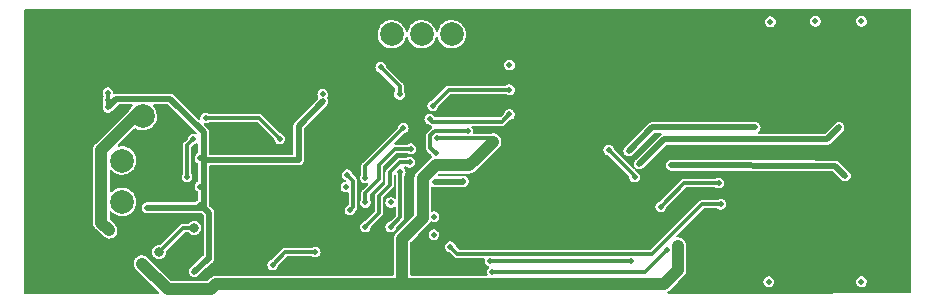
<source format=gbr>
%TF.GenerationSoftware,KiCad,Pcbnew,6.0.11-2627ca5db0~126~ubuntu20.04.1*%
%TF.CreationDate,2023-10-30T14:57:03+01:00*%
%TF.ProjectId,usb-interface,7573622d-696e-4746-9572-666163652e6b,rev?*%
%TF.SameCoordinates,Original*%
%TF.FileFunction,Copper,L2,Bot*%
%TF.FilePolarity,Positive*%
%FSLAX46Y46*%
G04 Gerber Fmt 4.6, Leading zero omitted, Abs format (unit mm)*
G04 Created by KiCad (PCBNEW 6.0.11-2627ca5db0~126~ubuntu20.04.1) date 2023-10-30 14:57:03*
%MOMM*%
%LPD*%
G01*
G04 APERTURE LIST*
%TA.AperFunction,ComponentPad*%
%ADD10C,2.000000*%
%TD*%
%TA.AperFunction,ComponentPad*%
%ADD11O,1.500000X1.100000*%
%TD*%
%TA.AperFunction,ComponentPad*%
%ADD12O,1.700000X1.350000*%
%TD*%
%TA.AperFunction,ViaPad*%
%ADD13C,0.800000*%
%TD*%
%TA.AperFunction,ViaPad*%
%ADD14C,0.500000*%
%TD*%
%TA.AperFunction,Conductor*%
%ADD15C,1.000000*%
%TD*%
%TA.AperFunction,Conductor*%
%ADD16C,0.500000*%
%TD*%
%TA.AperFunction,Conductor*%
%ADD17C,0.300000*%
%TD*%
G04 APERTURE END LIST*
D10*
%TO.P,TP1,1,1*%
%TO.N,+5P*%
X32250000Y-79250000D03*
%TD*%
%TO.P,TP2,1,1*%
%TO.N,GND*%
X27000000Y-91000000D03*
%TD*%
%TO.P,TP3,1,1*%
%TO.N,Net-(J1-Pad3)*%
X30500000Y-86500000D03*
%TD*%
%TO.P,TP4,1,1*%
%TO.N,Net-(J1-Pad2)*%
X30500000Y-83000000D03*
%TD*%
%TO.P,TP5,1,1*%
%TO.N,/FTDI/TXD*%
X58420000Y-72300000D03*
%TD*%
%TO.P,TP6,1,1*%
%TO.N,/FTDI/RXD*%
X55880000Y-72300000D03*
%TD*%
%TO.P,TP7,1,1*%
%TO.N,/FTDI/PTT*%
X53340000Y-72300000D03*
%TD*%
%TO.P,TP8,1,1*%
%TO.N,GND*%
X60960000Y-72300000D03*
%TD*%
D11*
%TO.P,J1,6,Shield*%
%TO.N,GND*%
X26685000Y-82620000D03*
D12*
X23685000Y-87770000D03*
D11*
X26685000Y-87460000D03*
D12*
X23685000Y-82310000D03*
%TD*%
D13*
%TO.N,GND*%
X37500000Y-76400000D03*
X44000000Y-76400000D03*
X49000000Y-79500000D03*
X48200000Y-81000000D03*
X43000000Y-78000000D03*
X37000000Y-90500000D03*
X35600000Y-92800000D03*
X32400000Y-88000000D03*
D14*
X57500000Y-75000000D03*
X41000000Y-82000000D03*
X62500000Y-90000000D03*
X73800000Y-86300000D03*
X25000000Y-92500000D03*
X51000000Y-82400000D03*
X70000000Y-80700000D03*
X87600000Y-74905713D03*
X52750000Y-91000000D03*
X47500000Y-75000000D03*
X56900000Y-86100000D03*
X90900000Y-93205713D03*
X30000000Y-72500000D03*
X50200000Y-75400000D03*
X90100000Y-77405713D03*
X87300000Y-72705713D03*
X67500000Y-75000000D03*
X25000000Y-75000000D03*
X55000000Y-87500000D03*
X45200000Y-84000000D03*
X89200000Y-93105713D03*
X68400000Y-72200000D03*
X87600000Y-84905713D03*
X23800000Y-80200000D03*
X35000000Y-82500000D03*
X87600000Y-77405713D03*
X61800000Y-83800000D03*
D13*
X40500000Y-78000000D03*
D14*
X27500000Y-75000000D03*
X85100000Y-77405713D03*
X61300000Y-79100000D03*
X82600000Y-84905713D03*
X44800000Y-86400000D03*
X47500000Y-72500000D03*
X35000000Y-75000000D03*
X95100000Y-74905713D03*
X22500000Y-75000000D03*
X53100000Y-92450000D03*
X82600000Y-74905713D03*
X75050000Y-84450000D03*
X95100000Y-84905713D03*
X90100000Y-84905713D03*
X55150000Y-90900000D03*
X90100000Y-89905713D03*
X85100000Y-87405713D03*
X27500000Y-92500000D03*
D13*
X27200000Y-71000000D03*
D14*
X56300000Y-75450000D03*
X95300000Y-72805713D03*
X95100000Y-89905713D03*
X56300000Y-80200000D03*
X74700000Y-86550000D03*
X50400000Y-74000000D03*
X56900000Y-90800000D03*
X32500000Y-72500000D03*
X62500000Y-82500000D03*
X70000000Y-72500000D03*
X40000000Y-75000000D03*
X87600000Y-89905713D03*
X75000000Y-75000000D03*
X92600000Y-87405713D03*
X87600000Y-79905713D03*
X95100000Y-79905713D03*
X29200000Y-79800000D03*
X95100000Y-82405713D03*
X59350000Y-90300000D03*
X35000000Y-80000000D03*
D13*
X24400000Y-71000000D03*
D14*
X25000000Y-90000000D03*
D13*
X27200000Y-72100000D03*
D14*
X90100000Y-82405713D03*
X44400000Y-82000000D03*
X30400000Y-75200000D03*
X82800000Y-93205713D03*
X92600000Y-77405713D03*
X45000000Y-75000000D03*
X82600000Y-77405713D03*
X73800000Y-88750000D03*
X62500000Y-87500000D03*
X76200000Y-72200000D03*
X82600000Y-89905713D03*
X68400000Y-84000000D03*
X70000000Y-75000000D03*
X72500000Y-75000000D03*
X95100000Y-87405713D03*
X40000000Y-86000000D03*
X68425000Y-82300000D03*
X32500000Y-75000000D03*
X54380000Y-81117500D03*
X65000000Y-75000000D03*
X77500000Y-72500000D03*
X32500000Y-82500000D03*
D13*
X25800000Y-78400000D03*
D14*
X87600000Y-82405713D03*
D13*
X24300000Y-72100000D03*
X25800000Y-77300000D03*
D14*
X60000000Y-75000000D03*
X65000000Y-72500000D03*
X87600000Y-87405713D03*
X59900000Y-79100000D03*
X77500000Y-75000000D03*
X41000000Y-84000000D03*
D13*
X48100000Y-83000000D03*
D14*
X40000000Y-72500000D03*
X79900000Y-92800000D03*
X90100000Y-87405713D03*
X95100000Y-77405713D03*
X62500000Y-85000000D03*
X90100000Y-74905713D03*
X56500000Y-92500000D03*
X55000000Y-85000000D03*
X82600000Y-87405713D03*
X72500000Y-72500000D03*
X65000000Y-87500000D03*
D13*
%TO.N,+5P*%
X29400000Y-88900000D03*
D14*
%TO.N,+3V3*%
X32600000Y-87000000D03*
X47500000Y-78000000D03*
X29300000Y-77250000D03*
X47500000Y-77400000D03*
X37100000Y-86800000D03*
X29300000Y-78500000D03*
X29300000Y-77900000D03*
X36600000Y-92400000D03*
X37100000Y-82800000D03*
X37100000Y-85200000D03*
%TO.N,DP2*%
X81200000Y-86700000D03*
X58300000Y-90300000D03*
%TO.N,+5V*%
X68700000Y-93400000D03*
X77500000Y-90200000D03*
X61900000Y-81400000D03*
X57200000Y-81117500D03*
D13*
X32180000Y-91720000D03*
D14*
%TO.N,+3.3VP*%
X57062500Y-82387500D03*
X59750000Y-80500000D03*
%TO.N,Net-(C16-Pad1)*%
X77000000Y-83400000D03*
X91750000Y-84305713D03*
%TO.N,Net-(C20-Pad1)*%
X74300000Y-83300000D03*
X91205713Y-80200000D03*
%TO.N,Net-(C21-Pad1)*%
X84105713Y-80200000D03*
X73400000Y-82200000D03*
%TO.N,Net-(C24-Pad2)*%
X71700000Y-82100000D03*
X73900000Y-84400000D03*
%TO.N,Net-(R1-Pad1)*%
X36000000Y-84400000D03*
X36512500Y-81200000D03*
%TO.N,Net-(R5-Pad1)*%
X43850000Y-81150000D03*
X37587500Y-79387500D03*
%TO.N,DP3*%
X49800000Y-87200000D03*
X56900000Y-87750000D03*
X49550000Y-84200000D03*
%TO.N,DM3*%
X49450000Y-85250000D03*
X56900000Y-89275000D03*
%TO.N,Net-(R14-Pad1)*%
X46850000Y-90750000D03*
X43250000Y-91825000D03*
D13*
%TO.N,Net-(Q1-Pad1)*%
X33640000Y-90740000D03*
X36600000Y-88700000D03*
D14*
%TO.N,Net-(R22-Pad1)*%
X59400000Y-84750000D03*
X57000000Y-84800000D03*
%TO.N,Net-(R35-Pad1)*%
X61650000Y-91500000D03*
X73600000Y-91500000D03*
%TO.N,Net-(R36-Pad1)*%
X61850000Y-92400000D03*
X76600000Y-90600000D03*
%TO.N,/soundcard2/VDD_I*%
X81000000Y-84900000D03*
X76100000Y-86900000D03*
%TO.N,/FTDI/CTS*%
X54050000Y-83950000D03*
X53250000Y-88600000D03*
%TO.N,/FTDI/DTR*%
X52400000Y-75100000D03*
X54000000Y-77400000D03*
%TO.N,/FTDI/DSR*%
X54950000Y-82000000D03*
X51100000Y-86550000D03*
%TO.N,/FTDI/DCD*%
X51100000Y-88600000D03*
X54850000Y-83150000D03*
%TO.N,/FTDI/RI*%
X51100000Y-84450000D03*
X54300000Y-80250000D03*
%TO.N,/FTDI/CBUS0*%
X56800000Y-78350000D03*
X63300000Y-77000000D03*
%TO.N,/FTDI/CBUS1*%
X56550000Y-79500000D03*
X63300000Y-79100000D03*
%TO.N,/FTDI/CBUS2*%
X53250000Y-86550000D03*
%TO.N,/FTDI/CBUS3*%
X63300000Y-74900000D03*
%TO.N,/soundcard2/I_L*%
X85244286Y-93250000D03*
%TO.N,/soundcard2/I_R*%
X93094286Y-93250000D03*
%TO.N,/soundcard2/O_R*%
X85400000Y-71250000D03*
%TO.N,/soundcard2/O_L*%
X93100000Y-71205713D03*
%TO.N,unconnected-(TP14-Pad1)*%
X89200000Y-71205713D03*
%TD*%
D15*
%TO.N,+5P*%
X31571952Y-79250000D02*
X28750000Y-82071952D01*
X28750000Y-82071952D02*
X28750000Y-88250000D01*
X32250000Y-79250000D02*
X31571952Y-79250000D01*
X28750000Y-88250000D02*
X29400000Y-88900000D01*
D16*
%TO.N,+3V3*%
X34600489Y-77800489D02*
X37400000Y-80600000D01*
X47500000Y-78000000D02*
X45450000Y-80050000D01*
X37400000Y-82950000D02*
X37400000Y-85200000D01*
X37100000Y-85200000D02*
X37400000Y-85200000D01*
X29999511Y-77800489D02*
X34600489Y-77800489D01*
X37300000Y-82800000D02*
X37400000Y-82700000D01*
X37400000Y-87000000D02*
X37849511Y-87400000D01*
X37400000Y-80600000D02*
X37400000Y-82700000D01*
X45450000Y-82950000D02*
X37400000Y-82950000D01*
X37400000Y-87000000D02*
X37100000Y-86800000D01*
X29300000Y-78500000D02*
X29999511Y-77800489D01*
X37400000Y-87000000D02*
X32600000Y-87000000D01*
X37400000Y-82700000D02*
X37400000Y-82950000D01*
X37400000Y-85200000D02*
X37400000Y-87000000D01*
D17*
X29300000Y-77250000D02*
X29300000Y-78500000D01*
D16*
X37100000Y-82800000D02*
X37300000Y-82800000D01*
X45450000Y-80050000D02*
X45450000Y-82950000D01*
X37849511Y-91300000D02*
X37800000Y-91300489D01*
X37800000Y-91300489D02*
X36600000Y-92400000D01*
X37849511Y-87400000D02*
X37849511Y-91300000D01*
D17*
%TO.N,DP2*%
X58300000Y-90300000D02*
X58899511Y-90899511D01*
X75400489Y-90899511D02*
X79600000Y-86700000D01*
X58899511Y-90899511D02*
X75400489Y-90899511D01*
X79600000Y-86700000D02*
X81200000Y-86700000D01*
%TO.N,+5V*%
X57200000Y-81117500D02*
X61617500Y-81117500D01*
D15*
X57057176Y-83400000D02*
X59900000Y-83400000D01*
X77550000Y-92300000D02*
X77550000Y-90207188D01*
X38492812Y-93450000D02*
X38043301Y-93899511D01*
D17*
X61617500Y-81117500D02*
X61900000Y-81400000D01*
D15*
X55750000Y-93450000D02*
X38492812Y-93450000D01*
X60450000Y-93450000D02*
X55750000Y-93450000D01*
X76400000Y-93450000D02*
X77550000Y-92300000D01*
X55949511Y-84507665D02*
X57057176Y-83400000D01*
X54200000Y-93400000D02*
X54200489Y-91900489D01*
X34359511Y-93899511D02*
X32180000Y-91720000D01*
X54200489Y-91900489D02*
X54200489Y-89642323D01*
X54200489Y-89642323D02*
X55949511Y-87893301D01*
X60450000Y-82850000D02*
X61900000Y-81400000D01*
X59900000Y-83400000D02*
X60450000Y-82850000D01*
X55949511Y-87893301D02*
X55949511Y-84507665D01*
X38043301Y-93899511D02*
X34359511Y-93899511D01*
X60450000Y-93450000D02*
X76400000Y-93450000D01*
D17*
%TO.N,+3.3VP*%
X59750000Y-80500000D02*
X56969662Y-80500000D01*
X56600489Y-80869173D02*
X56600489Y-81925489D01*
X56600489Y-81925489D02*
X57062500Y-82387500D01*
X56969662Y-80500000D02*
X56600489Y-80869173D01*
D16*
%TO.N,Net-(C16-Pad1)*%
X90900000Y-83455713D02*
X91750000Y-84305713D01*
X77000000Y-83400000D02*
X90900000Y-83455713D01*
%TO.N,Net-(C20-Pad1)*%
X74300000Y-83300000D02*
X76400000Y-81200000D01*
X76400000Y-81205713D02*
X90200000Y-81205713D01*
X90200000Y-81205713D02*
X91205713Y-80200000D01*
%TO.N,Net-(C21-Pad1)*%
X73400000Y-82200000D02*
X75400000Y-80200000D01*
X75400000Y-80200000D02*
X84105713Y-80200000D01*
D17*
%TO.N,Net-(C24-Pad2)*%
X73900000Y-84400000D02*
X73900000Y-84300000D01*
X73900000Y-84300000D02*
X71700000Y-82100000D01*
%TO.N,Net-(R1-Pad1)*%
X36000000Y-81712500D02*
X36512500Y-81200000D01*
X36000000Y-84400000D02*
X36000000Y-81712500D01*
%TO.N,Net-(R5-Pad1)*%
X37587500Y-79387500D02*
X42087500Y-79387500D01*
X42087500Y-79387500D02*
X43850000Y-81150000D01*
%TO.N,DP3*%
X50049511Y-84699511D02*
X50049511Y-86950489D01*
X49550000Y-84200000D02*
X50049511Y-84699511D01*
X50049511Y-86950489D02*
X49800000Y-87200000D01*
%TO.N,Net-(R14-Pad1)*%
X44325000Y-90750000D02*
X43250000Y-91825000D01*
X46850000Y-90750000D02*
X44325000Y-90750000D01*
%TO.N,Net-(Q1-Pad1)*%
X33640000Y-90740000D02*
X35680000Y-88700000D01*
X35680000Y-88700000D02*
X36600000Y-88700000D01*
D16*
%TO.N,Net-(R22-Pad1)*%
X57000000Y-84800000D02*
X59350000Y-84800000D01*
X59350000Y-84800000D02*
X59400000Y-84750000D01*
D17*
%TO.N,Net-(R35-Pad1)*%
X61650000Y-91500000D02*
X73600000Y-91500000D01*
%TO.N,Net-(R36-Pad1)*%
X74800000Y-92400000D02*
X76600000Y-90600000D01*
X61850000Y-92400000D02*
X74800000Y-92400000D01*
%TO.N,/soundcard2/VDD_I*%
X81000000Y-84900000D02*
X78100000Y-84900000D01*
X78100000Y-84900000D02*
X76100000Y-86900000D01*
%TO.N,/FTDI/CTS*%
X54050000Y-83950000D02*
X54050000Y-87800000D01*
X54050000Y-87800000D02*
X53250000Y-88600000D01*
%TO.N,/FTDI/DTR*%
X54000000Y-77400000D02*
X54000000Y-76700000D01*
X54000000Y-76700000D02*
X52400000Y-75100000D01*
%TO.N,/FTDI/DSR*%
X52250000Y-83350000D02*
X52250000Y-84600000D01*
X53600000Y-82000000D02*
X52250000Y-83350000D01*
X51100000Y-85750000D02*
X51100000Y-86550000D01*
X54950000Y-82000000D02*
X53600000Y-82000000D01*
X52250000Y-84600000D02*
X51100000Y-85750000D01*
%TO.N,/FTDI/DCD*%
X53150000Y-85100000D02*
X53150000Y-84002162D01*
X52250000Y-86000000D02*
X53150000Y-85100000D01*
X52250000Y-87450000D02*
X52250000Y-86000000D01*
X54002162Y-83150000D02*
X54850000Y-83150000D01*
X51100000Y-88600000D02*
X52250000Y-87450000D01*
X53150000Y-84002162D02*
X54002162Y-83150000D01*
%TO.N,/FTDI/RI*%
X51100000Y-84450000D02*
X51100000Y-83450000D01*
X51100000Y-83450000D02*
X54300000Y-80250000D01*
%TO.N,/FTDI/CBUS0*%
X56800000Y-78350000D02*
X58150000Y-77000000D01*
X58150000Y-77000000D02*
X63300000Y-77000000D01*
%TO.N,/FTDI/CBUS1*%
X62700489Y-79699511D02*
X63300000Y-79100000D01*
X56749511Y-79699511D02*
X62700489Y-79699511D01*
X56550000Y-79500000D02*
X56749511Y-79699511D01*
%TD*%
%TA.AperFunction,Conductor*%
%TO.N,GND*%
G36*
X97258638Y-70169568D02*
G01*
X97294634Y-70219044D01*
X97299500Y-70249699D01*
X97299500Y-94150699D01*
X97280593Y-94208890D01*
X97231093Y-94244854D01*
X97200569Y-94249699D01*
X84117606Y-94258363D01*
X76769108Y-94263229D01*
X76710904Y-94244360D01*
X76674908Y-94194884D01*
X76674867Y-94133699D01*
X76710798Y-94084175D01*
X76722081Y-94077175D01*
X76726923Y-94075345D01*
X76731843Y-94071964D01*
X76734505Y-94070135D01*
X76750778Y-94061077D01*
X76753739Y-94059777D01*
X76759202Y-94057379D01*
X76763934Y-94053748D01*
X76763939Y-94053745D01*
X76809854Y-94018513D01*
X76814046Y-94015467D01*
X76861732Y-93982693D01*
X76861733Y-93982692D01*
X76866651Y-93979312D01*
X76870618Y-93974859D01*
X76870622Y-93974856D01*
X76908115Y-93932774D01*
X76912028Y-93928628D01*
X77596217Y-93244440D01*
X84789187Y-93244440D01*
X84790102Y-93251437D01*
X84790102Y-93251438D01*
X84791368Y-93261120D01*
X84805919Y-93372394D01*
X84808757Y-93378845D01*
X84808758Y-93378847D01*
X84815744Y-93394724D01*
X84857891Y-93490510D01*
X84899408Y-93539900D01*
X84936386Y-93583892D01*
X84936389Y-93583894D01*
X84940925Y-93589291D01*
X85048346Y-93660796D01*
X85055074Y-93662898D01*
X85055076Y-93662899D01*
X85109933Y-93680037D01*
X85171519Y-93699278D01*
X85236030Y-93700461D01*
X85293488Y-93701514D01*
X85293490Y-93701514D01*
X85300541Y-93701643D01*
X85307344Y-93699788D01*
X85307346Y-93699788D01*
X85349114Y-93688400D01*
X85425041Y-93667700D01*
X85535010Y-93600179D01*
X85621608Y-93504507D01*
X85677874Y-93388375D01*
X85699283Y-93261120D01*
X85699419Y-93250000D01*
X85698623Y-93244440D01*
X92639187Y-93244440D01*
X92640102Y-93251437D01*
X92640102Y-93251438D01*
X92641368Y-93261120D01*
X92655919Y-93372394D01*
X92658757Y-93378845D01*
X92658758Y-93378847D01*
X92665744Y-93394724D01*
X92707891Y-93490510D01*
X92749408Y-93539900D01*
X92786386Y-93583892D01*
X92786389Y-93583894D01*
X92790925Y-93589291D01*
X92898346Y-93660796D01*
X92905074Y-93662898D01*
X92905076Y-93662899D01*
X92959933Y-93680037D01*
X93021519Y-93699278D01*
X93086030Y-93700461D01*
X93143488Y-93701514D01*
X93143490Y-93701514D01*
X93150541Y-93701643D01*
X93157344Y-93699788D01*
X93157346Y-93699788D01*
X93199114Y-93688400D01*
X93275041Y-93667700D01*
X93385010Y-93600179D01*
X93471608Y-93504507D01*
X93527874Y-93388375D01*
X93549283Y-93261120D01*
X93549419Y-93250000D01*
X93531125Y-93122259D01*
X93477714Y-93004788D01*
X93393479Y-92907028D01*
X93387562Y-92903193D01*
X93387560Y-92903191D01*
X93307054Y-92851011D01*
X93285192Y-92836841D01*
X93278436Y-92834821D01*
X93278435Y-92834820D01*
X93211905Y-92814923D01*
X93161559Y-92799866D01*
X93084930Y-92799398D01*
X93039568Y-92799121D01*
X93032517Y-92799078D01*
X93025740Y-92801015D01*
X93025739Y-92801015D01*
X92915221Y-92832601D01*
X92915219Y-92832602D01*
X92908441Y-92834539D01*
X92902477Y-92838302D01*
X92888416Y-92847174D01*
X92799305Y-92903399D01*
X92713882Y-93000122D01*
X92659040Y-93116932D01*
X92639187Y-93244440D01*
X85698623Y-93244440D01*
X85681125Y-93122259D01*
X85627714Y-93004788D01*
X85543479Y-92907028D01*
X85537562Y-92903193D01*
X85537560Y-92903191D01*
X85457054Y-92851011D01*
X85435192Y-92836841D01*
X85428436Y-92834821D01*
X85428435Y-92834820D01*
X85361905Y-92814923D01*
X85311559Y-92799866D01*
X85234930Y-92799398D01*
X85189568Y-92799121D01*
X85182517Y-92799078D01*
X85175740Y-92801015D01*
X85175739Y-92801015D01*
X85065221Y-92832601D01*
X85065219Y-92832602D01*
X85058441Y-92834539D01*
X85052477Y-92838302D01*
X85038416Y-92847174D01*
X84949305Y-92903399D01*
X84863882Y-93000122D01*
X84809040Y-93116932D01*
X84789187Y-93244440D01*
X77596217Y-93244440D01*
X78025734Y-92814923D01*
X78030658Y-92810324D01*
X78069899Y-92776092D01*
X78074396Y-92772169D01*
X78079629Y-92764724D01*
X78097503Y-92739291D01*
X78111103Y-92719939D01*
X78114188Y-92715786D01*
X78115819Y-92713707D01*
X78136440Y-92687408D01*
X78149900Y-92670242D01*
X78149902Y-92670239D01*
X78153584Y-92665543D01*
X78157367Y-92657165D01*
X78166604Y-92640969D01*
X78168456Y-92638334D01*
X78171887Y-92633453D01*
X78177169Y-92619907D01*
X78195078Y-92573973D01*
X78197086Y-92569197D01*
X78220899Y-92516455D01*
X78223355Y-92511016D01*
X78225031Y-92501974D01*
X78230134Y-92484058D01*
X78233476Y-92475487D01*
X78241810Y-92412181D01*
X78242619Y-92407070D01*
X78242984Y-92405104D01*
X78254252Y-92344308D01*
X78250664Y-92282075D01*
X78250500Y-92276378D01*
X78250500Y-90164672D01*
X78237980Y-90061212D01*
X78235993Y-90044790D01*
X78235992Y-90044787D01*
X78235276Y-90038868D01*
X78175345Y-89880265D01*
X78156598Y-89852987D01*
X78082692Y-89745455D01*
X78079312Y-89740537D01*
X77952721Y-89627748D01*
X77937990Y-89619948D01*
X77889913Y-89594493D01*
X77802881Y-89548412D01*
X77702358Y-89523162D01*
X77644231Y-89508561D01*
X77644228Y-89508561D01*
X77638441Y-89507107D01*
X77527643Y-89506527D01*
X77469553Y-89487315D01*
X77433849Y-89437627D01*
X77434169Y-89376443D01*
X77458158Y-89337524D01*
X79716186Y-87079496D01*
X79770703Y-87051719D01*
X79786190Y-87050500D01*
X80883541Y-87050500D01*
X80938398Y-87067088D01*
X80997515Y-87106439D01*
X81004060Y-87110796D01*
X81010788Y-87112898D01*
X81010790Y-87112899D01*
X81059469Y-87128107D01*
X81127233Y-87149278D01*
X81191744Y-87150460D01*
X81249202Y-87151514D01*
X81249204Y-87151514D01*
X81256255Y-87151643D01*
X81263058Y-87149788D01*
X81263060Y-87149788D01*
X81320770Y-87134054D01*
X81380755Y-87117700D01*
X81490724Y-87050179D01*
X81499281Y-87040725D01*
X81572590Y-86959735D01*
X81572590Y-86959734D01*
X81577322Y-86954507D01*
X81633588Y-86838375D01*
X81647881Y-86753416D01*
X81654363Y-86714891D01*
X81654363Y-86714886D01*
X81654997Y-86711120D01*
X81655133Y-86700000D01*
X81636839Y-86572259D01*
X81583428Y-86454788D01*
X81506781Y-86365834D01*
X81503798Y-86362372D01*
X81503797Y-86362371D01*
X81499193Y-86357028D01*
X81493276Y-86353193D01*
X81493274Y-86353191D01*
X81396824Y-86290677D01*
X81390906Y-86286841D01*
X81384150Y-86284821D01*
X81384149Y-86284820D01*
X81322096Y-86266262D01*
X81267273Y-86249866D01*
X81190644Y-86249398D01*
X81145282Y-86249121D01*
X81138231Y-86249078D01*
X81131454Y-86251015D01*
X81131453Y-86251015D01*
X81020935Y-86282601D01*
X81020933Y-86282602D01*
X81014155Y-86284539D01*
X81008191Y-86288302D01*
X80935405Y-86334227D01*
X80882577Y-86349500D01*
X79647948Y-86349500D01*
X79627112Y-86347282D01*
X79625830Y-86347006D01*
X79616739Y-86345049D01*
X79584929Y-86348814D01*
X79579037Y-86349161D01*
X79579037Y-86349164D01*
X79574970Y-86349500D01*
X79570885Y-86349500D01*
X79566859Y-86350170D01*
X79566848Y-86350171D01*
X79552881Y-86352496D01*
X79548269Y-86353153D01*
X79500861Y-86358764D01*
X79493881Y-86362115D01*
X79492540Y-86362540D01*
X79484897Y-86363812D01*
X79442850Y-86386500D01*
X79438717Y-86388605D01*
X79401293Y-86406575D01*
X79401291Y-86406576D01*
X79395673Y-86409274D01*
X79391726Y-86412592D01*
X79390220Y-86414098D01*
X79388931Y-86415280D01*
X79387902Y-86416149D01*
X79382206Y-86419222D01*
X79376655Y-86425227D01*
X79376650Y-86425231D01*
X79348191Y-86456018D01*
X79345497Y-86458821D01*
X75284303Y-90520015D01*
X75229786Y-90547792D01*
X75214299Y-90549011D01*
X59085701Y-90549011D01*
X59027510Y-90530104D01*
X59015697Y-90520015D01*
X58771675Y-90275993D01*
X58743679Y-90220023D01*
X58737839Y-90179242D01*
X58736839Y-90172259D01*
X58733390Y-90164672D01*
X58686349Y-90061212D01*
X58686348Y-90061211D01*
X58683428Y-90054788D01*
X58599193Y-89957028D01*
X58593276Y-89953193D01*
X58593274Y-89953191D01*
X58496824Y-89890677D01*
X58490906Y-89886841D01*
X58484150Y-89884821D01*
X58484149Y-89884820D01*
X58441335Y-89872016D01*
X58367273Y-89849866D01*
X58290644Y-89849398D01*
X58245282Y-89849121D01*
X58238231Y-89849078D01*
X58231454Y-89851015D01*
X58231453Y-89851015D01*
X58120935Y-89882601D01*
X58120933Y-89882602D01*
X58114155Y-89884539D01*
X58005019Y-89953399D01*
X57919596Y-90050122D01*
X57864754Y-90166932D01*
X57844901Y-90294440D01*
X57861633Y-90422394D01*
X57864471Y-90428845D01*
X57864472Y-90428847D01*
X57904587Y-90520015D01*
X57913605Y-90540510D01*
X57920751Y-90549011D01*
X57992100Y-90633892D01*
X57992103Y-90633894D01*
X57996639Y-90639291D01*
X58104060Y-90710796D01*
X58110788Y-90712898D01*
X58110790Y-90712899D01*
X58220504Y-90747176D01*
X58220506Y-90747176D01*
X58227233Y-90749278D01*
X58228348Y-90749298D01*
X58280092Y-90775774D01*
X58617766Y-91113448D01*
X58630931Y-91129751D01*
X58632244Y-91131785D01*
X58632247Y-91131789D01*
X58636686Y-91138663D01*
X58661843Y-91158495D01*
X58666249Y-91162411D01*
X58666250Y-91162410D01*
X58669379Y-91165061D01*
X58672258Y-91167940D01*
X58675572Y-91170308D01*
X58675573Y-91170309D01*
X58687102Y-91178548D01*
X58690830Y-91181347D01*
X58704572Y-91192180D01*
X58728322Y-91210903D01*
X58735625Y-91213468D01*
X58736880Y-91214120D01*
X58743181Y-91218622D01*
X58780987Y-91229928D01*
X58788923Y-91232302D01*
X58793357Y-91233743D01*
X58832541Y-91247503D01*
X58832545Y-91247504D01*
X58838417Y-91249566D01*
X58843555Y-91250011D01*
X58845693Y-91250011D01*
X58847412Y-91250085D01*
X58848773Y-91250200D01*
X58854975Y-91252055D01*
X58863146Y-91251734D01*
X58905065Y-91250087D01*
X58908952Y-91250011D01*
X61117755Y-91250011D01*
X61175946Y-91268918D01*
X61211910Y-91318418D01*
X61212333Y-91366555D01*
X61214754Y-91366932D01*
X61194901Y-91494440D01*
X61195816Y-91501437D01*
X61195816Y-91501438D01*
X61200827Y-91539755D01*
X61211633Y-91622394D01*
X61214471Y-91628845D01*
X61214472Y-91628847D01*
X61255300Y-91721635D01*
X61263605Y-91740510D01*
X61282346Y-91762805D01*
X61342100Y-91833892D01*
X61342103Y-91833894D01*
X61346639Y-91839291D01*
X61454060Y-91910796D01*
X61470973Y-91916080D01*
X61486103Y-91920807D01*
X61536008Y-91956207D01*
X61555575Y-92014179D01*
X61537329Y-92072581D01*
X61530785Y-92080837D01*
X61474266Y-92144834D01*
X61469596Y-92150122D01*
X61414754Y-92266932D01*
X61394901Y-92394440D01*
X61395816Y-92401437D01*
X61395816Y-92401438D01*
X61396886Y-92409619D01*
X61411633Y-92522394D01*
X61414471Y-92528845D01*
X61414472Y-92528847D01*
X61450457Y-92610628D01*
X61456587Y-92671505D01*
X61425763Y-92724360D01*
X61369760Y-92749002D01*
X61359841Y-92749500D01*
X54999744Y-92749500D01*
X54941553Y-92730593D01*
X54905589Y-92681093D01*
X54900744Y-92650468D01*
X54900746Y-92645908D01*
X54900974Y-91946858D01*
X54900978Y-91946749D01*
X54900989Y-91946663D01*
X54900989Y-91901126D01*
X54901003Y-91858202D01*
X54900992Y-91858115D01*
X54900989Y-91858000D01*
X54900989Y-89973487D01*
X54919896Y-89915296D01*
X54929985Y-89903483D01*
X55564029Y-89269440D01*
X56444901Y-89269440D01*
X56445816Y-89276437D01*
X56445816Y-89276438D01*
X56446617Y-89282560D01*
X56461633Y-89397394D01*
X56464471Y-89403845D01*
X56464472Y-89403847D01*
X56510547Y-89508561D01*
X56513605Y-89515510D01*
X56539566Y-89546394D01*
X56592100Y-89608892D01*
X56592103Y-89608894D01*
X56596639Y-89614291D01*
X56704060Y-89685796D01*
X56710788Y-89687898D01*
X56710790Y-89687899D01*
X56765646Y-89705037D01*
X56827233Y-89724278D01*
X56891744Y-89725461D01*
X56949202Y-89726514D01*
X56949204Y-89726514D01*
X56956255Y-89726643D01*
X56963058Y-89724788D01*
X56963060Y-89724788D01*
X57004828Y-89713400D01*
X57080755Y-89692700D01*
X57190724Y-89625179D01*
X57277322Y-89529507D01*
X57333588Y-89413375D01*
X57351706Y-89305682D01*
X57354363Y-89289891D01*
X57354363Y-89289886D01*
X57354997Y-89286120D01*
X57355133Y-89275000D01*
X57336839Y-89147259D01*
X57301442Y-89069407D01*
X57286349Y-89036212D01*
X57286348Y-89036211D01*
X57283428Y-89029788D01*
X57199193Y-88932028D01*
X57193276Y-88928193D01*
X57193274Y-88928191D01*
X57096824Y-88865677D01*
X57090906Y-88861841D01*
X57084150Y-88859821D01*
X57084149Y-88859820D01*
X57037634Y-88845909D01*
X56967273Y-88824866D01*
X56890644Y-88824398D01*
X56845282Y-88824121D01*
X56838231Y-88824078D01*
X56831454Y-88826015D01*
X56831453Y-88826015D01*
X56720935Y-88857601D01*
X56720933Y-88857602D01*
X56714155Y-88859539D01*
X56605019Y-88928399D01*
X56519596Y-89025122D01*
X56464754Y-89141932D01*
X56444901Y-89269440D01*
X55564029Y-89269440D01*
X55667238Y-89166231D01*
X56425245Y-88408224D01*
X56430169Y-88403625D01*
X56469410Y-88369393D01*
X56473907Y-88365470D01*
X56480209Y-88356504D01*
X56510608Y-88313249D01*
X56513699Y-88309087D01*
X56549411Y-88263543D01*
X56549413Y-88263540D01*
X56553095Y-88258844D01*
X56555551Y-88253403D01*
X56555554Y-88253399D01*
X56556878Y-88250466D01*
X56566115Y-88234270D01*
X56567967Y-88231635D01*
X56571398Y-88226754D01*
X56573569Y-88221187D01*
X56575551Y-88216105D01*
X56614307Y-88168759D01*
X56673490Y-88153236D01*
X56703976Y-88161065D01*
X56704060Y-88160796D01*
X56710785Y-88162897D01*
X56710787Y-88162898D01*
X56751009Y-88175464D01*
X56827233Y-88199278D01*
X56891744Y-88200461D01*
X56949202Y-88201514D01*
X56949204Y-88201514D01*
X56956255Y-88201643D01*
X56963058Y-88199788D01*
X56963060Y-88199788D01*
X57037785Y-88179415D01*
X57080755Y-88167700D01*
X57190724Y-88100179D01*
X57207408Y-88081747D01*
X57272590Y-88009735D01*
X57272590Y-88009734D01*
X57277322Y-88004507D01*
X57323913Y-87908344D01*
X57330512Y-87894724D01*
X57330512Y-87894723D01*
X57333588Y-87888375D01*
X57344596Y-87822941D01*
X57354363Y-87764891D01*
X57354363Y-87764886D01*
X57354997Y-87761120D01*
X57355133Y-87750000D01*
X57336839Y-87622259D01*
X57301688Y-87544948D01*
X57286349Y-87511212D01*
X57286348Y-87511211D01*
X57283428Y-87504788D01*
X57219557Y-87430662D01*
X57203798Y-87412372D01*
X57203797Y-87412371D01*
X57199193Y-87407028D01*
X57193276Y-87403193D01*
X57193274Y-87403191D01*
X57122813Y-87357522D01*
X57090906Y-87336841D01*
X57084150Y-87334821D01*
X57084149Y-87334820D01*
X57041286Y-87322001D01*
X56967273Y-87299866D01*
X56890644Y-87299398D01*
X56845282Y-87299121D01*
X56838231Y-87299078D01*
X56831454Y-87301015D01*
X56831453Y-87301015D01*
X56776216Y-87316802D01*
X56715070Y-87314613D01*
X56666888Y-87276901D01*
X56650011Y-87221613D01*
X56650011Y-86894440D01*
X75644901Y-86894440D01*
X75661633Y-87022394D01*
X75664471Y-87028845D01*
X75664472Y-87028847D01*
X75710764Y-87134054D01*
X75713605Y-87140510D01*
X75749224Y-87182884D01*
X75792100Y-87233892D01*
X75792103Y-87233894D01*
X75796639Y-87239291D01*
X75904060Y-87310796D01*
X75910788Y-87312898D01*
X75910790Y-87312899D01*
X75965646Y-87330037D01*
X76027233Y-87349278D01*
X76091744Y-87350461D01*
X76149202Y-87351514D01*
X76149204Y-87351514D01*
X76156255Y-87351643D01*
X76163058Y-87349788D01*
X76163060Y-87349788D01*
X76227900Y-87332110D01*
X76280755Y-87317700D01*
X76390724Y-87250179D01*
X76401439Y-87238341D01*
X76472590Y-87159735D01*
X76472590Y-87159734D01*
X76477322Y-87154507D01*
X76527123Y-87051719D01*
X76530512Y-87044724D01*
X76530512Y-87044723D01*
X76533588Y-87038375D01*
X76535580Y-87026538D01*
X76543767Y-86977871D01*
X76571391Y-86924291D01*
X78216186Y-85279496D01*
X78270703Y-85251719D01*
X78286190Y-85250500D01*
X80683541Y-85250500D01*
X80738398Y-85267088D01*
X80790618Y-85301848D01*
X80804060Y-85310796D01*
X80810788Y-85312898D01*
X80810790Y-85312899D01*
X80861847Y-85328850D01*
X80927233Y-85349278D01*
X80991744Y-85350460D01*
X81049202Y-85351514D01*
X81049204Y-85351514D01*
X81056255Y-85351643D01*
X81063058Y-85349788D01*
X81063060Y-85349788D01*
X81109924Y-85337011D01*
X81180755Y-85317700D01*
X81290724Y-85250179D01*
X81332092Y-85204476D01*
X81372590Y-85159735D01*
X81372590Y-85159734D01*
X81377322Y-85154507D01*
X81422166Y-85061949D01*
X81430512Y-85044724D01*
X81430512Y-85044723D01*
X81433588Y-85038375D01*
X81447413Y-84956202D01*
X81454363Y-84914891D01*
X81454363Y-84914886D01*
X81454997Y-84911120D01*
X81455133Y-84900000D01*
X81436839Y-84772259D01*
X81433690Y-84765332D01*
X81386349Y-84661212D01*
X81386348Y-84661211D01*
X81383428Y-84654788D01*
X81322785Y-84584408D01*
X81303798Y-84562372D01*
X81303797Y-84562371D01*
X81299193Y-84557028D01*
X81293276Y-84553193D01*
X81293274Y-84553191D01*
X81196824Y-84490677D01*
X81190906Y-84486841D01*
X81184150Y-84484821D01*
X81184149Y-84484820D01*
X81117512Y-84464891D01*
X81067273Y-84449866D01*
X80990644Y-84449398D01*
X80945282Y-84449121D01*
X80938231Y-84449078D01*
X80931454Y-84451015D01*
X80931453Y-84451015D01*
X80820935Y-84482601D01*
X80820933Y-84482602D01*
X80814155Y-84484539D01*
X80808191Y-84488302D01*
X80735405Y-84534227D01*
X80682577Y-84549500D01*
X78147948Y-84549500D01*
X78127112Y-84547282D01*
X78125830Y-84547006D01*
X78116739Y-84545049D01*
X78084929Y-84548814D01*
X78079037Y-84549161D01*
X78079037Y-84549164D01*
X78074970Y-84549500D01*
X78070885Y-84549500D01*
X78066859Y-84550170D01*
X78066848Y-84550171D01*
X78052881Y-84552496D01*
X78048269Y-84553153D01*
X78000861Y-84558764D01*
X77993878Y-84562117D01*
X77992544Y-84562539D01*
X77984897Y-84563812D01*
X77977696Y-84567698D01*
X77977695Y-84567698D01*
X77942861Y-84586494D01*
X77938703Y-84588612D01*
X77901288Y-84606578D01*
X77901287Y-84606579D01*
X77895674Y-84609274D01*
X77891726Y-84612592D01*
X77890216Y-84614102D01*
X77888929Y-84615282D01*
X77887903Y-84616148D01*
X77882206Y-84619222D01*
X77876655Y-84625227D01*
X77876650Y-84625231D01*
X77848191Y-84656018D01*
X77845497Y-84658821D01*
X76080183Y-86424135D01*
X76037384Y-86449320D01*
X75920935Y-86482601D01*
X75920933Y-86482602D01*
X75914155Y-86484539D01*
X75805019Y-86553399D01*
X75719596Y-86650122D01*
X75664754Y-86766932D01*
X75644901Y-86894440D01*
X56650011Y-86894440D01*
X56650011Y-85293379D01*
X56668918Y-85235188D01*
X56718418Y-85199224D01*
X56779604Y-85199224D01*
X56792569Y-85204476D01*
X56793479Y-85204922D01*
X56799569Y-85209131D01*
X56803360Y-85210330D01*
X56804060Y-85210796D01*
X56807946Y-85212010D01*
X56867647Y-85230662D01*
X56867972Y-85230764D01*
X56928730Y-85249980D01*
X56935337Y-85250500D01*
X56993012Y-85250500D01*
X56994826Y-85250517D01*
X57049198Y-85251514D01*
X57049200Y-85251514D01*
X57056255Y-85251643D01*
X57059554Y-85250743D01*
X57063480Y-85250500D01*
X59317373Y-85250500D01*
X59329009Y-85251186D01*
X59364310Y-85255364D01*
X59371586Y-85254035D01*
X59371589Y-85254035D01*
X59403246Y-85248253D01*
X59422430Y-85244749D01*
X59425476Y-85244242D01*
X59483962Y-85235449D01*
X59490475Y-85232321D01*
X59497573Y-85231025D01*
X59549982Y-85203801D01*
X59552762Y-85202412D01*
X59599408Y-85180013D01*
X59599411Y-85180011D01*
X59606079Y-85176809D01*
X59610521Y-85172703D01*
X59612781Y-85171180D01*
X59617788Y-85168579D01*
X59622828Y-85164275D01*
X59660461Y-85126642D01*
X59663264Y-85123948D01*
X59685442Y-85103447D01*
X59685537Y-85103364D01*
X59690724Y-85100179D01*
X59696717Y-85093558D01*
X59699108Y-85091142D01*
X59700120Y-85089879D01*
X59705556Y-85084854D01*
X59705845Y-85084356D01*
X59708251Y-85082775D01*
X59707276Y-85081892D01*
X59725328Y-85061949D01*
X59728721Y-85058382D01*
X59742487Y-85044616D01*
X59746080Y-85039752D01*
X59752312Y-85032138D01*
X59772588Y-85009737D01*
X59777322Y-85004507D01*
X59783251Y-84992270D01*
X59792711Y-84976619D01*
X59798239Y-84969135D01*
X59798239Y-84969134D01*
X59802635Y-84963183D01*
X59809908Y-84942475D01*
X59814711Y-84928797D01*
X59819024Y-84918436D01*
X59830513Y-84894722D01*
X59833588Y-84888375D01*
X59835922Y-84874502D01*
X59836486Y-84871150D01*
X59840706Y-84854773D01*
X59845069Y-84842348D01*
X59847520Y-84835369D01*
X59848800Y-84802786D01*
X59850096Y-84790250D01*
X59850258Y-84789291D01*
X59854204Y-84765834D01*
X59854363Y-84764890D01*
X59854363Y-84764887D01*
X59854997Y-84761120D01*
X59855056Y-84756345D01*
X59855085Y-84753886D01*
X59855133Y-84750000D01*
X59853067Y-84735576D01*
X59852144Y-84717667D01*
X59852838Y-84700006D01*
X59850942Y-84692857D01*
X59850942Y-84692853D01*
X59843745Y-84665709D01*
X59841438Y-84654371D01*
X59837839Y-84629240D01*
X59837839Y-84629239D01*
X59836839Y-84622259D01*
X59829983Y-84607180D01*
X59829207Y-84605472D01*
X59823637Y-84589874D01*
X59823302Y-84588612D01*
X59818119Y-84569063D01*
X59801372Y-84542210D01*
X59795260Y-84530811D01*
X59783428Y-84504788D01*
X59768869Y-84487891D01*
X59759867Y-84475659D01*
X59755913Y-84469319D01*
X59746433Y-84454118D01*
X59740842Y-84449266D01*
X59740840Y-84449264D01*
X59725442Y-84435902D01*
X59715331Y-84425756D01*
X59703799Y-84412373D01*
X59703798Y-84412372D01*
X59699193Y-84407028D01*
X59693273Y-84403191D01*
X59693271Y-84403189D01*
X59677234Y-84392794D01*
X59666199Y-84384494D01*
X59649709Y-84370185D01*
X59649707Y-84370184D01*
X59644117Y-84365333D01*
X59622217Y-84355651D01*
X59608406Y-84348184D01*
X59607872Y-84347838D01*
X59590906Y-84336841D01*
X59575315Y-84332178D01*
X59562137Y-84328237D01*
X59550474Y-84323934D01*
X59546973Y-84322386D01*
X59520218Y-84310558D01*
X59512870Y-84309688D01*
X59512869Y-84309688D01*
X59500273Y-84308197D01*
X59483547Y-84304733D01*
X59480026Y-84303680D01*
X59467273Y-84299866D01*
X59433378Y-84299659D01*
X59422358Y-84298976D01*
X59412539Y-84297814D01*
X59392632Y-84288636D01*
X59373348Y-84296890D01*
X59369733Y-84297550D01*
X59351348Y-84299158D01*
X59345288Y-84299121D01*
X59345287Y-84299121D01*
X59338231Y-84299078D01*
X59331448Y-84301017D01*
X59331446Y-84301017D01*
X59301931Y-84309453D01*
X59292510Y-84311654D01*
X59252427Y-84318974D01*
X59243508Y-84323607D01*
X59241467Y-84324667D01*
X59223041Y-84331999D01*
X59214155Y-84334539D01*
X59208185Y-84338306D01*
X59202450Y-84340871D01*
X59162025Y-84349500D01*
X57337341Y-84349500D01*
X57279150Y-84330593D01*
X57243186Y-84281093D01*
X57243186Y-84219907D01*
X57267337Y-84180496D01*
X57318337Y-84129496D01*
X57372854Y-84101719D01*
X57388341Y-84100500D01*
X59355567Y-84100500D01*
X59386126Y-84110429D01*
X59424178Y-84100500D01*
X59872271Y-84100500D01*
X59879005Y-84100729D01*
X59936930Y-84104678D01*
X59942801Y-84103653D01*
X59942806Y-84103653D01*
X59999820Y-84093702D01*
X60004947Y-84092945D01*
X60062396Y-84085993D01*
X60062397Y-84085993D01*
X60068320Y-84085276D01*
X60076932Y-84082022D01*
X60094895Y-84077108D01*
X60103954Y-84075527D01*
X60128542Y-84064734D01*
X60162404Y-84049870D01*
X60167202Y-84047912D01*
X60221339Y-84027455D01*
X60226923Y-84025345D01*
X60231838Y-84021967D01*
X60231846Y-84021963D01*
X60234505Y-84020135D01*
X60250778Y-84011077D01*
X60253739Y-84009777D01*
X60259202Y-84007379D01*
X60263934Y-84003748D01*
X60263939Y-84003745D01*
X60309854Y-83968513D01*
X60314046Y-83965467D01*
X60361732Y-83932693D01*
X60361733Y-83932692D01*
X60366651Y-83929312D01*
X60370618Y-83924859D01*
X60370622Y-83924856D01*
X60408115Y-83882774D01*
X60412028Y-83878628D01*
X60975391Y-83315265D01*
X62196217Y-82094440D01*
X71244901Y-82094440D01*
X71261633Y-82222394D01*
X71264471Y-82228845D01*
X71264472Y-82228847D01*
X71308476Y-82328853D01*
X71313605Y-82340510D01*
X71349918Y-82383710D01*
X71392100Y-82433892D01*
X71392103Y-82433894D01*
X71396639Y-82439291D01*
X71504060Y-82510796D01*
X71510788Y-82512898D01*
X71510790Y-82512899D01*
X71620504Y-82547176D01*
X71620506Y-82547176D01*
X71627233Y-82549278D01*
X71628348Y-82549298D01*
X71680092Y-82575774D01*
X72551868Y-83447549D01*
X73417041Y-84312722D01*
X73444818Y-84367239D01*
X73446030Y-84383936D01*
X73445987Y-84387466D01*
X73444901Y-84394440D01*
X73445816Y-84401437D01*
X73445816Y-84401438D01*
X73447082Y-84411120D01*
X73461633Y-84522394D01*
X73464471Y-84528845D01*
X73464472Y-84528847D01*
X73504818Y-84620541D01*
X73513605Y-84640510D01*
X73535800Y-84666914D01*
X73592100Y-84733892D01*
X73592103Y-84733894D01*
X73596639Y-84739291D01*
X73704060Y-84810796D01*
X73710788Y-84812898D01*
X73710790Y-84812899D01*
X73756735Y-84827253D01*
X73827233Y-84849278D01*
X73891744Y-84850460D01*
X73949202Y-84851514D01*
X73949204Y-84851514D01*
X73956255Y-84851643D01*
X73963058Y-84849788D01*
X73963060Y-84849788D01*
X74010547Y-84836841D01*
X74080755Y-84817700D01*
X74190724Y-84750179D01*
X74199458Y-84740530D01*
X74272590Y-84659735D01*
X74272590Y-84659734D01*
X74277322Y-84654507D01*
X74320493Y-84565403D01*
X74330512Y-84544724D01*
X74330512Y-84544723D01*
X74333588Y-84538375D01*
X74347228Y-84457299D01*
X74354363Y-84414891D01*
X74354363Y-84414886D01*
X74354997Y-84411120D01*
X74355133Y-84400000D01*
X74336839Y-84272259D01*
X74295117Y-84180496D01*
X74286349Y-84161212D01*
X74286348Y-84161211D01*
X74283428Y-84154788D01*
X74217956Y-84078804D01*
X74203798Y-84062372D01*
X74203797Y-84062371D01*
X74199193Y-84057028D01*
X74193276Y-84053193D01*
X74193274Y-84053191D01*
X74105859Y-83996533D01*
X74090906Y-83986841D01*
X74089604Y-83986452D01*
X74064901Y-83969219D01*
X73932303Y-83836621D01*
X73904526Y-83782104D01*
X73914097Y-83721672D01*
X73957362Y-83678407D01*
X74017794Y-83668836D01*
X74052946Y-83682119D01*
X74055883Y-83684667D01*
X74074699Y-83692986D01*
X74089518Y-83701116D01*
X74104060Y-83710796D01*
X74110790Y-83712899D01*
X74110791Y-83712899D01*
X74135947Y-83720758D01*
X74146448Y-83724705D01*
X74179783Y-83739442D01*
X74193920Y-83741115D01*
X74196369Y-83741405D01*
X74214251Y-83745222D01*
X74227233Y-83749278D01*
X74247611Y-83749651D01*
X74264489Y-83749961D01*
X74274310Y-83750630D01*
X74300250Y-83753700D01*
X74314310Y-83755364D01*
X74323394Y-83753705D01*
X74326933Y-83753059D01*
X74346530Y-83751465D01*
X74349200Y-83751514D01*
X74349201Y-83751514D01*
X74356255Y-83751643D01*
X74363058Y-83749788D01*
X74363060Y-83749788D01*
X74395946Y-83740822D01*
X74404195Y-83738948D01*
X74447573Y-83731025D01*
X74454137Y-83727615D01*
X74454144Y-83727613D01*
X74455528Y-83726894D01*
X74470652Y-83720982D01*
X74473947Y-83719556D01*
X74480755Y-83717700D01*
X74486767Y-83714009D01*
X74486771Y-83714007D01*
X74519107Y-83694153D01*
X74525268Y-83690667D01*
X74562777Y-83671182D01*
X74567788Y-83668579D01*
X74572828Y-83664275D01*
X74574193Y-83662910D01*
X74575522Y-83661682D01*
X74579464Y-83658229D01*
X74584719Y-83653866D01*
X74590724Y-83650179D01*
X74595453Y-83644955D01*
X74595456Y-83644952D01*
X74625328Y-83611949D01*
X74628722Y-83608381D01*
X74842663Y-83394440D01*
X76544901Y-83394440D01*
X76547643Y-83415404D01*
X76551030Y-83441307D01*
X76551646Y-83447545D01*
X76554988Y-83497601D01*
X76557632Y-83504517D01*
X76558028Y-83506324D01*
X76559046Y-83509410D01*
X76560718Y-83515399D01*
X76561633Y-83522394D01*
X76580902Y-83566186D01*
X76582237Y-83569221D01*
X76584078Y-83573700D01*
X76603359Y-83624138D01*
X76607921Y-83629973D01*
X76608713Y-83631374D01*
X76611066Y-83634740D01*
X76613605Y-83640510D01*
X76618140Y-83645904D01*
X76618143Y-83645910D01*
X76649068Y-83682699D01*
X76651276Y-83685423D01*
X76679891Y-83722021D01*
X76686799Y-83730857D01*
X76692869Y-83735089D01*
X76694031Y-83736189D01*
X76696639Y-83739291D01*
X76734491Y-83764487D01*
X76745899Y-83772081D01*
X76747600Y-83773239D01*
X76797931Y-83808324D01*
X76802592Y-83809819D01*
X76804060Y-83810796D01*
X76840751Y-83822259D01*
X76865121Y-83829873D01*
X76865829Y-83830098D01*
X76893430Y-83838949D01*
X76926927Y-83849691D01*
X76933532Y-83850237D01*
X76935467Y-83850245D01*
X76935473Y-83850245D01*
X76965163Y-83850364D01*
X76991758Y-83850470D01*
X76993122Y-83850486D01*
X77012293Y-83850837D01*
X77049197Y-83851514D01*
X77049199Y-83851514D01*
X77056255Y-83851643D01*
X77058865Y-83850931D01*
X77061862Y-83850751D01*
X82000767Y-83870547D01*
X90671874Y-83905303D01*
X90729988Y-83924443D01*
X90741481Y-83934298D01*
X91414363Y-84607180D01*
X91420142Y-84613482D01*
X91442100Y-84639605D01*
X91442103Y-84639607D01*
X91446639Y-84645004D01*
X91484785Y-84670396D01*
X91489343Y-84673430D01*
X91493303Y-84676209D01*
X91536817Y-84708348D01*
X91543800Y-84710800D01*
X91545214Y-84711549D01*
X91548884Y-84713064D01*
X91554060Y-84716509D01*
X91560790Y-84718612D01*
X91560791Y-84718612D01*
X91606740Y-84732967D01*
X91610022Y-84734056D01*
X91657648Y-84750782D01*
X91657656Y-84750784D01*
X91664631Y-84753233D01*
X91672024Y-84753524D01*
X91673338Y-84753775D01*
X91677233Y-84754991D01*
X91736436Y-84756076D01*
X91738435Y-84756133D01*
X91765890Y-84757212D01*
X91792604Y-84758262D01*
X91792607Y-84758262D01*
X91799994Y-84758552D01*
X91804618Y-84757326D01*
X91806255Y-84757356D01*
X91809963Y-84756345D01*
X91809964Y-84756345D01*
X91867975Y-84740530D01*
X91868640Y-84740351D01*
X91923784Y-84725729D01*
X91923786Y-84725728D01*
X91930937Y-84723832D01*
X91985605Y-84689738D01*
X91986192Y-84689375D01*
X92017102Y-84670396D01*
X92040724Y-84655892D01*
X92041824Y-84654677D01*
X92045882Y-84652146D01*
X92086206Y-84605677D01*
X92087568Y-84604140D01*
X92122589Y-84565449D01*
X92127322Y-84560220D01*
X92129102Y-84556544D01*
X92129817Y-84555419D01*
X92134667Y-84549830D01*
X92137660Y-84543060D01*
X92137662Y-84543057D01*
X92158057Y-84496923D01*
X92159498Y-84493810D01*
X92183588Y-84444088D01*
X92184620Y-84437953D01*
X92186024Y-84434253D01*
X92186448Y-84432704D01*
X92189442Y-84425931D01*
X92195802Y-84372198D01*
X92196483Y-84367443D01*
X92202976Y-84328847D01*
X92204363Y-84320603D01*
X92204363Y-84320600D01*
X92204997Y-84316833D01*
X92205048Y-84312722D01*
X92205086Y-84309536D01*
X92205133Y-84305713D01*
X92204636Y-84302241D01*
X92204545Y-84300359D01*
X92204494Y-84298749D01*
X92205364Y-84291403D01*
X92195137Y-84235407D01*
X92194529Y-84231671D01*
X92192111Y-84214782D01*
X92186839Y-84177972D01*
X92184023Y-84171779D01*
X92182881Y-84166955D01*
X92182356Y-84165421D01*
X92181026Y-84158140D01*
X92156530Y-84110982D01*
X92154262Y-84106323D01*
X92153330Y-84104272D01*
X92133428Y-84060501D01*
X92128825Y-84055159D01*
X92125025Y-84049217D01*
X92125505Y-84048910D01*
X92124534Y-84047474D01*
X92124333Y-84047610D01*
X92121181Y-84042932D01*
X92118580Y-84037925D01*
X92114276Y-84032885D01*
X92083305Y-84001914D01*
X92078310Y-83996533D01*
X92053799Y-83968086D01*
X92053797Y-83968084D01*
X92049193Y-83962741D01*
X92043273Y-83958904D01*
X92042483Y-83958215D01*
X92027420Y-83946030D01*
X91242396Y-83161006D01*
X91234409Y-83151980D01*
X91217764Y-83130690D01*
X91217758Y-83130684D01*
X91213201Y-83124856D01*
X91163827Y-83090438D01*
X91161673Y-83088894D01*
X91113184Y-83053079D01*
X91107236Y-83050990D01*
X91102070Y-83047389D01*
X91094122Y-83044840D01*
X91073855Y-83038341D01*
X91044752Y-83029008D01*
X91042194Y-83028149D01*
X91015639Y-83018824D01*
X90985369Y-83008194D01*
X90979548Y-83007966D01*
X90978454Y-83007748D01*
X90973073Y-83006022D01*
X90966468Y-83005476D01*
X90964532Y-83005468D01*
X90964526Y-83005468D01*
X90912252Y-83005259D01*
X90908760Y-83005184D01*
X90857397Y-83003165D01*
X90857394Y-83003165D01*
X90850006Y-83002875D01*
X90843879Y-83004499D01*
X90835380Y-83004950D01*
X87499070Y-82991578D01*
X77019654Y-82949575D01*
X76950625Y-82949154D01*
X76945282Y-82949121D01*
X76938231Y-82949078D01*
X76931450Y-82951016D01*
X76911349Y-82956761D01*
X76898471Y-82959530D01*
X76887750Y-82961098D01*
X76875105Y-82962947D01*
X76875103Y-82962948D01*
X76867784Y-82964018D01*
X76847777Y-82973527D01*
X76832492Y-82979298D01*
X76820937Y-82982600D01*
X76820933Y-82982602D01*
X76814155Y-82984539D01*
X76808191Y-82988302D01*
X76808189Y-82988303D01*
X76787242Y-83001520D01*
X76776910Y-83007208D01*
X76752115Y-83018992D01*
X76752114Y-83018993D01*
X76745433Y-83022168D01*
X76731948Y-83034534D01*
X76717872Y-83045289D01*
X76705019Y-83053399D01*
X76687915Y-83072766D01*
X76681405Y-83080137D01*
X76674110Y-83087570D01*
X76645589Y-83113723D01*
X76641847Y-83120107D01*
X76638295Y-83126166D01*
X76627090Y-83141637D01*
X76619596Y-83150122D01*
X76616601Y-83156502D01*
X76616598Y-83156506D01*
X76602790Y-83185916D01*
X76598583Y-83193908D01*
X76580822Y-83224207D01*
X76577080Y-83230591D01*
X76575381Y-83237790D01*
X76574656Y-83240861D01*
X76567920Y-83260187D01*
X76567754Y-83260541D01*
X76564754Y-83266932D01*
X76559819Y-83298629D01*
X76558077Y-83309814D01*
X76556609Y-83317322D01*
X76549272Y-83348409D01*
X76545962Y-83362435D01*
X76546455Y-83369822D01*
X76546285Y-83371879D01*
X76545909Y-83380414D01*
X76546072Y-83380416D01*
X76545986Y-83387470D01*
X76544901Y-83394440D01*
X74842663Y-83394440D01*
X76551894Y-81685209D01*
X76606411Y-81657432D01*
X76621898Y-81656213D01*
X90167373Y-81656213D01*
X90179009Y-81656899D01*
X90214310Y-81661077D01*
X90221586Y-81659748D01*
X90221589Y-81659748D01*
X90257489Y-81653191D01*
X90272430Y-81650462D01*
X90275476Y-81649955D01*
X90333962Y-81641162D01*
X90340475Y-81638034D01*
X90347573Y-81636738D01*
X90399982Y-81609514D01*
X90402762Y-81608125D01*
X90449408Y-81585726D01*
X90449411Y-81585724D01*
X90456079Y-81582522D01*
X90460521Y-81578416D01*
X90462781Y-81576893D01*
X90467788Y-81574292D01*
X90472828Y-81569988D01*
X90510460Y-81532356D01*
X90513263Y-81529662D01*
X90550124Y-81495589D01*
X90550126Y-81495586D01*
X90555556Y-81490567D01*
X90559078Y-81484503D01*
X90565638Y-81477178D01*
X91478471Y-80564345D01*
X91485236Y-80558179D01*
X91490427Y-80553869D01*
X91496437Y-80550179D01*
X91531042Y-80511948D01*
X91534435Y-80508381D01*
X91548200Y-80494616D01*
X91550390Y-80491651D01*
X91550398Y-80491642D01*
X91551793Y-80489753D01*
X91558022Y-80482142D01*
X91578303Y-80459735D01*
X91583035Y-80454507D01*
X91588967Y-80442264D01*
X91598421Y-80426622D01*
X91608347Y-80413183D01*
X91610798Y-80406204D01*
X91610800Y-80406200D01*
X91620420Y-80378805D01*
X91624734Y-80368441D01*
X91636225Y-80344724D01*
X91636225Y-80344723D01*
X91639301Y-80338375D01*
X91642200Y-80321144D01*
X91646420Y-80304770D01*
X91650781Y-80292352D01*
X91650783Y-80292344D01*
X91653232Y-80285369D01*
X91654512Y-80252791D01*
X91655808Y-80240256D01*
X91655875Y-80239861D01*
X91660710Y-80211120D01*
X91660846Y-80200000D01*
X91658781Y-80185576D01*
X91657857Y-80167667D01*
X91658551Y-80150006D01*
X91656655Y-80142857D01*
X91656655Y-80142853D01*
X91649458Y-80115709D01*
X91647151Y-80104371D01*
X91643552Y-80079240D01*
X91643552Y-80079239D01*
X91642552Y-80072259D01*
X91636971Y-80059985D01*
X91634920Y-80055472D01*
X91629350Y-80039874D01*
X91623832Y-80019063D01*
X91607085Y-79992210D01*
X91600973Y-79980811D01*
X91589141Y-79954788D01*
X91574582Y-79937891D01*
X91565580Y-79925659D01*
X91562319Y-79920430D01*
X91552146Y-79904118D01*
X91546555Y-79899266D01*
X91546553Y-79899264D01*
X91531155Y-79885902D01*
X91521044Y-79875756D01*
X91509512Y-79862373D01*
X91509511Y-79862372D01*
X91504906Y-79857028D01*
X91498986Y-79853191D01*
X91498984Y-79853189D01*
X91482947Y-79842794D01*
X91471912Y-79834494D01*
X91455422Y-79820185D01*
X91455420Y-79820184D01*
X91449830Y-79815333D01*
X91427930Y-79805651D01*
X91414119Y-79798184D01*
X91396619Y-79786841D01*
X91389862Y-79784820D01*
X91389856Y-79784817D01*
X91367848Y-79778235D01*
X91356189Y-79773934D01*
X91332697Y-79763549D01*
X91332694Y-79763548D01*
X91325930Y-79760558D01*
X91318586Y-79759689D01*
X91318580Y-79759687D01*
X91305985Y-79758196D01*
X91289263Y-79754733D01*
X91281252Y-79752338D01*
X91272986Y-79749866D01*
X91239091Y-79749659D01*
X91228069Y-79748975D01*
X91191403Y-79744636D01*
X91184121Y-79745966D01*
X91175451Y-79747549D01*
X91157061Y-79749158D01*
X91150997Y-79749121D01*
X91150996Y-79749121D01*
X91143944Y-79749078D01*
X91124157Y-79754733D01*
X91107637Y-79759454D01*
X91098222Y-79761654D01*
X91088384Y-79763451D01*
X91058140Y-79768975D01*
X91047188Y-79774664D01*
X91028764Y-79781996D01*
X91026885Y-79782533D01*
X91019868Y-79784539D01*
X90998242Y-79798184D01*
X90984673Y-79806745D01*
X90977483Y-79810872D01*
X90944330Y-79828094D01*
X90937925Y-79831421D01*
X90932885Y-79835725D01*
X90930688Y-79837922D01*
X90930184Y-79838324D01*
X90930069Y-79838431D01*
X90930061Y-79838423D01*
X90921938Y-79844913D01*
X90922067Y-79845065D01*
X90916697Y-79849635D01*
X90910732Y-79853399D01*
X90882026Y-79885902D01*
X90878907Y-79889434D01*
X90874707Y-79893903D01*
X90042393Y-80726217D01*
X89987876Y-80753994D01*
X89972389Y-80755213D01*
X84419126Y-80755213D01*
X84360935Y-80736306D01*
X84324971Y-80686806D01*
X84324971Y-80625620D01*
X84361524Y-80576938D01*
X84361792Y-80576809D01*
X84367225Y-80571787D01*
X84367229Y-80571784D01*
X84371927Y-80567441D01*
X84387326Y-80555773D01*
X84396437Y-80550179D01*
X84423387Y-80520405D01*
X84429584Y-80514143D01*
X84455832Y-80489880D01*
X84455832Y-80489879D01*
X84461269Y-80484854D01*
X84466255Y-80476270D01*
X84477916Y-80460308D01*
X84478303Y-80459735D01*
X84483035Y-80454507D01*
X84502232Y-80414885D01*
X84505719Y-80408327D01*
X84525592Y-80374113D01*
X84525593Y-80374111D01*
X84529309Y-80367713D01*
X84530980Y-80360503D01*
X84532457Y-80356773D01*
X84534314Y-80351514D01*
X84534082Y-80351440D01*
X84536226Y-80344722D01*
X84539301Y-80338375D01*
X84544577Y-80307018D01*
X84547249Y-80291133D01*
X84548434Y-80285204D01*
X84554546Y-80258834D01*
X84559898Y-80235745D01*
X84559375Y-80228360D01*
X84559808Y-80222856D01*
X84559861Y-80217272D01*
X84560074Y-80214900D01*
X84560710Y-80211120D01*
X84560846Y-80200000D01*
X84554467Y-80155456D01*
X84553715Y-80148423D01*
X84550853Y-80107999D01*
X84550853Y-80107998D01*
X84550330Y-80100616D01*
X84547660Y-80093715D01*
X84546053Y-80086526D01*
X84545891Y-80085908D01*
X84545532Y-80086013D01*
X84543552Y-80079241D01*
X84542552Y-80072259D01*
X84522320Y-80027761D01*
X84520115Y-80022514D01*
X84504123Y-79981176D01*
X84504121Y-79981172D01*
X84501452Y-79974274D01*
X84496872Y-79968464D01*
X84496036Y-79966999D01*
X84493326Y-79963189D01*
X84492059Y-79961207D01*
X84489141Y-79954788D01*
X84466521Y-79928535D01*
X84454696Y-79914811D01*
X84451951Y-79911481D01*
X84422168Y-79873703D01*
X84422167Y-79873702D01*
X84417585Y-79867890D01*
X84411495Y-79863681D01*
X84410284Y-79862544D01*
X84408389Y-79861070D01*
X84404906Y-79857028D01*
X84357245Y-79826136D01*
X84354917Y-79824578D01*
X84306144Y-79790869D01*
X84299679Y-79788824D01*
X84296619Y-79786841D01*
X84248285Y-79772386D01*
X84238324Y-79769407D01*
X84236837Y-79768950D01*
X84199653Y-79757190D01*
X84176983Y-79750020D01*
X84170376Y-79749500D01*
X84113327Y-79749500D01*
X84112722Y-79749498D01*
X84043944Y-79749078D01*
X84042775Y-79749412D01*
X84041482Y-79749500D01*
X75432626Y-79749500D01*
X75420990Y-79748814D01*
X75419453Y-79748632D01*
X75385689Y-79744636D01*
X75378413Y-79745965D01*
X75378409Y-79745965D01*
X75327573Y-79755250D01*
X75324505Y-79755761D01*
X75292598Y-79760558D01*
X75266038Y-79764551D01*
X75259525Y-79767679D01*
X75252427Y-79768975D01*
X75210279Y-79790869D01*
X75200020Y-79796198D01*
X75197238Y-79797588D01*
X75150592Y-79819987D01*
X75150589Y-79819989D01*
X75143921Y-79823191D01*
X75139479Y-79827297D01*
X75137219Y-79828820D01*
X75132212Y-79831421D01*
X75127172Y-79835725D01*
X75089540Y-79873357D01*
X75086737Y-79876051D01*
X75049876Y-79910124D01*
X75049874Y-79910127D01*
X75044444Y-79915146D01*
X75040922Y-79921210D01*
X75034362Y-79928535D01*
X73124975Y-81837922D01*
X73116225Y-81844913D01*
X73116354Y-81845065D01*
X73110984Y-81849635D01*
X73105019Y-81853399D01*
X73074554Y-81887894D01*
X73073194Y-81889434D01*
X73068994Y-81893903D01*
X73057513Y-81905384D01*
X73051933Y-81912939D01*
X73046514Y-81919644D01*
X73019596Y-81950122D01*
X73015596Y-81958641D01*
X73015255Y-81959368D01*
X73005280Y-81976100D01*
X73002960Y-81979242D01*
X72997366Y-81986816D01*
X72994915Y-81993796D01*
X72984180Y-82024364D01*
X72980393Y-82033622D01*
X72964754Y-82066932D01*
X72963669Y-82073900D01*
X72962587Y-82080848D01*
X72958174Y-82098417D01*
X72954933Y-82107647D01*
X72952481Y-82114631D01*
X72951142Y-82148712D01*
X72951069Y-82150566D01*
X72949966Y-82161909D01*
X72944901Y-82194440D01*
X72945816Y-82201434D01*
X72947229Y-82212241D01*
X72947988Y-82228960D01*
X72947452Y-82242598D01*
X72947452Y-82242602D01*
X72947162Y-82249994D01*
X72955397Y-82281049D01*
X72957863Y-82293564D01*
X72961633Y-82322394D01*
X72964475Y-82328853D01*
X72970422Y-82342369D01*
X72975496Y-82356856D01*
X72981881Y-82380937D01*
X72985796Y-82387215D01*
X72985798Y-82387219D01*
X72996843Y-82404928D01*
X73003453Y-82417438D01*
X73013605Y-82440510D01*
X73024440Y-82453399D01*
X73030131Y-82460170D01*
X73038350Y-82471483D01*
X73049648Y-82489599D01*
X73049650Y-82489602D01*
X73053567Y-82495882D01*
X73066250Y-82506888D01*
X73072012Y-82511888D01*
X73082906Y-82522954D01*
X73096639Y-82539291D01*
X73121236Y-82555664D01*
X73131257Y-82563298D01*
X73155883Y-82584667D01*
X73174699Y-82592986D01*
X73189518Y-82601116D01*
X73204060Y-82610796D01*
X73210790Y-82612899D01*
X73210791Y-82612899D01*
X73235947Y-82620758D01*
X73246448Y-82624705D01*
X73279783Y-82639442D01*
X73293920Y-82641115D01*
X73296369Y-82641405D01*
X73314251Y-82645222D01*
X73327233Y-82649278D01*
X73347611Y-82649651D01*
X73364489Y-82649961D01*
X73374310Y-82650630D01*
X73400250Y-82653700D01*
X73414310Y-82655364D01*
X73423394Y-82653705D01*
X73426933Y-82653059D01*
X73446530Y-82651465D01*
X73449200Y-82651514D01*
X73449201Y-82651514D01*
X73456255Y-82651643D01*
X73463058Y-82649788D01*
X73463060Y-82649788D01*
X73495946Y-82640822D01*
X73504195Y-82638948D01*
X73547573Y-82631025D01*
X73554137Y-82627615D01*
X73554144Y-82627613D01*
X73555528Y-82626894D01*
X73570652Y-82620982D01*
X73573947Y-82619556D01*
X73580755Y-82617700D01*
X73586767Y-82614009D01*
X73586771Y-82614007D01*
X73619107Y-82594153D01*
X73625268Y-82590667D01*
X73662777Y-82571182D01*
X73667788Y-82568579D01*
X73672828Y-82564275D01*
X73674193Y-82562910D01*
X73675522Y-82561682D01*
X73679464Y-82558229D01*
X73684719Y-82553866D01*
X73690724Y-82550179D01*
X73695453Y-82544955D01*
X73695456Y-82544952D01*
X73725328Y-82511949D01*
X73728722Y-82508381D01*
X75557607Y-80679496D01*
X75612124Y-80651719D01*
X75627611Y-80650500D01*
X76077771Y-80650500D01*
X76135962Y-80669407D01*
X76171926Y-80718907D01*
X76171926Y-80780093D01*
X76133885Y-80830552D01*
X76132211Y-80831421D01*
X76127172Y-80835725D01*
X74024975Y-82937922D01*
X74016225Y-82944913D01*
X74016354Y-82945065D01*
X74010984Y-82949635D01*
X74005019Y-82953399D01*
X73982146Y-82979298D01*
X73973194Y-82989434D01*
X73968994Y-82993903D01*
X73957513Y-83005384D01*
X73951933Y-83012939D01*
X73946514Y-83019644D01*
X73919596Y-83050122D01*
X73915573Y-83058690D01*
X73915255Y-83059368D01*
X73905280Y-83076100D01*
X73902299Y-83080137D01*
X73897366Y-83086816D01*
X73889047Y-83110505D01*
X73884180Y-83124364D01*
X73880393Y-83133622D01*
X73864754Y-83166932D01*
X73863669Y-83173900D01*
X73862587Y-83180848D01*
X73858174Y-83198417D01*
X73855648Y-83205611D01*
X73852481Y-83214631D01*
X73851419Y-83241656D01*
X73851069Y-83250566D01*
X73849966Y-83261909D01*
X73844901Y-83294440D01*
X73847229Y-83312241D01*
X73847988Y-83328960D01*
X73847452Y-83342598D01*
X73847452Y-83342602D01*
X73847162Y-83349994D01*
X73855397Y-83381049D01*
X73857863Y-83393564D01*
X73861633Y-83422394D01*
X73864475Y-83428853D01*
X73870422Y-83442369D01*
X73875496Y-83456856D01*
X73881881Y-83480937D01*
X73885796Y-83487215D01*
X73885798Y-83487219D01*
X73896843Y-83504928D01*
X73903453Y-83517438D01*
X73913605Y-83540510D01*
X73918145Y-83545911D01*
X73918442Y-83546388D01*
X73933141Y-83605782D01*
X73910122Y-83662472D01*
X73858177Y-83694805D01*
X73797148Y-83690431D01*
X73764390Y-83668708D01*
X72171675Y-82075993D01*
X72143679Y-82020023D01*
X72141360Y-82003825D01*
X72136839Y-81972259D01*
X72130648Y-81958641D01*
X72086349Y-81861212D01*
X72086348Y-81861211D01*
X72083428Y-81854788D01*
X72030395Y-81793240D01*
X72003798Y-81762372D01*
X72003797Y-81762371D01*
X71999193Y-81757028D01*
X71993276Y-81753193D01*
X71993274Y-81753191D01*
X71896824Y-81690677D01*
X71890906Y-81686841D01*
X71884150Y-81684821D01*
X71884149Y-81684820D01*
X71813904Y-81663812D01*
X71767273Y-81649866D01*
X71690644Y-81649398D01*
X71645282Y-81649121D01*
X71638231Y-81649078D01*
X71631454Y-81651015D01*
X71631453Y-81651015D01*
X71520935Y-81682601D01*
X71520933Y-81682602D01*
X71514155Y-81684539D01*
X71405019Y-81753399D01*
X71319596Y-81850122D01*
X71264754Y-81966932D01*
X71244901Y-82094440D01*
X62196217Y-82094440D01*
X62423294Y-81867363D01*
X62425392Y-81865265D01*
X62503584Y-81765543D01*
X62513284Y-81744061D01*
X62552682Y-81656801D01*
X62573355Y-81611016D01*
X62604252Y-81444308D01*
X62600492Y-81379084D01*
X62594837Y-81281000D01*
X62594836Y-81280996D01*
X62594493Y-81275041D01*
X62544639Y-81112989D01*
X62541578Y-81107874D01*
X62541576Y-81107870D01*
X62460636Y-80972629D01*
X62460634Y-80972627D01*
X62457569Y-80967505D01*
X62453371Y-80963262D01*
X62453368Y-80963259D01*
X62342510Y-80851234D01*
X62342509Y-80851233D01*
X62338310Y-80846990D01*
X62242540Y-80788302D01*
X62198839Y-80761522D01*
X62198837Y-80761521D01*
X62193747Y-80758402D01*
X62032225Y-80706854D01*
X61863070Y-80695322D01*
X61857198Y-80696347D01*
X61857195Y-80696347D01*
X61701925Y-80723446D01*
X61701924Y-80723446D01*
X61696047Y-80724472D01*
X61618185Y-80758651D01*
X61578392Y-80767000D01*
X60277003Y-80767000D01*
X60218812Y-80748093D01*
X60182848Y-80698593D01*
X60182696Y-80640216D01*
X60183588Y-80638375D01*
X60202229Y-80527573D01*
X60204363Y-80514891D01*
X60204363Y-80514886D01*
X60204997Y-80511120D01*
X60205133Y-80500000D01*
X60186839Y-80372259D01*
X60133428Y-80254788D01*
X60128821Y-80249441D01*
X60097968Y-80213634D01*
X60074307Y-80157208D01*
X60088331Y-80097652D01*
X60134683Y-80057713D01*
X60172967Y-80050011D01*
X62652541Y-80050011D01*
X62673377Y-80052229D01*
X62674659Y-80052505D01*
X62683750Y-80054462D01*
X62715560Y-80050697D01*
X62721452Y-80050350D01*
X62721452Y-80050347D01*
X62725519Y-80050011D01*
X62729604Y-80050011D01*
X62733630Y-80049341D01*
X62733641Y-80049340D01*
X62747608Y-80047015D01*
X62752215Y-80046359D01*
X62775178Y-80043641D01*
X62791501Y-80041709D01*
X62791502Y-80041709D01*
X62799627Y-80040747D01*
X62806611Y-80037393D01*
X62807943Y-80036972D01*
X62815592Y-80035699D01*
X62857649Y-80013006D01*
X62861772Y-80010906D01*
X62899206Y-79992931D01*
X62899210Y-79992929D01*
X62904815Y-79990237D01*
X62908763Y-79986919D01*
X62910271Y-79985411D01*
X62911560Y-79984229D01*
X62912586Y-79983363D01*
X62918283Y-79980289D01*
X62923834Y-79974284D01*
X62923839Y-79974280D01*
X62952298Y-79943493D01*
X62954992Y-79940690D01*
X63320867Y-79574815D01*
X63364831Y-79549305D01*
X63386468Y-79543406D01*
X63480755Y-79517700D01*
X63590724Y-79450179D01*
X63652491Y-79381940D01*
X63672590Y-79359735D01*
X63672590Y-79359734D01*
X63677322Y-79354507D01*
X63722524Y-79261210D01*
X63730512Y-79244724D01*
X63730512Y-79244723D01*
X63733588Y-79238375D01*
X63749586Y-79143283D01*
X63754363Y-79114891D01*
X63754363Y-79114886D01*
X63754997Y-79111120D01*
X63755133Y-79100000D01*
X63736839Y-78972259D01*
X63697013Y-78884667D01*
X63686349Y-78861212D01*
X63686348Y-78861211D01*
X63683428Y-78854788D01*
X63609986Y-78769554D01*
X63603798Y-78762372D01*
X63603797Y-78762371D01*
X63599193Y-78757028D01*
X63593276Y-78753193D01*
X63593274Y-78753191D01*
X63496824Y-78690677D01*
X63490906Y-78686841D01*
X63484150Y-78684821D01*
X63484149Y-78684820D01*
X63390692Y-78656870D01*
X63367273Y-78649866D01*
X63290644Y-78649398D01*
X63245282Y-78649121D01*
X63238231Y-78649078D01*
X63231454Y-78651015D01*
X63231453Y-78651015D01*
X63120935Y-78682601D01*
X63120933Y-78682602D01*
X63114155Y-78684539D01*
X63005019Y-78753399D01*
X62919596Y-78850122D01*
X62864754Y-78966932D01*
X62857879Y-79011088D01*
X62856331Y-79021030D01*
X62828514Y-79075804D01*
X62584303Y-79320015D01*
X62529786Y-79347792D01*
X62514299Y-79349011D01*
X57040009Y-79349011D01*
X56981818Y-79330104D01*
X56949887Y-79290988D01*
X56933428Y-79254788D01*
X56880395Y-79193240D01*
X56853798Y-79162372D01*
X56853797Y-79162371D01*
X56849193Y-79157028D01*
X56843276Y-79153193D01*
X56843274Y-79153191D01*
X56769948Y-79105665D01*
X56740906Y-79086841D01*
X56734150Y-79084821D01*
X56734149Y-79084820D01*
X56679208Y-79068389D01*
X56617273Y-79049866D01*
X56540644Y-79049398D01*
X56495282Y-79049121D01*
X56488231Y-79049078D01*
X56481454Y-79051015D01*
X56481453Y-79051015D01*
X56370935Y-79082601D01*
X56370933Y-79082602D01*
X56364155Y-79084539D01*
X56255019Y-79153399D01*
X56169596Y-79250122D01*
X56114754Y-79366932D01*
X56094901Y-79494440D01*
X56111633Y-79622394D01*
X56114471Y-79628845D01*
X56114472Y-79628847D01*
X56160541Y-79733547D01*
X56163605Y-79740510D01*
X56195316Y-79778235D01*
X56242100Y-79833892D01*
X56242103Y-79833894D01*
X56246639Y-79839291D01*
X56354060Y-79910796D01*
X56360788Y-79912898D01*
X56360790Y-79912899D01*
X56470504Y-79947176D01*
X56470506Y-79947176D01*
X56477233Y-79949278D01*
X56479809Y-79949325D01*
X56521749Y-79968648D01*
X56522256Y-79967938D01*
X56522257Y-79967939D01*
X56537112Y-79978555D01*
X56540823Y-79981341D01*
X56578322Y-80010903D01*
X56585629Y-80013469D01*
X56586874Y-80014116D01*
X56593180Y-80018622D01*
X56601019Y-80020966D01*
X56601018Y-80020966D01*
X56638928Y-80032304D01*
X56643362Y-80033745D01*
X56682541Y-80047503D01*
X56682544Y-80047504D01*
X56688417Y-80049566D01*
X56693555Y-80050011D01*
X56694191Y-80050011D01*
X56700712Y-80051415D01*
X56700302Y-80053319D01*
X56748557Y-80073751D01*
X56780117Y-80126169D01*
X56774840Y-80187126D01*
X56750863Y-80218293D01*
X56751868Y-80219222D01*
X56729928Y-80242957D01*
X56717842Y-80256031D01*
X56715147Y-80258834D01*
X56386554Y-80587426D01*
X56370253Y-80600591D01*
X56361337Y-80606348D01*
X56341504Y-80631505D01*
X56337590Y-80635910D01*
X56337591Y-80635911D01*
X56334938Y-80639042D01*
X56332061Y-80641919D01*
X56321445Y-80656774D01*
X56318659Y-80660485D01*
X56289097Y-80697984D01*
X56286531Y-80705291D01*
X56285884Y-80706536D01*
X56281378Y-80712842D01*
X56274805Y-80734820D01*
X56267697Y-80758588D01*
X56266256Y-80763024D01*
X56257976Y-80786603D01*
X56250434Y-80808079D01*
X56249989Y-80813217D01*
X56249989Y-80815355D01*
X56249915Y-80817074D01*
X56249800Y-80818435D01*
X56247945Y-80824637D01*
X56248266Y-80832808D01*
X56249913Y-80874727D01*
X56249989Y-80878614D01*
X56249989Y-81877541D01*
X56247771Y-81898377D01*
X56245538Y-81908750D01*
X56247353Y-81924082D01*
X56249303Y-81940560D01*
X56249650Y-81946452D01*
X56249653Y-81946452D01*
X56249989Y-81950519D01*
X56249989Y-81954604D01*
X56250659Y-81958630D01*
X56250660Y-81958641D01*
X56252985Y-81972608D01*
X56253643Y-81977227D01*
X56258101Y-82014891D01*
X56259253Y-82024627D01*
X56262607Y-82031611D01*
X56263028Y-82032943D01*
X56264301Y-82040592D01*
X56286994Y-82082649D01*
X56289094Y-82086772D01*
X56307069Y-82124206D01*
X56307071Y-82124210D01*
X56309763Y-82129815D01*
X56313081Y-82133763D01*
X56314589Y-82135271D01*
X56315771Y-82136560D01*
X56316637Y-82137586D01*
X56319711Y-82143283D01*
X56325716Y-82148834D01*
X56325720Y-82148839D01*
X56356507Y-82177298D01*
X56359310Y-82179992D01*
X56590547Y-82411229D01*
X56618707Y-82468396D01*
X56624133Y-82509894D01*
X56626973Y-82516348D01*
X56626974Y-82516352D01*
X56673264Y-82621554D01*
X56676105Y-82628010D01*
X56699099Y-82655364D01*
X56702192Y-82659044D01*
X56725163Y-82715754D01*
X56710413Y-82775135D01*
X56686677Y-82801289D01*
X56647322Y-82831487D01*
X56643130Y-82834533D01*
X56598391Y-82865282D01*
X56590525Y-82870688D01*
X56586558Y-82875141D01*
X56586554Y-82875144D01*
X56549061Y-82917226D01*
X56545148Y-82921372D01*
X55473777Y-83992742D01*
X55468853Y-83997341D01*
X55425115Y-84035496D01*
X55421684Y-84040378D01*
X55421683Y-84040379D01*
X55415472Y-84049217D01*
X55389626Y-84085993D01*
X55388414Y-84087717D01*
X55385329Y-84091870D01*
X55377607Y-84101719D01*
X55355585Y-84129805D01*
X55345927Y-84142122D01*
X55343469Y-84147565D01*
X55343469Y-84147566D01*
X55342144Y-84150500D01*
X55332909Y-84166693D01*
X55327624Y-84174212D01*
X55325457Y-84179771D01*
X55325455Y-84179774D01*
X55304433Y-84233692D01*
X55302425Y-84238468D01*
X55276156Y-84296649D01*
X55275069Y-84302516D01*
X55274480Y-84305691D01*
X55269378Y-84323603D01*
X55266035Y-84332178D01*
X55258056Y-84392794D01*
X55257703Y-84395473D01*
X55256895Y-84400579D01*
X55255649Y-84407299D01*
X55246382Y-84457299D01*
X55245259Y-84463357D01*
X55247094Y-84495185D01*
X55248847Y-84525589D01*
X55249011Y-84531287D01*
X55249011Y-87562136D01*
X55230104Y-87620327D01*
X55220015Y-87632140D01*
X53724754Y-89127401D01*
X53719830Y-89132000D01*
X53676093Y-89170154D01*
X53672662Y-89175036D01*
X53672661Y-89175037D01*
X53639392Y-89222375D01*
X53636301Y-89226537D01*
X53608129Y-89262466D01*
X53596905Y-89276780D01*
X53594447Y-89282223D01*
X53594447Y-89282224D01*
X53593122Y-89285158D01*
X53583887Y-89301351D01*
X53578602Y-89308870D01*
X53576435Y-89314429D01*
X53576433Y-89314432D01*
X53555411Y-89368350D01*
X53553403Y-89373126D01*
X53542446Y-89397394D01*
X53527134Y-89431307D01*
X53526047Y-89437174D01*
X53525458Y-89440349D01*
X53520356Y-89458261D01*
X53517013Y-89466836D01*
X53510606Y-89515510D01*
X53508681Y-89530131D01*
X53507873Y-89535237D01*
X53496237Y-89598015D01*
X53497803Y-89625179D01*
X53499825Y-89660247D01*
X53499989Y-89665945D01*
X53499989Y-91900077D01*
X53499744Y-92650532D01*
X53480818Y-92708717D01*
X53431306Y-92744665D01*
X53400744Y-92749500D01*
X38520541Y-92749500D01*
X38513807Y-92749271D01*
X38509377Y-92748969D01*
X38455882Y-92745322D01*
X38412772Y-92752846D01*
X38392994Y-92756297D01*
X38387869Y-92757054D01*
X38330414Y-92764007D01*
X38330411Y-92764008D01*
X38324492Y-92764724D01*
X38315891Y-92767974D01*
X38297917Y-92772891D01*
X38294741Y-92773445D01*
X38294738Y-92773446D01*
X38288859Y-92774472D01*
X38283391Y-92776872D01*
X38283392Y-92776872D01*
X38230402Y-92800132D01*
X38225606Y-92802090D01*
X38165889Y-92824655D01*
X38160972Y-92828034D01*
X38160969Y-92828036D01*
X38158313Y-92829862D01*
X38142030Y-92838925D01*
X38139072Y-92840223D01*
X38139070Y-92840224D01*
X38133610Y-92842621D01*
X38121852Y-92851643D01*
X38082962Y-92881484D01*
X38078770Y-92884530D01*
X38031080Y-92917307D01*
X38026161Y-92920688D01*
X38022194Y-92925141D01*
X38022190Y-92925144D01*
X37984705Y-92967217D01*
X37980792Y-92971363D01*
X37782140Y-93170015D01*
X37727623Y-93197792D01*
X37712136Y-93199011D01*
X34690675Y-93199011D01*
X34632484Y-93180104D01*
X34620671Y-93170015D01*
X33635619Y-92184962D01*
X32645265Y-91194608D01*
X32545543Y-91116416D01*
X32512993Y-91101719D01*
X32452223Y-91074281D01*
X32391016Y-91046645D01*
X32224308Y-91015748D01*
X32159084Y-91019508D01*
X32061000Y-91025163D01*
X32060996Y-91025164D01*
X32055041Y-91025507D01*
X31892989Y-91075361D01*
X31887874Y-91078422D01*
X31887870Y-91078424D01*
X31752629Y-91159364D01*
X31752627Y-91159366D01*
X31747505Y-91162431D01*
X31743262Y-91166629D01*
X31743259Y-91166632D01*
X31696689Y-91212717D01*
X31626990Y-91281690D01*
X31623871Y-91286780D01*
X31568710Y-91376796D01*
X31538402Y-91426254D01*
X31486854Y-91587775D01*
X31486448Y-91593730D01*
X31485814Y-91603035D01*
X31475322Y-91756930D01*
X31504473Y-91923954D01*
X31572621Y-92079202D01*
X31652022Y-92182678D01*
X31654306Y-92184962D01*
X33592208Y-94122865D01*
X33619985Y-94177382D01*
X33610414Y-94237814D01*
X33567149Y-94281079D01*
X33522270Y-94291869D01*
X22299566Y-94299301D01*
X22241362Y-94280432D01*
X22205366Y-94230956D01*
X22200500Y-94200301D01*
X22200500Y-90740000D01*
X33034318Y-90740000D01*
X33035165Y-90746434D01*
X33036138Y-90753825D01*
X33054956Y-90896762D01*
X33115464Y-91042841D01*
X33211718Y-91168282D01*
X33337159Y-91264536D01*
X33483238Y-91325044D01*
X33640000Y-91345682D01*
X33796762Y-91325044D01*
X33942841Y-91264536D01*
X34068282Y-91168282D01*
X34164536Y-91042841D01*
X34225044Y-90896762D01*
X34243862Y-90753825D01*
X34244835Y-90746434D01*
X34245682Y-90740000D01*
X34242114Y-90712899D01*
X34239258Y-90691200D01*
X34250409Y-90631039D01*
X34267407Y-90608275D01*
X35796186Y-89079496D01*
X35850703Y-89051719D01*
X35866190Y-89050500D01*
X36063213Y-89050500D01*
X36121404Y-89069407D01*
X36141754Y-89089232D01*
X36171718Y-89128282D01*
X36297159Y-89224536D01*
X36443238Y-89285044D01*
X36600000Y-89305682D01*
X36756762Y-89285044D01*
X36902841Y-89224536D01*
X37028282Y-89128282D01*
X37124536Y-89002841D01*
X37185044Y-88856762D01*
X37201858Y-88729046D01*
X37214478Y-88702587D01*
X37201858Y-88670954D01*
X37191785Y-88594440D01*
X37185044Y-88543238D01*
X37182075Y-88536069D01*
X37150077Y-88458821D01*
X37124536Y-88397159D01*
X37028282Y-88271718D01*
X36902841Y-88175464D01*
X36756762Y-88114956D01*
X36600000Y-88094318D01*
X36443238Y-88114956D01*
X36297159Y-88175464D01*
X36171718Y-88271718D01*
X36160046Y-88286930D01*
X36141755Y-88310767D01*
X36091331Y-88345423D01*
X36063213Y-88349500D01*
X35727953Y-88349500D01*
X35707117Y-88347282D01*
X35705782Y-88346995D01*
X35704739Y-88346770D01*
X35704738Y-88346770D01*
X35696740Y-88345048D01*
X35665097Y-88348793D01*
X35664921Y-88348814D01*
X35659043Y-88349161D01*
X35659043Y-88349163D01*
X35654965Y-88349500D01*
X35650885Y-88349500D01*
X35646862Y-88350170D01*
X35646858Y-88350170D01*
X35640239Y-88351272D01*
X35632904Y-88352493D01*
X35628300Y-88353149D01*
X35580862Y-88358763D01*
X35573878Y-88362117D01*
X35572540Y-88362540D01*
X35564897Y-88363812D01*
X35557691Y-88367700D01*
X35557689Y-88367701D01*
X35522863Y-88386492D01*
X35518707Y-88388610D01*
X35475674Y-88409274D01*
X35471726Y-88412592D01*
X35470216Y-88414102D01*
X35468929Y-88415282D01*
X35467903Y-88416148D01*
X35462206Y-88419222D01*
X35456655Y-88425227D01*
X35456650Y-88425231D01*
X35428191Y-88456018D01*
X35425497Y-88458821D01*
X33771725Y-90112593D01*
X33717208Y-90140370D01*
X33688800Y-90140742D01*
X33646435Y-90135165D01*
X33646434Y-90135165D01*
X33640000Y-90134318D01*
X33483238Y-90154956D01*
X33337159Y-90215464D01*
X33211718Y-90311718D01*
X33115464Y-90437159D01*
X33054956Y-90583238D01*
X33034318Y-90740000D01*
X22200500Y-90740000D01*
X22200500Y-88286930D01*
X28045322Y-88286930D01*
X28046347Y-88292801D01*
X28046347Y-88292806D01*
X28056298Y-88349820D01*
X28057055Y-88354947D01*
X28063303Y-88406580D01*
X28064724Y-88418320D01*
X28066833Y-88423901D01*
X28067978Y-88426932D01*
X28072892Y-88444895D01*
X28074473Y-88453954D01*
X28076873Y-88459421D01*
X28100130Y-88512404D01*
X28102088Y-88517202D01*
X28113067Y-88546256D01*
X28124655Y-88576923D01*
X28128033Y-88581838D01*
X28128037Y-88581846D01*
X28129865Y-88584505D01*
X28138923Y-88600778D01*
X28142621Y-88609202D01*
X28146252Y-88613934D01*
X28146255Y-88613939D01*
X28181487Y-88659854D01*
X28184533Y-88664046D01*
X28205709Y-88694856D01*
X28220688Y-88716651D01*
X28225141Y-88720618D01*
X28225144Y-88720622D01*
X28267226Y-88758115D01*
X28271372Y-88762028D01*
X28934735Y-89425392D01*
X29034457Y-89503584D01*
X29039893Y-89506039D01*
X29039894Y-89506039D01*
X29045480Y-89508561D01*
X29188984Y-89573355D01*
X29355692Y-89604252D01*
X29420916Y-89600492D01*
X29519000Y-89594837D01*
X29519004Y-89594836D01*
X29524959Y-89594493D01*
X29687011Y-89544639D01*
X29692126Y-89541578D01*
X29692130Y-89541576D01*
X29827371Y-89460636D01*
X29827373Y-89460634D01*
X29832495Y-89457569D01*
X29836738Y-89453371D01*
X29836741Y-89453368D01*
X29920219Y-89370759D01*
X29953010Y-89338310D01*
X29993595Y-89272081D01*
X30038481Y-89198833D01*
X30038482Y-89198831D01*
X30041598Y-89193746D01*
X30093146Y-89032225D01*
X30104678Y-88863070D01*
X30098364Y-88826888D01*
X30076554Y-88701924D01*
X30076554Y-88701923D01*
X30075528Y-88696046D01*
X30007379Y-88540798D01*
X29927978Y-88437322D01*
X29706761Y-88216105D01*
X29479496Y-87988839D01*
X29451719Y-87934323D01*
X29450500Y-87918836D01*
X29450500Y-87388362D01*
X29469407Y-87330171D01*
X29518907Y-87294207D01*
X29580093Y-87294207D01*
X29618582Y-87317449D01*
X29738009Y-87433792D01*
X29738021Y-87433801D01*
X29741264Y-87436961D01*
X29924717Y-87559540D01*
X30127436Y-87646635D01*
X30197147Y-87662409D01*
X30338206Y-87694328D01*
X30338211Y-87694329D01*
X30342632Y-87695329D01*
X30452865Y-87699660D01*
X30558565Y-87703813D01*
X30558566Y-87703813D01*
X30563098Y-87703991D01*
X30781452Y-87672331D01*
X30785751Y-87670872D01*
X30785754Y-87670871D01*
X30986078Y-87602870D01*
X30990379Y-87601410D01*
X31041779Y-87572625D01*
X31162910Y-87504788D01*
X31182884Y-87493602D01*
X31352518Y-87352518D01*
X31493602Y-87182884D01*
X31540590Y-87098981D01*
X31599192Y-86994340D01*
X31599193Y-86994338D01*
X31601410Y-86990379D01*
X31608479Y-86969554D01*
X31670871Y-86785754D01*
X31670872Y-86785751D01*
X31672331Y-86781452D01*
X31683083Y-86707299D01*
X31703571Y-86565997D01*
X31703571Y-86565991D01*
X31703991Y-86563098D01*
X31704297Y-86551438D01*
X31705567Y-86502914D01*
X31705567Y-86502909D01*
X31705643Y-86500000D01*
X31704223Y-86484539D01*
X31693315Y-86365834D01*
X31685454Y-86280289D01*
X31625565Y-86067936D01*
X31623557Y-86063864D01*
X31623555Y-86063859D01*
X31537528Y-85889415D01*
X31527980Y-85870053D01*
X31402125Y-85701514D01*
X31398683Y-85696904D01*
X31398682Y-85696903D01*
X31395967Y-85693267D01*
X31360840Y-85660796D01*
X31237279Y-85546577D01*
X31237278Y-85546576D01*
X31233949Y-85543499D01*
X31227591Y-85539487D01*
X31051187Y-85428185D01*
X31047350Y-85425764D01*
X30842421Y-85344006D01*
X30626024Y-85300962D01*
X30517347Y-85299539D01*
X30409946Y-85298133D01*
X30409941Y-85298133D01*
X30405406Y-85298074D01*
X30400933Y-85298843D01*
X30400928Y-85298843D01*
X30192435Y-85334668D01*
X30192429Y-85334670D01*
X30187957Y-85335438D01*
X30113721Y-85362825D01*
X29985220Y-85410231D01*
X29985217Y-85410232D01*
X29980957Y-85411804D01*
X29977054Y-85414126D01*
X29977052Y-85414127D01*
X29957556Y-85425726D01*
X29791341Y-85524614D01*
X29787926Y-85527609D01*
X29787923Y-85527611D01*
X29628875Y-85667092D01*
X29628872Y-85667095D01*
X29625457Y-85670090D01*
X29622644Y-85673658D01*
X29621311Y-85675063D01*
X29567539Y-85704257D01*
X29506878Y-85696269D01*
X29462496Y-85654151D01*
X29450500Y-85606914D01*
X29450500Y-83888362D01*
X29469407Y-83830171D01*
X29518907Y-83794207D01*
X29580093Y-83794207D01*
X29618582Y-83817449D01*
X29738009Y-83933792D01*
X29738021Y-83933801D01*
X29741264Y-83936961D01*
X29924717Y-84059540D01*
X30127436Y-84146635D01*
X30178281Y-84158140D01*
X30338206Y-84194328D01*
X30338211Y-84194329D01*
X30342632Y-84195329D01*
X30452865Y-84199660D01*
X30558565Y-84203813D01*
X30558566Y-84203813D01*
X30563098Y-84203991D01*
X30781452Y-84172331D01*
X30785751Y-84170872D01*
X30785754Y-84170871D01*
X30986078Y-84102870D01*
X30990379Y-84101410D01*
X31004938Y-84093257D01*
X31154228Y-84009650D01*
X31182884Y-83993602D01*
X31352518Y-83852518D01*
X31365740Y-83836621D01*
X31401619Y-83793481D01*
X31493602Y-83682884D01*
X31541601Y-83597175D01*
X31599192Y-83494340D01*
X31599193Y-83494338D01*
X31601410Y-83490379D01*
X31612785Y-83456870D01*
X31670871Y-83285754D01*
X31670872Y-83285751D01*
X31672331Y-83281452D01*
X31683032Y-83207647D01*
X31703571Y-83065997D01*
X31703571Y-83065991D01*
X31703991Y-83063098D01*
X31704107Y-83058690D01*
X31705567Y-83002914D01*
X31705567Y-83002909D01*
X31705643Y-83000000D01*
X31704569Y-82988303D01*
X31690720Y-82837597D01*
X31685454Y-82780289D01*
X31667897Y-82718037D01*
X31626799Y-82572311D01*
X31626798Y-82572310D01*
X31625565Y-82567936D01*
X31623557Y-82563864D01*
X31623555Y-82563859D01*
X31529988Y-82374125D01*
X31527980Y-82370053D01*
X31395967Y-82193267D01*
X31341895Y-82143283D01*
X31237279Y-82046577D01*
X31237278Y-82046576D01*
X31233949Y-82043499D01*
X31224315Y-82037420D01*
X31051187Y-81928185D01*
X31047350Y-81925764D01*
X30842421Y-81844006D01*
X30626024Y-81800962D01*
X30517347Y-81799539D01*
X30409946Y-81798133D01*
X30409941Y-81798133D01*
X30405406Y-81798074D01*
X30400933Y-81798843D01*
X30400928Y-81798843D01*
X30240550Y-81826401D01*
X30179998Y-81817621D01*
X30136171Y-81774927D01*
X30125810Y-81714625D01*
X30153781Y-81658827D01*
X30691577Y-81121032D01*
X31514371Y-80298238D01*
X31568888Y-80270461D01*
X31629320Y-80280032D01*
X31639373Y-80285924D01*
X31674717Y-80309540D01*
X31877436Y-80396635D01*
X31955165Y-80414223D01*
X32088206Y-80444328D01*
X32088211Y-80444329D01*
X32092632Y-80445329D01*
X32202865Y-80449660D01*
X32308565Y-80453813D01*
X32308566Y-80453813D01*
X32313098Y-80453991D01*
X32531452Y-80422331D01*
X32535751Y-80420872D01*
X32535754Y-80420871D01*
X32736078Y-80352870D01*
X32740379Y-80351410D01*
X32774662Y-80332211D01*
X32912910Y-80254788D01*
X32932884Y-80243602D01*
X33074081Y-80126169D01*
X33099024Y-80105424D01*
X33102518Y-80102518D01*
X33115819Y-80086526D01*
X33156083Y-80038113D01*
X33243602Y-79932884D01*
X33296017Y-79839291D01*
X33349192Y-79744340D01*
X33349193Y-79744338D01*
X33351410Y-79740379D01*
X33353729Y-79733547D01*
X33420871Y-79535754D01*
X33420872Y-79535751D01*
X33422331Y-79531452D01*
X33442995Y-79388938D01*
X33453571Y-79315997D01*
X33453571Y-79315991D01*
X33453991Y-79313098D01*
X33455345Y-79261402D01*
X33455567Y-79252914D01*
X33455567Y-79252909D01*
X33455643Y-79250000D01*
X33455159Y-79244724D01*
X33440785Y-79088302D01*
X33435454Y-79030289D01*
X33412825Y-78950051D01*
X33376799Y-78822311D01*
X33376798Y-78822310D01*
X33375565Y-78817936D01*
X33373557Y-78813864D01*
X33373555Y-78813859D01*
X33279988Y-78624125D01*
X33277980Y-78620053D01*
X33162497Y-78465403D01*
X33148683Y-78446904D01*
X33148682Y-78446903D01*
X33145967Y-78443267D01*
X33123703Y-78422686D01*
X33093807Y-78369302D01*
X33100999Y-78308541D01*
X33142532Y-78263612D01*
X33190905Y-78250989D01*
X34372878Y-78250989D01*
X34431069Y-78269896D01*
X34442882Y-78279985D01*
X36777678Y-80614781D01*
X36805455Y-80669298D01*
X36795884Y-80729730D01*
X36752619Y-80772995D01*
X36692187Y-80782566D01*
X36679311Y-80779635D01*
X36579773Y-80749866D01*
X36503144Y-80749398D01*
X36457782Y-80749121D01*
X36450731Y-80749078D01*
X36443954Y-80751015D01*
X36443953Y-80751015D01*
X36333435Y-80782601D01*
X36333433Y-80782602D01*
X36326655Y-80784539D01*
X36320691Y-80788302D01*
X36291012Y-80807028D01*
X36217519Y-80853399D01*
X36132096Y-80950122D01*
X36077254Y-81066932D01*
X36076169Y-81073901D01*
X36068831Y-81121032D01*
X36041013Y-81175806D01*
X35786065Y-81430753D01*
X35769764Y-81443918D01*
X35760848Y-81449675D01*
X35741015Y-81474832D01*
X35737101Y-81479237D01*
X35737102Y-81479238D01*
X35734449Y-81482369D01*
X35731572Y-81485246D01*
X35720956Y-81500101D01*
X35718170Y-81503812D01*
X35688608Y-81541311D01*
X35686042Y-81548618D01*
X35685395Y-81549863D01*
X35680889Y-81556169D01*
X35674474Y-81577619D01*
X35667208Y-81601915D01*
X35665767Y-81606351D01*
X35653458Y-81641403D01*
X35649945Y-81651406D01*
X35649500Y-81656544D01*
X35649500Y-81658682D01*
X35649426Y-81660401D01*
X35649311Y-81661762D01*
X35647456Y-81667964D01*
X35647777Y-81676135D01*
X35649424Y-81718054D01*
X35649500Y-81721941D01*
X35649500Y-84078804D01*
X35630593Y-84136995D01*
X35624705Y-84144337D01*
X35619596Y-84150122D01*
X35564754Y-84266932D01*
X35544901Y-84394440D01*
X35545816Y-84401437D01*
X35545816Y-84401438D01*
X35547082Y-84411120D01*
X35561633Y-84522394D01*
X35564471Y-84528845D01*
X35564472Y-84528847D01*
X35604818Y-84620541D01*
X35613605Y-84640510D01*
X35635800Y-84666914D01*
X35692100Y-84733892D01*
X35692103Y-84733894D01*
X35696639Y-84739291D01*
X35804060Y-84810796D01*
X35810788Y-84812898D01*
X35810790Y-84812899D01*
X35856735Y-84827253D01*
X35927233Y-84849278D01*
X35991744Y-84850460D01*
X36049202Y-84851514D01*
X36049204Y-84851514D01*
X36056255Y-84851643D01*
X36063058Y-84849788D01*
X36063060Y-84849788D01*
X36110547Y-84836841D01*
X36180755Y-84817700D01*
X36290724Y-84750179D01*
X36299458Y-84740530D01*
X36372590Y-84659735D01*
X36372590Y-84659734D01*
X36377322Y-84654507D01*
X36420493Y-84565403D01*
X36430512Y-84544724D01*
X36430512Y-84544723D01*
X36433588Y-84538375D01*
X36447228Y-84457299D01*
X36454363Y-84414891D01*
X36454363Y-84414886D01*
X36454997Y-84411120D01*
X36455133Y-84400000D01*
X36436839Y-84272259D01*
X36395117Y-84180496D01*
X36386349Y-84161212D01*
X36386348Y-84161211D01*
X36383428Y-84154788D01*
X36374502Y-84144429D01*
X36350840Y-84088004D01*
X36350500Y-84079805D01*
X36350500Y-81898690D01*
X36369407Y-81840499D01*
X36379496Y-81828686D01*
X36533367Y-81674815D01*
X36577331Y-81649305D01*
X36612220Y-81639793D01*
X36693255Y-81617700D01*
X36798700Y-81552957D01*
X36858181Y-81538621D01*
X36914730Y-81561987D01*
X36946744Y-81614128D01*
X36949500Y-81637323D01*
X36949500Y-82307643D01*
X36930593Y-82365834D01*
X36903330Y-82391369D01*
X36886309Y-82402109D01*
X36876333Y-82407627D01*
X36843921Y-82423191D01*
X36838490Y-82428211D01*
X36838486Y-82428214D01*
X36831296Y-82434860D01*
X36816927Y-82445885D01*
X36810988Y-82449632D01*
X36810984Y-82449635D01*
X36805019Y-82453399D01*
X36800353Y-82458683D01*
X36800350Y-82458685D01*
X36780667Y-82480973D01*
X36773662Y-82488138D01*
X36749888Y-82510114D01*
X36744444Y-82515146D01*
X36737759Y-82526656D01*
X36726351Y-82542474D01*
X36719596Y-82550122D01*
X36702309Y-82586942D01*
X36698323Y-82594550D01*
X36676404Y-82632287D01*
X36674291Y-82641405D01*
X36674274Y-82641478D01*
X36668361Y-82658555D01*
X36667752Y-82660546D01*
X36664754Y-82666932D01*
X36663669Y-82673899D01*
X36663668Y-82673903D01*
X36657905Y-82710916D01*
X36656527Y-82718037D01*
X36652637Y-82734820D01*
X36645815Y-82764255D01*
X36646338Y-82771640D01*
X36645896Y-82777251D01*
X36645763Y-82780414D01*
X36646072Y-82780418D01*
X36645986Y-82787469D01*
X36644901Y-82794440D01*
X36646547Y-82807028D01*
X36651174Y-82842408D01*
X36651763Y-82848253D01*
X36653248Y-82869222D01*
X36655383Y-82899384D01*
X36658055Y-82906290D01*
X36658432Y-82907977D01*
X36659779Y-82912033D01*
X36660718Y-82915396D01*
X36661633Y-82922394D01*
X36676755Y-82956761D01*
X36682692Y-82970254D01*
X36684403Y-82974397D01*
X36704261Y-83025726D01*
X36708841Y-83031535D01*
X36709651Y-83032956D01*
X36711339Y-83035360D01*
X36713605Y-83040510D01*
X36749803Y-83083572D01*
X36751715Y-83085921D01*
X36771096Y-83110505D01*
X36779072Y-83120622D01*
X36788128Y-83132110D01*
X36794034Y-83136192D01*
X36796639Y-83139291D01*
X36846923Y-83172762D01*
X36848293Y-83173692D01*
X36894476Y-83205611D01*
X36899569Y-83209131D01*
X36898983Y-83209979D01*
X36937995Y-83247788D01*
X36949500Y-83294109D01*
X36949500Y-84707643D01*
X36930593Y-84765834D01*
X36903330Y-84791369D01*
X36889368Y-84800179D01*
X36886309Y-84802109D01*
X36876333Y-84807627D01*
X36843921Y-84823191D01*
X36838490Y-84828211D01*
X36838486Y-84828214D01*
X36831296Y-84834860D01*
X36816927Y-84845885D01*
X36810988Y-84849632D01*
X36810984Y-84849635D01*
X36805019Y-84853399D01*
X36800353Y-84858683D01*
X36800350Y-84858685D01*
X36780667Y-84880973D01*
X36773662Y-84888138D01*
X36763886Y-84897175D01*
X36744444Y-84915146D01*
X36740726Y-84921548D01*
X36737759Y-84926656D01*
X36726351Y-84942474D01*
X36719596Y-84950122D01*
X36702309Y-84986942D01*
X36698323Y-84994550D01*
X36676404Y-85032287D01*
X36674733Y-85039497D01*
X36674274Y-85041478D01*
X36668361Y-85058555D01*
X36667752Y-85060546D01*
X36664754Y-85066932D01*
X36663669Y-85073899D01*
X36663668Y-85073903D01*
X36657905Y-85110916D01*
X36656527Y-85118037D01*
X36647487Y-85157041D01*
X36645815Y-85164255D01*
X36646338Y-85171640D01*
X36645896Y-85177251D01*
X36645763Y-85180414D01*
X36646072Y-85180418D01*
X36645986Y-85187469D01*
X36644901Y-85194440D01*
X36646434Y-85206161D01*
X36651174Y-85242408D01*
X36651763Y-85248253D01*
X36653017Y-85265959D01*
X36655383Y-85299384D01*
X36658055Y-85306290D01*
X36658432Y-85307977D01*
X36659779Y-85312033D01*
X36660718Y-85315396D01*
X36661633Y-85322394D01*
X36681955Y-85368580D01*
X36682692Y-85370254D01*
X36684403Y-85374397D01*
X36704261Y-85425726D01*
X36708841Y-85431535D01*
X36709651Y-85432956D01*
X36711339Y-85435360D01*
X36713605Y-85440510D01*
X36749803Y-85483572D01*
X36751715Y-85485921D01*
X36772531Y-85512325D01*
X36782219Y-85524614D01*
X36788128Y-85532110D01*
X36794034Y-85536192D01*
X36796639Y-85539291D01*
X36846923Y-85572762D01*
X36848293Y-85573692D01*
X36894476Y-85605611D01*
X36899569Y-85609131D01*
X36898983Y-85609979D01*
X36937995Y-85647788D01*
X36949500Y-85694109D01*
X36949500Y-86307643D01*
X36930593Y-86365834D01*
X36903332Y-86391368D01*
X36884211Y-86403432D01*
X36875059Y-86408549D01*
X36840577Y-86425486D01*
X36835187Y-86430558D01*
X36829855Y-86435575D01*
X36814845Y-86447199D01*
X36805019Y-86453399D01*
X36800352Y-86458683D01*
X36800350Y-86458685D01*
X36779037Y-86482817D01*
X36772680Y-86489377D01*
X36741923Y-86518321D01*
X36740658Y-86516977D01*
X36697685Y-86545755D01*
X36670714Y-86549500D01*
X32607614Y-86549500D01*
X32607009Y-86549498D01*
X32545284Y-86549121D01*
X32538231Y-86549078D01*
X32531451Y-86551016D01*
X32531448Y-86551016D01*
X32510285Y-86557064D01*
X32497803Y-86559774D01*
X32473358Y-86563450D01*
X32473355Y-86563451D01*
X32466038Y-86564551D01*
X32449987Y-86572259D01*
X32447067Y-86573661D01*
X32431417Y-86579606D01*
X32414155Y-86584539D01*
X32399487Y-86593794D01*
X32386307Y-86602110D01*
X32376333Y-86607627D01*
X32343921Y-86623191D01*
X32338490Y-86628211D01*
X32338486Y-86628214D01*
X32331296Y-86634860D01*
X32316927Y-86645885D01*
X32310988Y-86649632D01*
X32310984Y-86649635D01*
X32305019Y-86653399D01*
X32300353Y-86658683D01*
X32300350Y-86658685D01*
X32280667Y-86680973D01*
X32273662Y-86688138D01*
X32264930Y-86696210D01*
X32244444Y-86715146D01*
X32240726Y-86721548D01*
X32237759Y-86726656D01*
X32226351Y-86742474D01*
X32219596Y-86750122D01*
X32202309Y-86786942D01*
X32198323Y-86794550D01*
X32176404Y-86832287D01*
X32174733Y-86839497D01*
X32174274Y-86841478D01*
X32168361Y-86858555D01*
X32167752Y-86860546D01*
X32164754Y-86866932D01*
X32163669Y-86873899D01*
X32163668Y-86873903D01*
X32157905Y-86910916D01*
X32156527Y-86918037D01*
X32147487Y-86957041D01*
X32145815Y-86964255D01*
X32146338Y-86971637D01*
X32145896Y-86977244D01*
X32145763Y-86980414D01*
X32146072Y-86980418D01*
X32145986Y-86987469D01*
X32144901Y-86994440D01*
X32145816Y-87001436D01*
X32151174Y-87042408D01*
X32151763Y-87048253D01*
X32154800Y-87091144D01*
X32155383Y-87099384D01*
X32158055Y-87106290D01*
X32158432Y-87107977D01*
X32159779Y-87112033D01*
X32160718Y-87115396D01*
X32161633Y-87122394D01*
X32178624Y-87161009D01*
X32182692Y-87170254D01*
X32184403Y-87174397D01*
X32204261Y-87225726D01*
X32208841Y-87231535D01*
X32209651Y-87232956D01*
X32211339Y-87235360D01*
X32213605Y-87240510D01*
X32249803Y-87283572D01*
X32251715Y-87285921D01*
X32273860Y-87314011D01*
X32280159Y-87322001D01*
X32288128Y-87332110D01*
X32294034Y-87336192D01*
X32296639Y-87339291D01*
X32346923Y-87372762D01*
X32348293Y-87373692D01*
X32369519Y-87388362D01*
X32390975Y-87403191D01*
X32399569Y-87409131D01*
X32403360Y-87410330D01*
X32404060Y-87410796D01*
X32413864Y-87413859D01*
X32467647Y-87430662D01*
X32467972Y-87430764D01*
X32528730Y-87449980D01*
X32535337Y-87450500D01*
X32593012Y-87450500D01*
X32594826Y-87450517D01*
X32649198Y-87451514D01*
X32649200Y-87451514D01*
X32656255Y-87451643D01*
X32659554Y-87450743D01*
X32663480Y-87450500D01*
X37190911Y-87450500D01*
X37249102Y-87469407D01*
X37256723Y-87475542D01*
X37289589Y-87504788D01*
X37354036Y-87562136D01*
X37365823Y-87572625D01*
X37396725Y-87625433D01*
X37399011Y-87646583D01*
X37399011Y-88658032D01*
X37387046Y-88694856D01*
X37399011Y-88741968D01*
X37399011Y-91013325D01*
X37380104Y-91071516D01*
X37366892Y-91086318D01*
X36698322Y-91698902D01*
X36394574Y-91977214D01*
X36332136Y-92034423D01*
X36318082Y-92045157D01*
X36311199Y-92049500D01*
X36305019Y-92053399D01*
X36300351Y-92058685D01*
X36300348Y-92058687D01*
X36281309Y-92080245D01*
X36273998Y-92087692D01*
X36270702Y-92090712D01*
X36268377Y-92093588D01*
X36257313Y-92107274D01*
X36254541Y-92110554D01*
X36219596Y-92150122D01*
X36216600Y-92156504D01*
X36215310Y-92158467D01*
X36212562Y-92162232D01*
X36211708Y-92163688D01*
X36207057Y-92169441D01*
X36204304Y-92176306D01*
X36187794Y-92217475D01*
X36185533Y-92222674D01*
X36164754Y-92266932D01*
X36163669Y-92273900D01*
X36161606Y-92280647D01*
X36161246Y-92280537D01*
X36161090Y-92281105D01*
X36161091Y-92281105D01*
X36159389Y-92288304D01*
X36156634Y-92295174D01*
X36156021Y-92302549D01*
X36152661Y-92342957D01*
X36151824Y-92349974D01*
X36144901Y-92394440D01*
X36145816Y-92401437D01*
X36145771Y-92405104D01*
X36146152Y-92421261D01*
X36145411Y-92430176D01*
X36146994Y-92437406D01*
X36154846Y-92473274D01*
X36156300Y-92481610D01*
X36161633Y-92522394D01*
X36164474Y-92528850D01*
X36164474Y-92528851D01*
X36165544Y-92531282D01*
X36171639Y-92549983D01*
X36174381Y-92562510D01*
X36194184Y-92597586D01*
X36198590Y-92606384D01*
X36213605Y-92640510D01*
X36222349Y-92650912D01*
X36232777Y-92665945D01*
X36240980Y-92680475D01*
X36246349Y-92685562D01*
X36246351Y-92685564D01*
X36267438Y-92705541D01*
X36275133Y-92713707D01*
X36292100Y-92733892D01*
X36292103Y-92733894D01*
X36296639Y-92739291D01*
X36302510Y-92743199D01*
X36302511Y-92743200D01*
X36311177Y-92748969D01*
X36324403Y-92759509D01*
X36339322Y-92773642D01*
X36356798Y-92782299D01*
X36368541Y-92788116D01*
X36379452Y-92794416D01*
X36384069Y-92797489D01*
X36404060Y-92810796D01*
X36424418Y-92817156D01*
X36438832Y-92822936D01*
X36449117Y-92828031D01*
X36454082Y-92830491D01*
X36454084Y-92830492D01*
X36460712Y-92833775D01*
X36489107Y-92838401D01*
X36502710Y-92841617D01*
X36520497Y-92847174D01*
X36520500Y-92847174D01*
X36527233Y-92849278D01*
X36547620Y-92849652D01*
X36552419Y-92849740D01*
X36566519Y-92851011D01*
X36587108Y-92854365D01*
X36587111Y-92854365D01*
X36594416Y-92855555D01*
X36619100Y-92852153D01*
X36634427Y-92851243D01*
X36641018Y-92851364D01*
X36649203Y-92851514D01*
X36649204Y-92851514D01*
X36656255Y-92851643D01*
X36684299Y-92843997D01*
X36696811Y-92841441D01*
X36710696Y-92839527D01*
X36721282Y-92838068D01*
X36721283Y-92838068D01*
X36728615Y-92837057D01*
X36735327Y-92833935D01*
X36735329Y-92833934D01*
X36747704Y-92828177D01*
X36763417Y-92822427D01*
X36780755Y-92817700D01*
X36808803Y-92800478D01*
X36818846Y-92795083D01*
X36846327Y-92782299D01*
X36846334Y-92782295D01*
X36851441Y-92779919D01*
X36856664Y-92775839D01*
X36858084Y-92774538D01*
X36858097Y-92774527D01*
X36865378Y-92767856D01*
X36880455Y-92756485D01*
X36884711Y-92753872D01*
X36884715Y-92753869D01*
X36890724Y-92750179D01*
X36917050Y-92721095D01*
X36923556Y-92714549D01*
X37584509Y-92108945D01*
X37900473Y-91819440D01*
X42794901Y-91819440D01*
X42811633Y-91947394D01*
X42814471Y-91953845D01*
X42814472Y-91953847D01*
X42856024Y-92048281D01*
X42863605Y-92065510D01*
X42887207Y-92093588D01*
X42942100Y-92158892D01*
X42942103Y-92158894D01*
X42946639Y-92164291D01*
X43054060Y-92235796D01*
X43060788Y-92237898D01*
X43060790Y-92237899D01*
X43115647Y-92255037D01*
X43177233Y-92274278D01*
X43241744Y-92275460D01*
X43299202Y-92276514D01*
X43299204Y-92276514D01*
X43306255Y-92276643D01*
X43313058Y-92274788D01*
X43313060Y-92274788D01*
X43354828Y-92263400D01*
X43430755Y-92242700D01*
X43540724Y-92175179D01*
X43557628Y-92156504D01*
X43622590Y-92084735D01*
X43622590Y-92084734D01*
X43627322Y-92079507D01*
X43683588Y-91963375D01*
X43685994Y-91949078D01*
X43693767Y-91902871D01*
X43721391Y-91849291D01*
X44441186Y-91129496D01*
X44495703Y-91101719D01*
X44511190Y-91100500D01*
X46533541Y-91100500D01*
X46588398Y-91117088D01*
X46654060Y-91160796D01*
X46660788Y-91162898D01*
X46660790Y-91162899D01*
X46715218Y-91179903D01*
X46777233Y-91199278D01*
X46841744Y-91200461D01*
X46899202Y-91201514D01*
X46899204Y-91201514D01*
X46906255Y-91201643D01*
X46913058Y-91199788D01*
X46913060Y-91199788D01*
X46954828Y-91188400D01*
X47030755Y-91167700D01*
X47140724Y-91100179D01*
X47164777Y-91073606D01*
X47222590Y-91009735D01*
X47222590Y-91009734D01*
X47227322Y-91004507D01*
X47276619Y-90902759D01*
X47280512Y-90894724D01*
X47280512Y-90894723D01*
X47283588Y-90888375D01*
X47304997Y-90761120D01*
X47305133Y-90750000D01*
X47286839Y-90622259D01*
X47268464Y-90581846D01*
X47236349Y-90511212D01*
X47236348Y-90511211D01*
X47233428Y-90504788D01*
X47170719Y-90432010D01*
X47153798Y-90412372D01*
X47153797Y-90412371D01*
X47149193Y-90407028D01*
X47143276Y-90403193D01*
X47143274Y-90403191D01*
X47046824Y-90340677D01*
X47040906Y-90336841D01*
X47034150Y-90334821D01*
X47034149Y-90334820D01*
X46943681Y-90307764D01*
X46917273Y-90299866D01*
X46840644Y-90299398D01*
X46795282Y-90299121D01*
X46788231Y-90299078D01*
X46781454Y-90301015D01*
X46781453Y-90301015D01*
X46670935Y-90332601D01*
X46670933Y-90332602D01*
X46664155Y-90334539D01*
X46658191Y-90338302D01*
X46585405Y-90384227D01*
X46532577Y-90399500D01*
X44372953Y-90399500D01*
X44352117Y-90397282D01*
X44350782Y-90396995D01*
X44349739Y-90396770D01*
X44349738Y-90396770D01*
X44341740Y-90395048D01*
X44310097Y-90398793D01*
X44309921Y-90398814D01*
X44304043Y-90399161D01*
X44304043Y-90399163D01*
X44299965Y-90399500D01*
X44295885Y-90399500D01*
X44291862Y-90400170D01*
X44291858Y-90400170D01*
X44285239Y-90401272D01*
X44277904Y-90402493D01*
X44273300Y-90403149D01*
X44225862Y-90408763D01*
X44218877Y-90412118D01*
X44217543Y-90412540D01*
X44209897Y-90413812D01*
X44167859Y-90436495D01*
X44163733Y-90438597D01*
X44120674Y-90459273D01*
X44116726Y-90462592D01*
X44115221Y-90464097D01*
X44113930Y-90465281D01*
X44112902Y-90466148D01*
X44107206Y-90469222D01*
X44101655Y-90475227D01*
X44101650Y-90475231D01*
X44073191Y-90506018D01*
X44070497Y-90508821D01*
X43230183Y-91349135D01*
X43187384Y-91374320D01*
X43070935Y-91407601D01*
X43070933Y-91407602D01*
X43064155Y-91409539D01*
X43058191Y-91413302D01*
X43045769Y-91421140D01*
X42955019Y-91478399D01*
X42869596Y-91575122D01*
X42814754Y-91691932D01*
X42794901Y-91819440D01*
X37900473Y-91819440D01*
X37989949Y-91737457D01*
X38013093Y-91721635D01*
X38026727Y-91714921D01*
X38034744Y-91711405D01*
X38068331Y-91698411D01*
X38068332Y-91698410D01*
X38075237Y-91695739D01*
X38082938Y-91689668D01*
X38100489Y-91678601D01*
X38102658Y-91677533D01*
X38102663Y-91677530D01*
X38109299Y-91674262D01*
X38140900Y-91644466D01*
X38147525Y-91638752D01*
X38175808Y-91616456D01*
X38175813Y-91616451D01*
X38181621Y-91611872D01*
X38187197Y-91603803D01*
X38200724Y-91588059D01*
X38202479Y-91586404D01*
X38207862Y-91581329D01*
X38229304Y-91543560D01*
X38233954Y-91536152D01*
X38248648Y-91514891D01*
X38258642Y-91500431D01*
X38261600Y-91491078D01*
X38269899Y-91472053D01*
X38271086Y-91469962D01*
X38271088Y-91469958D01*
X38274742Y-91463521D01*
X38284125Y-91421138D01*
X38286392Y-91412688D01*
X38297790Y-91376650D01*
X38297791Y-91376645D01*
X38299491Y-91371270D01*
X38300011Y-91364663D01*
X38300011Y-91360220D01*
X38302352Y-91338820D01*
X38302425Y-91338488D01*
X38304026Y-91331258D01*
X38300332Y-91285506D01*
X38300011Y-91277539D01*
X38300011Y-88594440D01*
X50644901Y-88594440D01*
X50661633Y-88722394D01*
X50664471Y-88728845D01*
X50664472Y-88728847D01*
X50707227Y-88826015D01*
X50713605Y-88840510D01*
X50732569Y-88863070D01*
X50792100Y-88933892D01*
X50792103Y-88933894D01*
X50796639Y-88939291D01*
X50904060Y-89010796D01*
X50910788Y-89012898D01*
X50910790Y-89012899D01*
X50965647Y-89030037D01*
X51027233Y-89049278D01*
X51091744Y-89050460D01*
X51149202Y-89051514D01*
X51149204Y-89051514D01*
X51156255Y-89051643D01*
X51163058Y-89049788D01*
X51163060Y-89049788D01*
X51206608Y-89037915D01*
X51280755Y-89017700D01*
X51390724Y-88950179D01*
X51405655Y-88933684D01*
X51472590Y-88859735D01*
X51472590Y-88859734D01*
X51477322Y-88854507D01*
X51522128Y-88762028D01*
X51530512Y-88744724D01*
X51530512Y-88744723D01*
X51533588Y-88738375D01*
X51535158Y-88729046D01*
X51543767Y-88677871D01*
X51571391Y-88624291D01*
X52463937Y-87731745D01*
X52480240Y-87718580D01*
X52482274Y-87717267D01*
X52482278Y-87717264D01*
X52489152Y-87712825D01*
X52508984Y-87687668D01*
X52512900Y-87683262D01*
X52512899Y-87683261D01*
X52515550Y-87680132D01*
X52518429Y-87677253D01*
X52522990Y-87670871D01*
X52529037Y-87662409D01*
X52531836Y-87658681D01*
X52542745Y-87644843D01*
X52561392Y-87621189D01*
X52563957Y-87613886D01*
X52564609Y-87612631D01*
X52569111Y-87606330D01*
X52582791Y-87560588D01*
X52584232Y-87556154D01*
X52597992Y-87516970D01*
X52597993Y-87516966D01*
X52600055Y-87511094D01*
X52600500Y-87505956D01*
X52600500Y-87503818D01*
X52600574Y-87502099D01*
X52600689Y-87500738D01*
X52602544Y-87494536D01*
X52600576Y-87444446D01*
X52600500Y-87440559D01*
X52600500Y-86578406D01*
X52609468Y-86550806D01*
X52600500Y-86513666D01*
X52600500Y-86186190D01*
X52619407Y-86127999D01*
X52629496Y-86116186D01*
X53363937Y-85381745D01*
X53380240Y-85368580D01*
X53382274Y-85367267D01*
X53382278Y-85367264D01*
X53389152Y-85362825D01*
X53408985Y-85337668D01*
X53412899Y-85333263D01*
X53412898Y-85333262D01*
X53415551Y-85330131D01*
X53418428Y-85327254D01*
X53429044Y-85312399D01*
X53431835Y-85308681D01*
X53437921Y-85300962D01*
X53461392Y-85271189D01*
X53463958Y-85263882D01*
X53464605Y-85262636D01*
X53469111Y-85256331D01*
X53482788Y-85210596D01*
X53484229Y-85206161D01*
X53497993Y-85166967D01*
X53497994Y-85166964D01*
X53500055Y-85161094D01*
X53500500Y-85155956D01*
X53500500Y-85153820D01*
X53500575Y-85152081D01*
X53500689Y-85150738D01*
X53502543Y-85144537D01*
X53502222Y-85136362D01*
X53502280Y-85135902D01*
X53505065Y-85129982D01*
X53501576Y-85119919D01*
X53500576Y-85094462D01*
X53500500Y-85090576D01*
X53500500Y-84268105D01*
X53519407Y-84209914D01*
X53568907Y-84173950D01*
X53630093Y-84173950D01*
X53675266Y-84204383D01*
X53676266Y-84205572D01*
X53699251Y-84262276D01*
X53699500Y-84269294D01*
X53699500Y-85116033D01*
X53694871Y-85130280D01*
X53699500Y-85148306D01*
X53699500Y-86122306D01*
X53680593Y-86180497D01*
X53631093Y-86216461D01*
X53569907Y-86216461D01*
X53546654Y-86205382D01*
X53446824Y-86140677D01*
X53440906Y-86136841D01*
X53434150Y-86134821D01*
X53434149Y-86134820D01*
X53371842Y-86116186D01*
X53317273Y-86099866D01*
X53240644Y-86099398D01*
X53195282Y-86099121D01*
X53188231Y-86099078D01*
X53181454Y-86101015D01*
X53181453Y-86101015D01*
X53070935Y-86132601D01*
X53070933Y-86132602D01*
X53064155Y-86134539D01*
X52955019Y-86203399D01*
X52869596Y-86300122D01*
X52814754Y-86416932D01*
X52809749Y-86449078D01*
X52797321Y-86528897D01*
X52789337Y-86544670D01*
X52797664Y-86565570D01*
X52799891Y-86582601D01*
X52811633Y-86672394D01*
X52814471Y-86678845D01*
X52814472Y-86678847D01*
X52859619Y-86781452D01*
X52863605Y-86790510D01*
X52897992Y-86831418D01*
X52942100Y-86883892D01*
X52942103Y-86883894D01*
X52946639Y-86889291D01*
X53054060Y-86960796D01*
X53060788Y-86962898D01*
X53060790Y-86962899D01*
X53108883Y-86977924D01*
X53177233Y-86999278D01*
X53241744Y-87000460D01*
X53299202Y-87001514D01*
X53299204Y-87001514D01*
X53306255Y-87001643D01*
X53313058Y-86999788D01*
X53313060Y-86999788D01*
X53384106Y-86980418D01*
X53430755Y-86967700D01*
X53539809Y-86900741D01*
X53539811Y-86900740D01*
X53540724Y-86900179D01*
X53540821Y-86900338D01*
X53594111Y-86879130D01*
X53653401Y-86894243D01*
X53692484Y-86941319D01*
X53699500Y-86977924D01*
X53699500Y-87613810D01*
X53680593Y-87672001D01*
X53670504Y-87683814D01*
X53230183Y-88124135D01*
X53187384Y-88149320D01*
X53070935Y-88182601D01*
X53070933Y-88182602D01*
X53064155Y-88184539D01*
X52955019Y-88253399D01*
X52869596Y-88350122D01*
X52814754Y-88466932D01*
X52794901Y-88594440D01*
X52811633Y-88722394D01*
X52814471Y-88728845D01*
X52814472Y-88728847D01*
X52857227Y-88826015D01*
X52863605Y-88840510D01*
X52882569Y-88863070D01*
X52942100Y-88933892D01*
X52942103Y-88933894D01*
X52946639Y-88939291D01*
X53054060Y-89010796D01*
X53060788Y-89012898D01*
X53060790Y-89012899D01*
X53115647Y-89030037D01*
X53177233Y-89049278D01*
X53241744Y-89050460D01*
X53299202Y-89051514D01*
X53299204Y-89051514D01*
X53306255Y-89051643D01*
X53313058Y-89049788D01*
X53313060Y-89049788D01*
X53356608Y-89037915D01*
X53430755Y-89017700D01*
X53540724Y-88950179D01*
X53555655Y-88933684D01*
X53622590Y-88859735D01*
X53622590Y-88859734D01*
X53627322Y-88854507D01*
X53672128Y-88762028D01*
X53680512Y-88744724D01*
X53680512Y-88744723D01*
X53683588Y-88738375D01*
X53685158Y-88729046D01*
X53693767Y-88677871D01*
X53721391Y-88624291D01*
X54263934Y-88081747D01*
X54280236Y-88068582D01*
X54282276Y-88067265D01*
X54282277Y-88067264D01*
X54289152Y-88062825D01*
X54308981Y-88037672D01*
X54312898Y-88033263D01*
X54312897Y-88033262D01*
X54315548Y-88030133D01*
X54318428Y-88027253D01*
X54329032Y-88012415D01*
X54331831Y-88008687D01*
X54340128Y-87998162D01*
X54361392Y-87971189D01*
X54363957Y-87963884D01*
X54364607Y-87962634D01*
X54369111Y-87956331D01*
X54382792Y-87910585D01*
X54384233Y-87906149D01*
X54397993Y-87866967D01*
X54397994Y-87866964D01*
X54400055Y-87861094D01*
X54400500Y-87855956D01*
X54400500Y-87853818D01*
X54400574Y-87852099D01*
X54400689Y-87850738D01*
X54402544Y-87844536D01*
X54400576Y-87794446D01*
X54400500Y-87790559D01*
X54400500Y-84272291D01*
X54418875Y-84215738D01*
X54418645Y-84215583D01*
X54419186Y-84214782D01*
X54419407Y-84214100D01*
X54420815Y-84212366D01*
X54422590Y-84209735D01*
X54427322Y-84204507D01*
X54432200Y-84194440D01*
X54480512Y-84094724D01*
X54480512Y-84094723D01*
X54483588Y-84088375D01*
X54494761Y-84021963D01*
X54504363Y-83964891D01*
X54504363Y-83964886D01*
X54504997Y-83961120D01*
X54505054Y-83956504D01*
X54505086Y-83953825D01*
X54505133Y-83950000D01*
X54504565Y-83946030D01*
X54490881Y-83850486D01*
X54486839Y-83822259D01*
X54453715Y-83749407D01*
X54436349Y-83711212D01*
X54436348Y-83711211D01*
X54433428Y-83704788D01*
X54398389Y-83664123D01*
X54374728Y-83607698D01*
X54388752Y-83548141D01*
X54435104Y-83508202D01*
X54473388Y-83500500D01*
X54533541Y-83500500D01*
X54588398Y-83517088D01*
X54654060Y-83560796D01*
X54660788Y-83562898D01*
X54660790Y-83562899D01*
X54688164Y-83571451D01*
X54777233Y-83599278D01*
X54841744Y-83600461D01*
X54899202Y-83601514D01*
X54899204Y-83601514D01*
X54906255Y-83601643D01*
X54913058Y-83599788D01*
X54913060Y-83599788D01*
X54954828Y-83588400D01*
X55030755Y-83567700D01*
X55140724Y-83500179D01*
X55179366Y-83457488D01*
X55222590Y-83409735D01*
X55222590Y-83409734D01*
X55227322Y-83404507D01*
X55283588Y-83288375D01*
X55295640Y-83216737D01*
X55304363Y-83164891D01*
X55304363Y-83164886D01*
X55304997Y-83161120D01*
X55305054Y-83156506D01*
X55305086Y-83153825D01*
X55305133Y-83150000D01*
X55286839Y-83022259D01*
X55266282Y-82977046D01*
X55236349Y-82911212D01*
X55236348Y-82911211D01*
X55233428Y-82904788D01*
X55155327Y-82814147D01*
X55153798Y-82812372D01*
X55153797Y-82812371D01*
X55149193Y-82807028D01*
X55143276Y-82803193D01*
X55143274Y-82803191D01*
X55046824Y-82740677D01*
X55040906Y-82736841D01*
X55034150Y-82734821D01*
X55034149Y-82734820D01*
X54978031Y-82718037D01*
X54917273Y-82699866D01*
X54840644Y-82699398D01*
X54795282Y-82699121D01*
X54788231Y-82699078D01*
X54781454Y-82701015D01*
X54781453Y-82701015D01*
X54670935Y-82732601D01*
X54670933Y-82732602D01*
X54664155Y-82734539D01*
X54658191Y-82738302D01*
X54585405Y-82784227D01*
X54532577Y-82799500D01*
X54050110Y-82799500D01*
X54029274Y-82797282D01*
X54027992Y-82797006D01*
X54018901Y-82795049D01*
X53987091Y-82798814D01*
X53981199Y-82799161D01*
X53981199Y-82799164D01*
X53977132Y-82799500D01*
X53973047Y-82799500D01*
X53969021Y-82800170D01*
X53969010Y-82800171D01*
X53955043Y-82802496D01*
X53950431Y-82803153D01*
X53903023Y-82808764D01*
X53896040Y-82812117D01*
X53894706Y-82812539D01*
X53887059Y-82813812D01*
X53879858Y-82817698D01*
X53879857Y-82817698D01*
X53845023Y-82836494D01*
X53840865Y-82838612D01*
X53803450Y-82856578D01*
X53803449Y-82856579D01*
X53797836Y-82859274D01*
X53793888Y-82862592D01*
X53792378Y-82864102D01*
X53791091Y-82865282D01*
X53790065Y-82866148D01*
X53784368Y-82869222D01*
X53778817Y-82875227D01*
X53778812Y-82875231D01*
X53750353Y-82906018D01*
X53747659Y-82908821D01*
X52936063Y-83720417D01*
X52919760Y-83733582D01*
X52917726Y-83734895D01*
X52917722Y-83734898D01*
X52910848Y-83739337D01*
X52891015Y-83764494D01*
X52887101Y-83768899D01*
X52887102Y-83768900D01*
X52884449Y-83772031D01*
X52881572Y-83774908D01*
X52870956Y-83789763D01*
X52868170Y-83793474D01*
X52838608Y-83830973D01*
X52836042Y-83838280D01*
X52835395Y-83839525D01*
X52830889Y-83845831D01*
X52827045Y-83858684D01*
X52817208Y-83891577D01*
X52815767Y-83896013D01*
X52812448Y-83905466D01*
X52799945Y-83941068D01*
X52799500Y-83946206D01*
X52799500Y-83948344D01*
X52799426Y-83950063D01*
X52799311Y-83951424D01*
X52797456Y-83957626D01*
X52797777Y-83965797D01*
X52797719Y-83966257D01*
X52794929Y-83972186D01*
X52798424Y-83982264D01*
X52799424Y-84007716D01*
X52799500Y-84011603D01*
X52799500Y-84616011D01*
X52794867Y-84630269D01*
X52799500Y-84648312D01*
X52799500Y-84913810D01*
X52780593Y-84972001D01*
X52770504Y-84983814D01*
X52036063Y-85718255D01*
X52019760Y-85731420D01*
X52017726Y-85732733D01*
X52017722Y-85732736D01*
X52010848Y-85737175D01*
X51991015Y-85762332D01*
X51987101Y-85766737D01*
X51987102Y-85766738D01*
X51984449Y-85769869D01*
X51981572Y-85772746D01*
X51970956Y-85787601D01*
X51968170Y-85791312D01*
X51938608Y-85828811D01*
X51936042Y-85836118D01*
X51935395Y-85837363D01*
X51930889Y-85843669D01*
X51928545Y-85851508D01*
X51917208Y-85889415D01*
X51915767Y-85893851D01*
X51899945Y-85938906D01*
X51899500Y-85944044D01*
X51899500Y-85946182D01*
X51899426Y-85947901D01*
X51899311Y-85949262D01*
X51897456Y-85955464D01*
X51897777Y-85963635D01*
X51899424Y-86005554D01*
X51899500Y-86009441D01*
X51899500Y-87263810D01*
X51880593Y-87322001D01*
X51870504Y-87333814D01*
X51080183Y-88124135D01*
X51037384Y-88149320D01*
X50920935Y-88182601D01*
X50920933Y-88182602D01*
X50914155Y-88184539D01*
X50805019Y-88253399D01*
X50719596Y-88350122D01*
X50664754Y-88466932D01*
X50644901Y-88594440D01*
X38300011Y-88594440D01*
X38300011Y-87416805D01*
X38300187Y-87410909D01*
X38302830Y-87366611D01*
X38303271Y-87359219D01*
X38293075Y-87317348D01*
X38291367Y-87308656D01*
X38290219Y-87301015D01*
X38284960Y-87266038D01*
X38280565Y-87256885D01*
X38273621Y-87237458D01*
X38271220Y-87227598D01*
X38265993Y-87218824D01*
X38249164Y-87190575D01*
X38244972Y-87182762D01*
X38233914Y-87159735D01*
X38226320Y-87143921D01*
X38221299Y-87138490D01*
X38221296Y-87138485D01*
X38219432Y-87136469D01*
X38207075Y-87119931D01*
X38204775Y-87116070D01*
X38204772Y-87116066D01*
X38201885Y-87111220D01*
X38197295Y-87106439D01*
X38169208Y-87081446D01*
X38162324Y-87074691D01*
X38139391Y-87049881D01*
X38139390Y-87049880D01*
X38134365Y-87044444D01*
X38123591Y-87038186D01*
X38107504Y-87026538D01*
X37967275Y-86901754D01*
X37883688Y-86827373D01*
X37852786Y-86774566D01*
X37850500Y-86753416D01*
X37850500Y-85262966D01*
X37851945Y-85250332D01*
X37851933Y-85250331D01*
X37852396Y-85244440D01*
X48994901Y-85244440D01*
X48995816Y-85251437D01*
X48995816Y-85251438D01*
X48997356Y-85263213D01*
X49011633Y-85372394D01*
X49014471Y-85378845D01*
X49014472Y-85378847D01*
X49059605Y-85481420D01*
X49063605Y-85490510D01*
X49102005Y-85536192D01*
X49142100Y-85583892D01*
X49142103Y-85583894D01*
X49146639Y-85589291D01*
X49254060Y-85660796D01*
X49260788Y-85662898D01*
X49260790Y-85662899D01*
X49315646Y-85680037D01*
X49377233Y-85699278D01*
X49441744Y-85700460D01*
X49499202Y-85701514D01*
X49499204Y-85701514D01*
X49506255Y-85701643D01*
X49573972Y-85683181D01*
X49635085Y-85686116D01*
X49682803Y-85724413D01*
X49699011Y-85778695D01*
X49699011Y-86685617D01*
X49680104Y-86743808D01*
X49627217Y-86780805D01*
X49620940Y-86782599D01*
X49620935Y-86782601D01*
X49614155Y-86784539D01*
X49505019Y-86853399D01*
X49419596Y-86950122D01*
X49364754Y-87066932D01*
X49344901Y-87194440D01*
X49361633Y-87322394D01*
X49364471Y-87328845D01*
X49364472Y-87328847D01*
X49410649Y-87433792D01*
X49413605Y-87440510D01*
X49452150Y-87486365D01*
X49492100Y-87533892D01*
X49492103Y-87533894D01*
X49496639Y-87539291D01*
X49604060Y-87610796D01*
X49610788Y-87612898D01*
X49610790Y-87612899D01*
X49650910Y-87625433D01*
X49727233Y-87649278D01*
X49791744Y-87650461D01*
X49849202Y-87651514D01*
X49849204Y-87651514D01*
X49856255Y-87651643D01*
X49863058Y-87649788D01*
X49863060Y-87649788D01*
X49927790Y-87632140D01*
X49980755Y-87617700D01*
X50090724Y-87550179D01*
X50177322Y-87454507D01*
X50227222Y-87351514D01*
X50230513Y-87344722D01*
X50230513Y-87344721D01*
X50233588Y-87338375D01*
X50243236Y-87281028D01*
X50271536Y-87226781D01*
X50275819Y-87223355D01*
X50275735Y-87223262D01*
X50281792Y-87217751D01*
X50288663Y-87213314D01*
X50308492Y-87188161D01*
X50312409Y-87183752D01*
X50312408Y-87183751D01*
X50315059Y-87180622D01*
X50317939Y-87177742D01*
X50328543Y-87162904D01*
X50331342Y-87159176D01*
X50335023Y-87154507D01*
X50360903Y-87121678D01*
X50363468Y-87114373D01*
X50364118Y-87113123D01*
X50368622Y-87106820D01*
X50382303Y-87061074D01*
X50383744Y-87056638D01*
X50397504Y-87017456D01*
X50397505Y-87017453D01*
X50399566Y-87011583D01*
X50400011Y-87006445D01*
X50400011Y-87004307D01*
X50400085Y-87002588D01*
X50400200Y-87001227D01*
X50402055Y-86995025D01*
X50401704Y-86986078D01*
X50400087Y-86944935D01*
X50400011Y-86941048D01*
X50400011Y-86544440D01*
X50644901Y-86544440D01*
X50645816Y-86551437D01*
X50645816Y-86551438D01*
X50649891Y-86582601D01*
X50661633Y-86672394D01*
X50664471Y-86678845D01*
X50664472Y-86678847D01*
X50709619Y-86781452D01*
X50713605Y-86790510D01*
X50747992Y-86831418D01*
X50792100Y-86883892D01*
X50792103Y-86883894D01*
X50796639Y-86889291D01*
X50904060Y-86960796D01*
X50910788Y-86962898D01*
X50910790Y-86962899D01*
X50958883Y-86977924D01*
X51027233Y-86999278D01*
X51091744Y-87000460D01*
X51149202Y-87001514D01*
X51149204Y-87001514D01*
X51156255Y-87001643D01*
X51163058Y-86999788D01*
X51163060Y-86999788D01*
X51234106Y-86980418D01*
X51280755Y-86967700D01*
X51390724Y-86900179D01*
X51420818Y-86866932D01*
X51472590Y-86809735D01*
X51472590Y-86809734D01*
X51477322Y-86804507D01*
X51524419Y-86707299D01*
X51530512Y-86694724D01*
X51530512Y-86694723D01*
X51533588Y-86688375D01*
X51552089Y-86578406D01*
X51554363Y-86564891D01*
X51554363Y-86564886D01*
X51554997Y-86561120D01*
X51555133Y-86550000D01*
X51536839Y-86422259D01*
X51508922Y-86360858D01*
X51486349Y-86311212D01*
X51486348Y-86311211D01*
X51483428Y-86304788D01*
X51474502Y-86294429D01*
X51450840Y-86238004D01*
X51450500Y-86229805D01*
X51450500Y-85936190D01*
X51469407Y-85877999D01*
X51479496Y-85866186D01*
X52463937Y-84881745D01*
X52480240Y-84868580D01*
X52482274Y-84867267D01*
X52482278Y-84867264D01*
X52489152Y-84862825D01*
X52508984Y-84837668D01*
X52512900Y-84833262D01*
X52512899Y-84833261D01*
X52515550Y-84830132D01*
X52518429Y-84827253D01*
X52527892Y-84814011D01*
X52529037Y-84812409D01*
X52531836Y-84808681D01*
X52547121Y-84789291D01*
X52561392Y-84771189D01*
X52563957Y-84763886D01*
X52564609Y-84762631D01*
X52569111Y-84756330D01*
X52581020Y-84716509D01*
X52582791Y-84710588D01*
X52584232Y-84706154D01*
X52597992Y-84666970D01*
X52597993Y-84666966D01*
X52600055Y-84661094D01*
X52600500Y-84655956D01*
X52600500Y-84653818D01*
X52600574Y-84652099D01*
X52600689Y-84650738D01*
X52602544Y-84644536D01*
X52602223Y-84636365D01*
X52602281Y-84635905D01*
X52605071Y-84629976D01*
X52601576Y-84619898D01*
X52600576Y-84594446D01*
X52600500Y-84590559D01*
X52600500Y-83986151D01*
X52605133Y-83971893D01*
X52600500Y-83953850D01*
X52600500Y-83536190D01*
X52619407Y-83477999D01*
X52629496Y-83466186D01*
X53716186Y-82379496D01*
X53770703Y-82351719D01*
X53786190Y-82350500D01*
X54633541Y-82350500D01*
X54688398Y-82367088D01*
X54754060Y-82410796D01*
X54760788Y-82412898D01*
X54760790Y-82412899D01*
X54809811Y-82428214D01*
X54877233Y-82449278D01*
X54941744Y-82450460D01*
X54999202Y-82451514D01*
X54999204Y-82451514D01*
X55006255Y-82451643D01*
X55013058Y-82449788D01*
X55013060Y-82449788D01*
X55067208Y-82435025D01*
X55130755Y-82417700D01*
X55240724Y-82350179D01*
X55265874Y-82322394D01*
X55322590Y-82259735D01*
X55322590Y-82259734D01*
X55327322Y-82254507D01*
X55374921Y-82156264D01*
X55380512Y-82144724D01*
X55380512Y-82144723D01*
X55383588Y-82138375D01*
X55398006Y-82052673D01*
X55404363Y-82014891D01*
X55404363Y-82014886D01*
X55404997Y-82011120D01*
X55405133Y-82000000D01*
X55386839Y-81872259D01*
X55368464Y-81831846D01*
X55336349Y-81761212D01*
X55336348Y-81761211D01*
X55333428Y-81754788D01*
X55258616Y-81667964D01*
X55253798Y-81662372D01*
X55253797Y-81662371D01*
X55249193Y-81657028D01*
X55243276Y-81653193D01*
X55243274Y-81653191D01*
X55160094Y-81599278D01*
X55140906Y-81586841D01*
X55134150Y-81584821D01*
X55134149Y-81584820D01*
X55084555Y-81569988D01*
X55017273Y-81549866D01*
X54940644Y-81549398D01*
X54895282Y-81549121D01*
X54888231Y-81549078D01*
X54881454Y-81551015D01*
X54881453Y-81551015D01*
X54770935Y-81582601D01*
X54770933Y-81582602D01*
X54764155Y-81584539D01*
X54758191Y-81588302D01*
X54685405Y-81634227D01*
X54632577Y-81649500D01*
X53647948Y-81649500D01*
X53627112Y-81647282D01*
X53616740Y-81645049D01*
X53617525Y-81641403D01*
X53575470Y-81625474D01*
X53541918Y-81574308D01*
X53544849Y-81513193D01*
X53567426Y-81478256D01*
X54320867Y-80724815D01*
X54364831Y-80699305D01*
X54393242Y-80691559D01*
X54480755Y-80667700D01*
X54590724Y-80600179D01*
X54597189Y-80593037D01*
X54672590Y-80509735D01*
X54672590Y-80509734D01*
X54677322Y-80504507D01*
X54733588Y-80388375D01*
X54746307Y-80312774D01*
X54754363Y-80264891D01*
X54754363Y-80264886D01*
X54754997Y-80261120D01*
X54755133Y-80250000D01*
X54736839Y-80122259D01*
X54706473Y-80055472D01*
X54686349Y-80011212D01*
X54686348Y-80011211D01*
X54683428Y-80004788D01*
X54617725Y-79928535D01*
X54603798Y-79912372D01*
X54603797Y-79912371D01*
X54599193Y-79907028D01*
X54593276Y-79903193D01*
X54593274Y-79903191D01*
X54510543Y-79849569D01*
X54490906Y-79836841D01*
X54484150Y-79834821D01*
X54484149Y-79834820D01*
X54418990Y-79815333D01*
X54367273Y-79799866D01*
X54290644Y-79799398D01*
X54245282Y-79799121D01*
X54238231Y-79799078D01*
X54231454Y-79801015D01*
X54231453Y-79801015D01*
X54120935Y-79832601D01*
X54120933Y-79832602D01*
X54114155Y-79834539D01*
X54005019Y-79903399D01*
X53919596Y-80000122D01*
X53864754Y-80116932D01*
X53859302Y-80151951D01*
X53856331Y-80171030D01*
X53828514Y-80225804D01*
X50886063Y-83168255D01*
X50869760Y-83181420D01*
X50867726Y-83182733D01*
X50867722Y-83182736D01*
X50860848Y-83187175D01*
X50841015Y-83212332D01*
X50837101Y-83216737D01*
X50837102Y-83216738D01*
X50834449Y-83219869D01*
X50831572Y-83222746D01*
X50820956Y-83237601D01*
X50818170Y-83241312D01*
X50788608Y-83278811D01*
X50786042Y-83286118D01*
X50785395Y-83287363D01*
X50780889Y-83293669D01*
X50773815Y-83317322D01*
X50767208Y-83339415D01*
X50765767Y-83343851D01*
X50752285Y-83382244D01*
X50749945Y-83388906D01*
X50749500Y-83394044D01*
X50749500Y-83396182D01*
X50749426Y-83397901D01*
X50749311Y-83399262D01*
X50747456Y-83405464D01*
X50747777Y-83413635D01*
X50749424Y-83455554D01*
X50749500Y-83459441D01*
X50749500Y-84128804D01*
X50730593Y-84186995D01*
X50724705Y-84194337D01*
X50719596Y-84200122D01*
X50664754Y-84316932D01*
X50644901Y-84444440D01*
X50645816Y-84451437D01*
X50645816Y-84451438D01*
X50649840Y-84482208D01*
X50661633Y-84572394D01*
X50664471Y-84578845D01*
X50664472Y-84578847D01*
X50708384Y-84678644D01*
X50713605Y-84690510D01*
X50741615Y-84723832D01*
X50792100Y-84783892D01*
X50792103Y-84783894D01*
X50796639Y-84789291D01*
X50904060Y-84860796D01*
X50910788Y-84862898D01*
X50910790Y-84862899D01*
X50947274Y-84874297D01*
X51027233Y-84899278D01*
X51091744Y-84900460D01*
X51149202Y-84901514D01*
X51149204Y-84901514D01*
X51156255Y-84901643D01*
X51204180Y-84888577D01*
X51265293Y-84891512D01*
X51313011Y-84929809D01*
X51329105Y-84988840D01*
X51307428Y-85046057D01*
X51300223Y-85054095D01*
X50886063Y-85468255D01*
X50869760Y-85481420D01*
X50867726Y-85482733D01*
X50867722Y-85482736D01*
X50860848Y-85487175D01*
X50841015Y-85512332D01*
X50837101Y-85516737D01*
X50837102Y-85516738D01*
X50834449Y-85519869D01*
X50831572Y-85522746D01*
X50829207Y-85526056D01*
X50829205Y-85526058D01*
X50826533Y-85529797D01*
X50820956Y-85537601D01*
X50818170Y-85541312D01*
X50788608Y-85578811D01*
X50786042Y-85586118D01*
X50785395Y-85587363D01*
X50780889Y-85593669D01*
X50775767Y-85610796D01*
X50767208Y-85639415D01*
X50765767Y-85643851D01*
X50756553Y-85670090D01*
X50749945Y-85688906D01*
X50749500Y-85694044D01*
X50749500Y-85696182D01*
X50749426Y-85697901D01*
X50749311Y-85699262D01*
X50747456Y-85705464D01*
X50747777Y-85713635D01*
X50749424Y-85755554D01*
X50749500Y-85759441D01*
X50749500Y-86228804D01*
X50730593Y-86286995D01*
X50724705Y-86294337D01*
X50719596Y-86300122D01*
X50664754Y-86416932D01*
X50644901Y-86544440D01*
X50400011Y-86544440D01*
X50400011Y-84747459D01*
X50402229Y-84726623D01*
X50402739Y-84724252D01*
X50404462Y-84716250D01*
X50400697Y-84684440D01*
X50400350Y-84678548D01*
X50400347Y-84678548D01*
X50400011Y-84674481D01*
X50400011Y-84670396D01*
X50399341Y-84666370D01*
X50399340Y-84666359D01*
X50397015Y-84652392D01*
X50396357Y-84647773D01*
X50396213Y-84646559D01*
X50390747Y-84600372D01*
X50387394Y-84593389D01*
X50386972Y-84592055D01*
X50385699Y-84584408D01*
X50379217Y-84572394D01*
X50363017Y-84542372D01*
X50360899Y-84538214D01*
X50342933Y-84500799D01*
X50342932Y-84500798D01*
X50340237Y-84495185D01*
X50336919Y-84491237D01*
X50335409Y-84489727D01*
X50334229Y-84488440D01*
X50333363Y-84487414D01*
X50330289Y-84481717D01*
X50324284Y-84476166D01*
X50324280Y-84476161D01*
X50293493Y-84447702D01*
X50290690Y-84445008D01*
X50021675Y-84175993D01*
X49993679Y-84120023D01*
X49993141Y-84116262D01*
X49986839Y-84072259D01*
X49979910Y-84057018D01*
X49936349Y-83961212D01*
X49936348Y-83961211D01*
X49933428Y-83954788D01*
X49849193Y-83857028D01*
X49843276Y-83853193D01*
X49843274Y-83853191D01*
X49767523Y-83804093D01*
X49740906Y-83786841D01*
X49734150Y-83784821D01*
X49734149Y-83784820D01*
X49666161Y-83764487D01*
X49617273Y-83749866D01*
X49540644Y-83749398D01*
X49495282Y-83749121D01*
X49488231Y-83749078D01*
X49481454Y-83751015D01*
X49481453Y-83751015D01*
X49370935Y-83782601D01*
X49370933Y-83782602D01*
X49364155Y-83784539D01*
X49255019Y-83853399D01*
X49169596Y-83950122D01*
X49114754Y-84066932D01*
X49094901Y-84194440D01*
X49111633Y-84322394D01*
X49114471Y-84328845D01*
X49114472Y-84328847D01*
X49157113Y-84425756D01*
X49163605Y-84440510D01*
X49198656Y-84482208D01*
X49242100Y-84533892D01*
X49242103Y-84533894D01*
X49246639Y-84539291D01*
X49354060Y-84610796D01*
X49360793Y-84612900D01*
X49360794Y-84612900D01*
X49369149Y-84615511D01*
X49419053Y-84650913D01*
X49438618Y-84708886D01*
X49420370Y-84767287D01*
X49366830Y-84805195D01*
X49323074Y-84817700D01*
X49270935Y-84832601D01*
X49270933Y-84832602D01*
X49264155Y-84834539D01*
X49155019Y-84903399D01*
X49069596Y-85000122D01*
X49014754Y-85116932D01*
X48994901Y-85244440D01*
X37852396Y-85244440D01*
X37852513Y-85242957D01*
X37854185Y-85235745D01*
X37850747Y-85187190D01*
X37850500Y-85180198D01*
X37850500Y-83499500D01*
X37869407Y-83441309D01*
X37918907Y-83405345D01*
X37949500Y-83400500D01*
X45387034Y-83400500D01*
X45399668Y-83401945D01*
X45399669Y-83401933D01*
X45407043Y-83402513D01*
X45414255Y-83404185D01*
X45462809Y-83400747D01*
X45469802Y-83400500D01*
X45483850Y-83400500D01*
X45487506Y-83399950D01*
X45487511Y-83399950D01*
X45494011Y-83398972D01*
X45495625Y-83398730D01*
X45503343Y-83397877D01*
X45525869Y-83396282D01*
X45542002Y-83395140D01*
X45542004Y-83395140D01*
X45549384Y-83394617D01*
X45556287Y-83391946D01*
X45557209Y-83391740D01*
X45575738Y-83386827D01*
X45576639Y-83386550D01*
X45583962Y-83385449D01*
X45625556Y-83365476D01*
X45632689Y-83362389D01*
X45668826Y-83348409D01*
X45668829Y-83348407D01*
X45675726Y-83345739D01*
X45681537Y-83341158D01*
X45682357Y-83340690D01*
X45698623Y-83330546D01*
X45699409Y-83330012D01*
X45706079Y-83326809D01*
X45724465Y-83309814D01*
X45739965Y-83295486D01*
X45745874Y-83290440D01*
X45776294Y-83266458D01*
X45776297Y-83266454D01*
X45782110Y-83261872D01*
X45786318Y-83255783D01*
X45786967Y-83255092D01*
X45799547Y-83240594D01*
X45800120Y-83239878D01*
X45805556Y-83234854D01*
X45815975Y-83216916D01*
X45828737Y-83194945D01*
X45832902Y-83188382D01*
X45846812Y-83168255D01*
X45859131Y-83150431D01*
X45861362Y-83143376D01*
X45861775Y-83142534D01*
X45869542Y-83124965D01*
X45869880Y-83124111D01*
X45873596Y-83117713D01*
X45884015Y-83072763D01*
X45886065Y-83065267D01*
X45889445Y-83054579D01*
X45899980Y-83021270D01*
X45900500Y-83014663D01*
X45900500Y-83012710D01*
X45900576Y-83010779D01*
X45900749Y-83010786D01*
X45901945Y-83000332D01*
X45901933Y-83000331D01*
X45902513Y-82992957D01*
X45904185Y-82985745D01*
X45900747Y-82937190D01*
X45900500Y-82930198D01*
X45900500Y-80277611D01*
X45919407Y-80219420D01*
X45929496Y-80207607D01*
X47772758Y-78364345D01*
X47779523Y-78358179D01*
X47784714Y-78353869D01*
X47790724Y-78350179D01*
X47795919Y-78344440D01*
X56344901Y-78344440D01*
X56345816Y-78351437D01*
X56345816Y-78351438D01*
X56351031Y-78391317D01*
X56361633Y-78472394D01*
X56364471Y-78478845D01*
X56364472Y-78478847D01*
X56410764Y-78584054D01*
X56413605Y-78590510D01*
X56445836Y-78628853D01*
X56492100Y-78683892D01*
X56492103Y-78683894D01*
X56496639Y-78689291D01*
X56604060Y-78760796D01*
X56610788Y-78762898D01*
X56610790Y-78762899D01*
X56665646Y-78780037D01*
X56727233Y-78799278D01*
X56791744Y-78800461D01*
X56849202Y-78801514D01*
X56849204Y-78801514D01*
X56856255Y-78801643D01*
X56863058Y-78799788D01*
X56863060Y-78799788D01*
X56904828Y-78788400D01*
X56980755Y-78767700D01*
X57090724Y-78700179D01*
X57105466Y-78683892D01*
X57172590Y-78609735D01*
X57172590Y-78609734D01*
X57177322Y-78604507D01*
X57233588Y-78488375D01*
X57238041Y-78461910D01*
X57243767Y-78427871D01*
X57271391Y-78374291D01*
X58266186Y-77379496D01*
X58320703Y-77351719D01*
X58336190Y-77350500D01*
X62983541Y-77350500D01*
X63038398Y-77367088D01*
X63093588Y-77403825D01*
X63104060Y-77410796D01*
X63110788Y-77412898D01*
X63110790Y-77412899D01*
X63165646Y-77430037D01*
X63227233Y-77449278D01*
X63291744Y-77450460D01*
X63349202Y-77451514D01*
X63349204Y-77451514D01*
X63356255Y-77451643D01*
X63363058Y-77449788D01*
X63363060Y-77449788D01*
X63421331Y-77433901D01*
X63480755Y-77417700D01*
X63590724Y-77350179D01*
X63661254Y-77272259D01*
X63672590Y-77259735D01*
X63672590Y-77259734D01*
X63677322Y-77254507D01*
X63711718Y-77183515D01*
X63730512Y-77144724D01*
X63730512Y-77144723D01*
X63733588Y-77138375D01*
X63754997Y-77011120D01*
X63755054Y-77006504D01*
X63755086Y-77003825D01*
X63755133Y-77000000D01*
X63736839Y-76872259D01*
X63683428Y-76754788D01*
X63607663Y-76666858D01*
X63603798Y-76662372D01*
X63603797Y-76662371D01*
X63599193Y-76657028D01*
X63593276Y-76653193D01*
X63593274Y-76653191D01*
X63496824Y-76590677D01*
X63490906Y-76586841D01*
X63484150Y-76584821D01*
X63484149Y-76584820D01*
X63441335Y-76572016D01*
X63367273Y-76549866D01*
X63290644Y-76549398D01*
X63245282Y-76549121D01*
X63238231Y-76549078D01*
X63231454Y-76551015D01*
X63231453Y-76551015D01*
X63120935Y-76582601D01*
X63120933Y-76582602D01*
X63114155Y-76584539D01*
X63108191Y-76588302D01*
X63035405Y-76634227D01*
X62982577Y-76649500D01*
X58197948Y-76649500D01*
X58177112Y-76647282D01*
X58175830Y-76647006D01*
X58166739Y-76645049D01*
X58134929Y-76648814D01*
X58129037Y-76649161D01*
X58129037Y-76649164D01*
X58124970Y-76649500D01*
X58120885Y-76649500D01*
X58116859Y-76650170D01*
X58116848Y-76650171D01*
X58102881Y-76652496D01*
X58098269Y-76653153D01*
X58050861Y-76658764D01*
X58043881Y-76662115D01*
X58042540Y-76662540D01*
X58034897Y-76663812D01*
X57992850Y-76686500D01*
X57988717Y-76688605D01*
X57951293Y-76706575D01*
X57951291Y-76706576D01*
X57945673Y-76709274D01*
X57941726Y-76712592D01*
X57940220Y-76714098D01*
X57938931Y-76715280D01*
X57937902Y-76716149D01*
X57932206Y-76719222D01*
X57926655Y-76725227D01*
X57926650Y-76725231D01*
X57898191Y-76756018D01*
X57895497Y-76758821D01*
X56780183Y-77874135D01*
X56737384Y-77899320D01*
X56620935Y-77932601D01*
X56620933Y-77932602D01*
X56614155Y-77934539D01*
X56505019Y-78003399D01*
X56419596Y-78100122D01*
X56364754Y-78216932D01*
X56344901Y-78344440D01*
X47795919Y-78344440D01*
X47825329Y-78311948D01*
X47828722Y-78308381D01*
X47842487Y-78294616D01*
X47846080Y-78289752D01*
X47852312Y-78282138D01*
X47872588Y-78259737D01*
X47877322Y-78254507D01*
X47883251Y-78242270D01*
X47892711Y-78226619D01*
X47898239Y-78219135D01*
X47898239Y-78219134D01*
X47902635Y-78213183D01*
X47913161Y-78183212D01*
X47914711Y-78178797D01*
X47919024Y-78168436D01*
X47930513Y-78144722D01*
X47933588Y-78138375D01*
X47936486Y-78121150D01*
X47940706Y-78104773D01*
X47945069Y-78092348D01*
X47947520Y-78085369D01*
X47948800Y-78052786D01*
X47950096Y-78040250D01*
X47954363Y-78014890D01*
X47954363Y-78014887D01*
X47954997Y-78011120D01*
X47955133Y-78000000D01*
X47953067Y-77985576D01*
X47952144Y-77967667D01*
X47952838Y-77950006D01*
X47950942Y-77942857D01*
X47950942Y-77942853D01*
X47943745Y-77915709D01*
X47941438Y-77904371D01*
X47937839Y-77879240D01*
X47937839Y-77879239D01*
X47936839Y-77872259D01*
X47929207Y-77855472D01*
X47923637Y-77839874D01*
X47918119Y-77819063D01*
X47901372Y-77792210D01*
X47895260Y-77780811D01*
X47883428Y-77754788D01*
X47880993Y-77751962D01*
X47865954Y-77694227D01*
X47879105Y-77655371D01*
X47877322Y-77654507D01*
X47930512Y-77544724D01*
X47930512Y-77544723D01*
X47933588Y-77538375D01*
X47948556Y-77449407D01*
X47954363Y-77414891D01*
X47954363Y-77414886D01*
X47954997Y-77411120D01*
X47955133Y-77400000D01*
X47936839Y-77272259D01*
X47883428Y-77154788D01*
X47799193Y-77057028D01*
X47793276Y-77053193D01*
X47793274Y-77053191D01*
X47718595Y-77004788D01*
X47690906Y-76986841D01*
X47684150Y-76984821D01*
X47684149Y-76984820D01*
X47641335Y-76972016D01*
X47567273Y-76949866D01*
X47490644Y-76949398D01*
X47445282Y-76949121D01*
X47438231Y-76949078D01*
X47431454Y-76951015D01*
X47431453Y-76951015D01*
X47320935Y-76982601D01*
X47320933Y-76982602D01*
X47314155Y-76984539D01*
X47205019Y-77053399D01*
X47119596Y-77150122D01*
X47064754Y-77266932D01*
X47044901Y-77394440D01*
X47045816Y-77401437D01*
X47045816Y-77401438D01*
X47047040Y-77410796D01*
X47061633Y-77522394D01*
X47064471Y-77528845D01*
X47064472Y-77528847D01*
X47071458Y-77544724D01*
X47113605Y-77640510D01*
X47115054Y-77642234D01*
X47129224Y-77699490D01*
X47106204Y-77756180D01*
X47100481Y-77762416D01*
X45154516Y-79708381D01*
X45145804Y-79716122D01*
X45117890Y-79738128D01*
X45113683Y-79744215D01*
X45109807Y-79749823D01*
X45085620Y-79784820D01*
X45084292Y-79786741D01*
X45082488Y-79789264D01*
X45075900Y-79798184D01*
X45053271Y-79828822D01*
X45047366Y-79836816D01*
X45044973Y-79843632D01*
X45040869Y-79849569D01*
X45038636Y-79856628D01*
X45038636Y-79856629D01*
X45036765Y-79862544D01*
X45023845Y-79903399D01*
X45023049Y-79905915D01*
X45022082Y-79908814D01*
X45002481Y-79964631D01*
X45002244Y-79970673D01*
X45001723Y-79973347D01*
X45000020Y-79978730D01*
X44999500Y-79985337D01*
X44999500Y-80038541D01*
X44999424Y-80042428D01*
X44997679Y-80086841D01*
X44997162Y-80099994D01*
X44998959Y-80106772D01*
X44999500Y-80116597D01*
X44999500Y-82400500D01*
X44980593Y-82458691D01*
X44931093Y-82494655D01*
X44900500Y-82499500D01*
X37949500Y-82499500D01*
X37891309Y-82480593D01*
X37855345Y-82431093D01*
X37850500Y-82400500D01*
X37850500Y-80632626D01*
X37851186Y-80620990D01*
X37854268Y-80594948D01*
X37855364Y-80585689D01*
X37854035Y-80578413D01*
X37854035Y-80578409D01*
X37844750Y-80527573D01*
X37844239Y-80524505D01*
X37836549Y-80473355D01*
X37835449Y-80466038D01*
X37832321Y-80459525D01*
X37831025Y-80452427D01*
X37803793Y-80400002D01*
X37802403Y-80397221D01*
X37801204Y-80394724D01*
X37776809Y-80343921D01*
X37772705Y-80339481D01*
X37771180Y-80337218D01*
X37768579Y-80332211D01*
X37764275Y-80327172D01*
X37726643Y-80289540D01*
X37723949Y-80286737D01*
X37689876Y-80249876D01*
X37689873Y-80249874D01*
X37684854Y-80244444D01*
X37678790Y-80240922D01*
X37671465Y-80234362D01*
X37442859Y-80005756D01*
X37415082Y-79951239D01*
X37424653Y-79890807D01*
X37467918Y-79847542D01*
X37514670Y-79840192D01*
X37514733Y-79836778D01*
X37636702Y-79839014D01*
X37636704Y-79839014D01*
X37643755Y-79839143D01*
X37650558Y-79837288D01*
X37650560Y-79837288D01*
X37696698Y-79824709D01*
X37768255Y-79805200D01*
X37853867Y-79752634D01*
X37905668Y-79738000D01*
X41901310Y-79738000D01*
X41959501Y-79756907D01*
X41971314Y-79766996D01*
X43378047Y-81173729D01*
X43406207Y-81230896D01*
X43411633Y-81272394D01*
X43414473Y-81278848D01*
X43414474Y-81278852D01*
X43421458Y-81294724D01*
X43463605Y-81390510D01*
X43497433Y-81430753D01*
X43542100Y-81483892D01*
X43542103Y-81483894D01*
X43546639Y-81489291D01*
X43654060Y-81560796D01*
X43660788Y-81562898D01*
X43660790Y-81562899D01*
X43697258Y-81574292D01*
X43777233Y-81599278D01*
X43841744Y-81600460D01*
X43899202Y-81601514D01*
X43899204Y-81601514D01*
X43906255Y-81601643D01*
X43913058Y-81599788D01*
X43913060Y-81599788D01*
X43976389Y-81582522D01*
X44030755Y-81567700D01*
X44140724Y-81500179D01*
X44160568Y-81478256D01*
X44222590Y-81409735D01*
X44222590Y-81409734D01*
X44227322Y-81404507D01*
X44283588Y-81288375D01*
X44294596Y-81222941D01*
X44304363Y-81164891D01*
X44304363Y-81164886D01*
X44304997Y-81161120D01*
X44305133Y-81150000D01*
X44286839Y-81022259D01*
X44233428Y-80904788D01*
X44164366Y-80824637D01*
X44153798Y-80812372D01*
X44153797Y-80812371D01*
X44149193Y-80807028D01*
X44143276Y-80803193D01*
X44143274Y-80803191D01*
X44046824Y-80740677D01*
X44040906Y-80736841D01*
X44034150Y-80734821D01*
X44034149Y-80734820D01*
X43917273Y-80699866D01*
X43917741Y-80698300D01*
X43869836Y-80674154D01*
X42369245Y-79173563D01*
X42356080Y-79157260D01*
X42354767Y-79155226D01*
X42354764Y-79155222D01*
X42350325Y-79148348D01*
X42325168Y-79128515D01*
X42320763Y-79124601D01*
X42320762Y-79124602D01*
X42317631Y-79121949D01*
X42314754Y-79119072D01*
X42299899Y-79108456D01*
X42296181Y-79105665D01*
X42265114Y-79081173D01*
X42265113Y-79081173D01*
X42258689Y-79076108D01*
X42251382Y-79073542D01*
X42250137Y-79072895D01*
X42243831Y-79068389D01*
X42212042Y-79058882D01*
X42198085Y-79054708D01*
X42193649Y-79053267D01*
X42154467Y-79039507D01*
X42154464Y-79039506D01*
X42148594Y-79037445D01*
X42143456Y-79037000D01*
X42141318Y-79037000D01*
X42139599Y-79036926D01*
X42138238Y-79036811D01*
X42132036Y-79034956D01*
X42123865Y-79035277D01*
X42081946Y-79036924D01*
X42078059Y-79037000D01*
X37904357Y-79037000D01*
X37850511Y-79021076D01*
X37784324Y-78978177D01*
X37778406Y-78974341D01*
X37771650Y-78972321D01*
X37771649Y-78972320D01*
X37712044Y-78954494D01*
X37654773Y-78937366D01*
X37578144Y-78936898D01*
X37532782Y-78936621D01*
X37525731Y-78936578D01*
X37518954Y-78938515D01*
X37518953Y-78938515D01*
X37408435Y-78970101D01*
X37408433Y-78970102D01*
X37401655Y-78972039D01*
X37292519Y-79040899D01*
X37207096Y-79137622D01*
X37152254Y-79254432D01*
X37132401Y-79381940D01*
X37141325Y-79450179D01*
X37141781Y-79453669D01*
X37130579Y-79513820D01*
X37086160Y-79555899D01*
X37025491Y-79563833D01*
X36973613Y-79536510D01*
X34942108Y-77505005D01*
X34934366Y-77496292D01*
X34916942Y-77474190D01*
X34912361Y-77468379D01*
X34863740Y-77434775D01*
X34861217Y-77432972D01*
X34819628Y-77402253D01*
X34819626Y-77402252D01*
X34813673Y-77397855D01*
X34806857Y-77395462D01*
X34800920Y-77391358D01*
X34793861Y-77389125D01*
X34793860Y-77389125D01*
X34761361Y-77378847D01*
X34744560Y-77373533D01*
X34741675Y-77372571D01*
X34685858Y-77352970D01*
X34679816Y-77352733D01*
X34677142Y-77352212D01*
X34671759Y-77350509D01*
X34665152Y-77349989D01*
X34611948Y-77349989D01*
X34608061Y-77349913D01*
X34557886Y-77347941D01*
X34557883Y-77347941D01*
X34550495Y-77347651D01*
X34543717Y-77349448D01*
X34533892Y-77349989D01*
X30032138Y-77349989D01*
X30020502Y-77349303D01*
X30018965Y-77349121D01*
X29985201Y-77345125D01*
X29977925Y-77346454D01*
X29977922Y-77346454D01*
X29955770Y-77350500D01*
X29927081Y-77355740D01*
X29924035Y-77356247D01*
X29907783Y-77358690D01*
X29868314Y-77364624D01*
X29807959Y-77354578D01*
X29765036Y-77310975D01*
X29755606Y-77261127D01*
X29754997Y-77261120D01*
X29755034Y-77258102D01*
X29755133Y-77250000D01*
X29736839Y-77122259D01*
X29683428Y-77004788D01*
X29599193Y-76907028D01*
X29593276Y-76903193D01*
X29593274Y-76903191D01*
X29496824Y-76840677D01*
X29490906Y-76836841D01*
X29484150Y-76834821D01*
X29484149Y-76834820D01*
X29421842Y-76816186D01*
X29367273Y-76799866D01*
X29290644Y-76799398D01*
X29245282Y-76799121D01*
X29238231Y-76799078D01*
X29231454Y-76801015D01*
X29231453Y-76801015D01*
X29120935Y-76832601D01*
X29120933Y-76832602D01*
X29114155Y-76834539D01*
X29005019Y-76903399D01*
X28919596Y-77000122D01*
X28864754Y-77116932D01*
X28844901Y-77244440D01*
X28845816Y-77251437D01*
X28845816Y-77251438D01*
X28847082Y-77261120D01*
X28861633Y-77372394D01*
X28864471Y-77378845D01*
X28864472Y-77378847D01*
X28895519Y-77449407D01*
X28913605Y-77490510D01*
X28918143Y-77495909D01*
X28918144Y-77495910D01*
X28926282Y-77505591D01*
X28949253Y-77562301D01*
X28949500Y-77569294D01*
X28949500Y-77578804D01*
X28930593Y-77636995D01*
X28924705Y-77644337D01*
X28919596Y-77650122D01*
X28864754Y-77766932D01*
X28844901Y-77894440D01*
X28861633Y-78022394D01*
X28864471Y-78028845D01*
X28864472Y-78028847D01*
X28905086Y-78121150D01*
X28913605Y-78140510D01*
X28918140Y-78145905D01*
X28919281Y-78147738D01*
X28933980Y-78207132D01*
X28919449Y-78250060D01*
X28919593Y-78250128D01*
X28916600Y-78256504D01*
X28915255Y-78259368D01*
X28905280Y-78276100D01*
X28902411Y-78279985D01*
X28897366Y-78286816D01*
X28894915Y-78293796D01*
X28884180Y-78324364D01*
X28880393Y-78333622D01*
X28864754Y-78366932D01*
X28863669Y-78373900D01*
X28862587Y-78380848D01*
X28858174Y-78398417D01*
X28854933Y-78407647D01*
X28852481Y-78414631D01*
X28852127Y-78423652D01*
X28851069Y-78450566D01*
X28849966Y-78461909D01*
X28844901Y-78494440D01*
X28845816Y-78501434D01*
X28847229Y-78512241D01*
X28847988Y-78528960D01*
X28847452Y-78542598D01*
X28847452Y-78542602D01*
X28847162Y-78549994D01*
X28855397Y-78581049D01*
X28857863Y-78593564D01*
X28861633Y-78622394D01*
X28864475Y-78628853D01*
X28870422Y-78642369D01*
X28875496Y-78656856D01*
X28881881Y-78680937D01*
X28885796Y-78687215D01*
X28885798Y-78687219D01*
X28896843Y-78704928D01*
X28903453Y-78717438D01*
X28913605Y-78740510D01*
X28924265Y-78753191D01*
X28930131Y-78760170D01*
X28938350Y-78771483D01*
X28949648Y-78789599D01*
X28949650Y-78789602D01*
X28953567Y-78795882D01*
X28967971Y-78808381D01*
X28972012Y-78811888D01*
X28982906Y-78822954D01*
X28996639Y-78839291D01*
X29021236Y-78855664D01*
X29031257Y-78863298D01*
X29055883Y-78884667D01*
X29074699Y-78892986D01*
X29089518Y-78901116D01*
X29104060Y-78910796D01*
X29110790Y-78912899D01*
X29110791Y-78912899D01*
X29135947Y-78920758D01*
X29146448Y-78924705D01*
X29179783Y-78939442D01*
X29193920Y-78941115D01*
X29196369Y-78941405D01*
X29214251Y-78945222D01*
X29227233Y-78949278D01*
X29247611Y-78949651D01*
X29264489Y-78949961D01*
X29274310Y-78950630D01*
X29300250Y-78953700D01*
X29314310Y-78955364D01*
X29323394Y-78953705D01*
X29326933Y-78953059D01*
X29346530Y-78951465D01*
X29349200Y-78951514D01*
X29349201Y-78951514D01*
X29356255Y-78951643D01*
X29363058Y-78949788D01*
X29363060Y-78949788D01*
X29395946Y-78940822D01*
X29404195Y-78938948D01*
X29447573Y-78931025D01*
X29454137Y-78927615D01*
X29454144Y-78927613D01*
X29455528Y-78926894D01*
X29470652Y-78920982D01*
X29473947Y-78919556D01*
X29480755Y-78917700D01*
X29486767Y-78914009D01*
X29486771Y-78914007D01*
X29519107Y-78894153D01*
X29525268Y-78890667D01*
X29562777Y-78871182D01*
X29567788Y-78868579D01*
X29572828Y-78864275D01*
X29574193Y-78862910D01*
X29575522Y-78861682D01*
X29579464Y-78858229D01*
X29584719Y-78853866D01*
X29590724Y-78850179D01*
X29595453Y-78844955D01*
X29595456Y-78844952D01*
X29625328Y-78811949D01*
X29628722Y-78808381D01*
X30157118Y-78279985D01*
X30211635Y-78252208D01*
X30227122Y-78250989D01*
X31306072Y-78250989D01*
X31364263Y-78269896D01*
X31400227Y-78319396D01*
X31400227Y-78380582D01*
X31378098Y-78417774D01*
X31375457Y-78420090D01*
X31238863Y-78593360D01*
X31223588Y-78622394D01*
X31223192Y-78623146D01*
X31195847Y-78655591D01*
X31162099Y-78681487D01*
X31157906Y-78684533D01*
X31119473Y-78710948D01*
X31105301Y-78720688D01*
X31101334Y-78725141D01*
X31101330Y-78725144D01*
X31063837Y-78767226D01*
X31059924Y-78771372D01*
X28274267Y-81557029D01*
X28269343Y-81561628D01*
X28225604Y-81599783D01*
X28188985Y-81651888D01*
X28188903Y-81652004D01*
X28185818Y-81656157D01*
X28176561Y-81667964D01*
X28160614Y-81688302D01*
X28146416Y-81706409D01*
X28143958Y-81711852D01*
X28143958Y-81711853D01*
X28142633Y-81714787D01*
X28133398Y-81730980D01*
X28128113Y-81738499D01*
X28105916Y-81795431D01*
X28104923Y-81797977D01*
X28102915Y-81802753D01*
X28076645Y-81860936D01*
X28075558Y-81866803D01*
X28074969Y-81869978D01*
X28069867Y-81887890D01*
X28066524Y-81896465D01*
X28058244Y-81959368D01*
X28058192Y-81959760D01*
X28057384Y-81964866D01*
X28053315Y-81986816D01*
X28047161Y-82020023D01*
X28045748Y-82027644D01*
X28048917Y-82082614D01*
X28049336Y-82089876D01*
X28049500Y-82095574D01*
X28049500Y-88222271D01*
X28049271Y-88229005D01*
X28045322Y-88286930D01*
X22200500Y-88286930D01*
X22200500Y-75094440D01*
X51944901Y-75094440D01*
X51961633Y-75222394D01*
X51964471Y-75228845D01*
X51964472Y-75228847D01*
X52001456Y-75312899D01*
X52013605Y-75340510D01*
X52055122Y-75389901D01*
X52092100Y-75433892D01*
X52092103Y-75433894D01*
X52096639Y-75439291D01*
X52204060Y-75510796D01*
X52210788Y-75512898D01*
X52210790Y-75512899D01*
X52320504Y-75547176D01*
X52320506Y-75547176D01*
X52327233Y-75549278D01*
X52328348Y-75549298D01*
X52380092Y-75575774D01*
X53620504Y-76816186D01*
X53648281Y-76870703D01*
X53649500Y-76886190D01*
X53649500Y-77078804D01*
X53630593Y-77136995D01*
X53624705Y-77144337D01*
X53619596Y-77150122D01*
X53564754Y-77266932D01*
X53544901Y-77394440D01*
X53545816Y-77401437D01*
X53545816Y-77401438D01*
X53547040Y-77410796D01*
X53561633Y-77522394D01*
X53564471Y-77528845D01*
X53564472Y-77528847D01*
X53610764Y-77634054D01*
X53613605Y-77640510D01*
X53655122Y-77689901D01*
X53692100Y-77733892D01*
X53692103Y-77733894D01*
X53696639Y-77739291D01*
X53804060Y-77810796D01*
X53810788Y-77812898D01*
X53810790Y-77812899D01*
X53865646Y-77830037D01*
X53927233Y-77849278D01*
X53991744Y-77850461D01*
X54049202Y-77851514D01*
X54049204Y-77851514D01*
X54056255Y-77851643D01*
X54063058Y-77849788D01*
X54063060Y-77849788D01*
X54104828Y-77838400D01*
X54180755Y-77817700D01*
X54280950Y-77756180D01*
X54284711Y-77753871D01*
X54290724Y-77750179D01*
X54305466Y-77733892D01*
X54372590Y-77659735D01*
X54372590Y-77659734D01*
X54377322Y-77654507D01*
X54433588Y-77538375D01*
X54448556Y-77449407D01*
X54454363Y-77414891D01*
X54454363Y-77414886D01*
X54454997Y-77411120D01*
X54455133Y-77400000D01*
X54436839Y-77272259D01*
X54383428Y-77154788D01*
X54374502Y-77144429D01*
X54350840Y-77088004D01*
X54350500Y-77079805D01*
X54350500Y-76747953D01*
X54352718Y-76727115D01*
X54353230Y-76724739D01*
X54353230Y-76724738D01*
X54354952Y-76716740D01*
X54351186Y-76684921D01*
X54350839Y-76679043D01*
X54350837Y-76679043D01*
X54350500Y-76674965D01*
X54350500Y-76670885D01*
X54349226Y-76663228D01*
X54348193Y-76657028D01*
X54347503Y-76652879D01*
X54346851Y-76648297D01*
X54346671Y-76646772D01*
X54341237Y-76600862D01*
X54337883Y-76593878D01*
X54337460Y-76592540D01*
X54336188Y-76584897D01*
X54332299Y-76577689D01*
X54313508Y-76542863D01*
X54311390Y-76538707D01*
X54293420Y-76501285D01*
X54290726Y-76495674D01*
X54287408Y-76491726D01*
X54285898Y-76490216D01*
X54284718Y-76488929D01*
X54283852Y-76487903D01*
X54280778Y-76482206D01*
X54274773Y-76476655D01*
X54274769Y-76476650D01*
X54243982Y-76448191D01*
X54241179Y-76445497D01*
X52871675Y-75075993D01*
X52843679Y-75020023D01*
X52843018Y-75015403D01*
X52836839Y-74972259D01*
X52810756Y-74914891D01*
X52801457Y-74894440D01*
X62844901Y-74894440D01*
X62845816Y-74901437D01*
X62845816Y-74901438D01*
X62847082Y-74911120D01*
X62861633Y-75022394D01*
X62864471Y-75028845D01*
X62864472Y-75028847D01*
X62896413Y-75101438D01*
X62913605Y-75140510D01*
X62955122Y-75189900D01*
X62992100Y-75233892D01*
X62992103Y-75233894D01*
X62996639Y-75239291D01*
X63104060Y-75310796D01*
X63110788Y-75312898D01*
X63110790Y-75312899D01*
X63165646Y-75330037D01*
X63227233Y-75349278D01*
X63291744Y-75350461D01*
X63349202Y-75351514D01*
X63349204Y-75351514D01*
X63356255Y-75351643D01*
X63363058Y-75349788D01*
X63363060Y-75349788D01*
X63420770Y-75334054D01*
X63480755Y-75317700D01*
X63590724Y-75250179D01*
X63677322Y-75154507D01*
X63733588Y-75038375D01*
X63754997Y-74911120D01*
X63755133Y-74900000D01*
X63736839Y-74772259D01*
X63683428Y-74654788D01*
X63599193Y-74557028D01*
X63593276Y-74553193D01*
X63593274Y-74553191D01*
X63496824Y-74490677D01*
X63490906Y-74486841D01*
X63484150Y-74484821D01*
X63484149Y-74484820D01*
X63441335Y-74472016D01*
X63367273Y-74449866D01*
X63290644Y-74449398D01*
X63245282Y-74449121D01*
X63238231Y-74449078D01*
X63231454Y-74451015D01*
X63231453Y-74451015D01*
X63120935Y-74482601D01*
X63120933Y-74482602D01*
X63114155Y-74484539D01*
X63005019Y-74553399D01*
X62919596Y-74650122D01*
X62864754Y-74766932D01*
X62844901Y-74894440D01*
X52801457Y-74894440D01*
X52786349Y-74861212D01*
X52786348Y-74861211D01*
X52783428Y-74854788D01*
X52718335Y-74779243D01*
X52703798Y-74762372D01*
X52703797Y-74762371D01*
X52699193Y-74757028D01*
X52693276Y-74753193D01*
X52693274Y-74753191D01*
X52596824Y-74690677D01*
X52590906Y-74686841D01*
X52584150Y-74684821D01*
X52584149Y-74684820D01*
X52541335Y-74672016D01*
X52467273Y-74649866D01*
X52390644Y-74649398D01*
X52345282Y-74649121D01*
X52338231Y-74649078D01*
X52331454Y-74651015D01*
X52331453Y-74651015D01*
X52220935Y-74682601D01*
X52220933Y-74682602D01*
X52214155Y-74684539D01*
X52105019Y-74753399D01*
X52019596Y-74850122D01*
X51964754Y-74966932D01*
X51944901Y-75094440D01*
X22200500Y-75094440D01*
X22200500Y-72268440D01*
X52134770Y-72268440D01*
X52149200Y-72488604D01*
X52150316Y-72492997D01*
X52150316Y-72492999D01*
X52173873Y-72585754D01*
X52203511Y-72702452D01*
X52295883Y-72902821D01*
X52423222Y-73083002D01*
X52581264Y-73236961D01*
X52764717Y-73359540D01*
X52967436Y-73446635D01*
X53045165Y-73464223D01*
X53178206Y-73494328D01*
X53178211Y-73494329D01*
X53182632Y-73495329D01*
X53292865Y-73499660D01*
X53398565Y-73503813D01*
X53398566Y-73503813D01*
X53403098Y-73503991D01*
X53621452Y-73472331D01*
X53625751Y-73470872D01*
X53625754Y-73470871D01*
X53826078Y-73402870D01*
X53830379Y-73401410D01*
X53901944Y-73361332D01*
X54018925Y-73295819D01*
X54022884Y-73293602D01*
X54192518Y-73152518D01*
X54333602Y-72982884D01*
X54441410Y-72790379D01*
X54512331Y-72581452D01*
X54513763Y-72571575D01*
X54540826Y-72516700D01*
X54594976Y-72488213D01*
X54655528Y-72496995D01*
X54699353Y-72539691D01*
X54707691Y-72561414D01*
X54743511Y-72702452D01*
X54835883Y-72902821D01*
X54963222Y-73083002D01*
X55121264Y-73236961D01*
X55304717Y-73359540D01*
X55507436Y-73446635D01*
X55585165Y-73464223D01*
X55718206Y-73494328D01*
X55718211Y-73494329D01*
X55722632Y-73495329D01*
X55832865Y-73499660D01*
X55938565Y-73503813D01*
X55938566Y-73503813D01*
X55943098Y-73503991D01*
X56161452Y-73472331D01*
X56165751Y-73470872D01*
X56165754Y-73470871D01*
X56366078Y-73402870D01*
X56370379Y-73401410D01*
X56441944Y-73361332D01*
X56558925Y-73295819D01*
X56562884Y-73293602D01*
X56732518Y-73152518D01*
X56873602Y-72982884D01*
X56981410Y-72790379D01*
X57052331Y-72581452D01*
X57053763Y-72571575D01*
X57080826Y-72516700D01*
X57134976Y-72488213D01*
X57195528Y-72496995D01*
X57239353Y-72539691D01*
X57247691Y-72561414D01*
X57283511Y-72702452D01*
X57375883Y-72902821D01*
X57503222Y-73083002D01*
X57661264Y-73236961D01*
X57844717Y-73359540D01*
X58047436Y-73446635D01*
X58125165Y-73464223D01*
X58258206Y-73494328D01*
X58258211Y-73494329D01*
X58262632Y-73495329D01*
X58372865Y-73499660D01*
X58478565Y-73503813D01*
X58478566Y-73503813D01*
X58483098Y-73503991D01*
X58701452Y-73472331D01*
X58705751Y-73470872D01*
X58705754Y-73470871D01*
X58906078Y-73402870D01*
X58910379Y-73401410D01*
X58981944Y-73361332D01*
X59098925Y-73295819D01*
X59102884Y-73293602D01*
X59272518Y-73152518D01*
X59413602Y-72982884D01*
X59521410Y-72790379D01*
X59592331Y-72581452D01*
X59605156Y-72492999D01*
X59623571Y-72365997D01*
X59623571Y-72365991D01*
X59623991Y-72363098D01*
X59625643Y-72300000D01*
X59605454Y-72080289D01*
X59545565Y-71867936D01*
X59543557Y-71863864D01*
X59543555Y-71863859D01*
X59449988Y-71674125D01*
X59447980Y-71670053D01*
X59315967Y-71493267D01*
X59192188Y-71378847D01*
X59157279Y-71346577D01*
X59157278Y-71346576D01*
X59153949Y-71343499D01*
X59143857Y-71337131D01*
X58996950Y-71244440D01*
X84944901Y-71244440D01*
X84945816Y-71251437D01*
X84945816Y-71251438D01*
X84947082Y-71261120D01*
X84961633Y-71372394D01*
X84964471Y-71378845D01*
X84964472Y-71378847D01*
X85004620Y-71470090D01*
X85013605Y-71490510D01*
X85054874Y-71539605D01*
X85092100Y-71583892D01*
X85092103Y-71583894D01*
X85096639Y-71589291D01*
X85204060Y-71660796D01*
X85210788Y-71662898D01*
X85210790Y-71662899D01*
X85246723Y-71674125D01*
X85327233Y-71699278D01*
X85391744Y-71700460D01*
X85449202Y-71701514D01*
X85449204Y-71701514D01*
X85456255Y-71701643D01*
X85463058Y-71699788D01*
X85463060Y-71699788D01*
X85504828Y-71688400D01*
X85580755Y-71667700D01*
X85690724Y-71600179D01*
X85730811Y-71555892D01*
X85772590Y-71509735D01*
X85772590Y-71509734D01*
X85777322Y-71504507D01*
X85833588Y-71388375D01*
X85854997Y-71261120D01*
X85855133Y-71250000D01*
X85847994Y-71200153D01*
X88744901Y-71200153D01*
X88745816Y-71207150D01*
X88745816Y-71207151D01*
X88746728Y-71214127D01*
X88761633Y-71328107D01*
X88764471Y-71334558D01*
X88764472Y-71334560D01*
X88783959Y-71378847D01*
X88813605Y-71446223D01*
X88845405Y-71484054D01*
X88892100Y-71539605D01*
X88892103Y-71539607D01*
X88896639Y-71545004D01*
X89004060Y-71616509D01*
X89010788Y-71618611D01*
X89010790Y-71618612D01*
X89065647Y-71635750D01*
X89127233Y-71654991D01*
X89191744Y-71656174D01*
X89249202Y-71657227D01*
X89249204Y-71657227D01*
X89256255Y-71657356D01*
X89263058Y-71655501D01*
X89263060Y-71655501D01*
X89320667Y-71639795D01*
X89380755Y-71623413D01*
X89490724Y-71555892D01*
X89532503Y-71509735D01*
X89572590Y-71465448D01*
X89572590Y-71465447D01*
X89577322Y-71460220D01*
X89633588Y-71344088D01*
X89650055Y-71246210D01*
X89654363Y-71220604D01*
X89654363Y-71220599D01*
X89654997Y-71216833D01*
X89655133Y-71205713D01*
X89654337Y-71200153D01*
X92644901Y-71200153D01*
X92645816Y-71207150D01*
X92645816Y-71207151D01*
X92646728Y-71214127D01*
X92661633Y-71328107D01*
X92664471Y-71334558D01*
X92664472Y-71334560D01*
X92683959Y-71378847D01*
X92713605Y-71446223D01*
X92745405Y-71484054D01*
X92792100Y-71539605D01*
X92792103Y-71539607D01*
X92796639Y-71545004D01*
X92904060Y-71616509D01*
X92910788Y-71618611D01*
X92910790Y-71618612D01*
X92965647Y-71635750D01*
X93027233Y-71654991D01*
X93091744Y-71656174D01*
X93149202Y-71657227D01*
X93149204Y-71657227D01*
X93156255Y-71657356D01*
X93163058Y-71655501D01*
X93163060Y-71655501D01*
X93220667Y-71639795D01*
X93280755Y-71623413D01*
X93390724Y-71555892D01*
X93432503Y-71509735D01*
X93472590Y-71465448D01*
X93472590Y-71465447D01*
X93477322Y-71460220D01*
X93533588Y-71344088D01*
X93550055Y-71246210D01*
X93554363Y-71220604D01*
X93554363Y-71220599D01*
X93554997Y-71216833D01*
X93555133Y-71205713D01*
X93536839Y-71077972D01*
X93501443Y-71000122D01*
X93486349Y-70966925D01*
X93486348Y-70966924D01*
X93483428Y-70960501D01*
X93399193Y-70862741D01*
X93393276Y-70858906D01*
X93393274Y-70858904D01*
X93296824Y-70796390D01*
X93290906Y-70792554D01*
X93284150Y-70790534D01*
X93284149Y-70790533D01*
X93241335Y-70777729D01*
X93167273Y-70755579D01*
X93090644Y-70755111D01*
X93045282Y-70754834D01*
X93038231Y-70754791D01*
X93031454Y-70756728D01*
X93031453Y-70756728D01*
X92920935Y-70788314D01*
X92920933Y-70788315D01*
X92914155Y-70790252D01*
X92805019Y-70859112D01*
X92719596Y-70955835D01*
X92664754Y-71072645D01*
X92644901Y-71200153D01*
X89654337Y-71200153D01*
X89636839Y-71077972D01*
X89601443Y-71000122D01*
X89586349Y-70966925D01*
X89586348Y-70966924D01*
X89583428Y-70960501D01*
X89499193Y-70862741D01*
X89493276Y-70858906D01*
X89493274Y-70858904D01*
X89396824Y-70796390D01*
X89390906Y-70792554D01*
X89384150Y-70790534D01*
X89384149Y-70790533D01*
X89341335Y-70777729D01*
X89267273Y-70755579D01*
X89190644Y-70755111D01*
X89145282Y-70754834D01*
X89138231Y-70754791D01*
X89131454Y-70756728D01*
X89131453Y-70756728D01*
X89020935Y-70788314D01*
X89020933Y-70788315D01*
X89014155Y-70790252D01*
X88905019Y-70859112D01*
X88819596Y-70955835D01*
X88764754Y-71072645D01*
X88744901Y-71200153D01*
X85847994Y-71200153D01*
X85836839Y-71122259D01*
X85783428Y-71004788D01*
X85699193Y-70907028D01*
X85693276Y-70903193D01*
X85693274Y-70903191D01*
X85596824Y-70840677D01*
X85590906Y-70836841D01*
X85584150Y-70834821D01*
X85584149Y-70834820D01*
X85541335Y-70822016D01*
X85467273Y-70799866D01*
X85390644Y-70799398D01*
X85345282Y-70799121D01*
X85338231Y-70799078D01*
X85331454Y-70801015D01*
X85331453Y-70801015D01*
X85220935Y-70832601D01*
X85220933Y-70832602D01*
X85214155Y-70834539D01*
X85105019Y-70903399D01*
X85019596Y-71000122D01*
X84964754Y-71116932D01*
X84944901Y-71244440D01*
X58996950Y-71244440D01*
X58971187Y-71228185D01*
X58967350Y-71225764D01*
X58762421Y-71144006D01*
X58546024Y-71100962D01*
X58437347Y-71099539D01*
X58329946Y-71098133D01*
X58329941Y-71098133D01*
X58325406Y-71098074D01*
X58320933Y-71098843D01*
X58320928Y-71098843D01*
X58112435Y-71134668D01*
X58112429Y-71134670D01*
X58107957Y-71135438D01*
X58080176Y-71145687D01*
X57905220Y-71210231D01*
X57905217Y-71210232D01*
X57900957Y-71211804D01*
X57897054Y-71214126D01*
X57897052Y-71214127D01*
X57877492Y-71225764D01*
X57711341Y-71324614D01*
X57707926Y-71327609D01*
X57707923Y-71327611D01*
X57681895Y-71350437D01*
X57545457Y-71470090D01*
X57542649Y-71473652D01*
X57424588Y-71623413D01*
X57408863Y-71643360D01*
X57406749Y-71647378D01*
X57379175Y-71699788D01*
X57306131Y-71838620D01*
X57304787Y-71842949D01*
X57304786Y-71842952D01*
X57243402Y-72040641D01*
X57208089Y-72090608D01*
X57150151Y-72110276D01*
X57091718Y-72092132D01*
X57053572Y-72038157D01*
X57006798Y-71872308D01*
X57005565Y-71867936D01*
X57003557Y-71863864D01*
X57003555Y-71863859D01*
X56909988Y-71674125D01*
X56907980Y-71670053D01*
X56775967Y-71493267D01*
X56652188Y-71378847D01*
X56617279Y-71346577D01*
X56617278Y-71346576D01*
X56613949Y-71343499D01*
X56603857Y-71337131D01*
X56431187Y-71228185D01*
X56427350Y-71225764D01*
X56222421Y-71144006D01*
X56006024Y-71100962D01*
X55897347Y-71099539D01*
X55789946Y-71098133D01*
X55789941Y-71098133D01*
X55785406Y-71098074D01*
X55780933Y-71098843D01*
X55780928Y-71098843D01*
X55572435Y-71134668D01*
X55572429Y-71134670D01*
X55567957Y-71135438D01*
X55540176Y-71145687D01*
X55365220Y-71210231D01*
X55365217Y-71210232D01*
X55360957Y-71211804D01*
X55357054Y-71214126D01*
X55357052Y-71214127D01*
X55337492Y-71225764D01*
X55171341Y-71324614D01*
X55167926Y-71327609D01*
X55167923Y-71327611D01*
X55141895Y-71350437D01*
X55005457Y-71470090D01*
X55002649Y-71473652D01*
X54884588Y-71623413D01*
X54868863Y-71643360D01*
X54866749Y-71647378D01*
X54839175Y-71699788D01*
X54766131Y-71838620D01*
X54764787Y-71842949D01*
X54764786Y-71842952D01*
X54703402Y-72040641D01*
X54668089Y-72090608D01*
X54610151Y-72110276D01*
X54551718Y-72092132D01*
X54513572Y-72038157D01*
X54466798Y-71872308D01*
X54465565Y-71867936D01*
X54463557Y-71863864D01*
X54463555Y-71863859D01*
X54369988Y-71674125D01*
X54367980Y-71670053D01*
X54235967Y-71493267D01*
X54112188Y-71378847D01*
X54077279Y-71346577D01*
X54077278Y-71346576D01*
X54073949Y-71343499D01*
X54063857Y-71337131D01*
X53891187Y-71228185D01*
X53887350Y-71225764D01*
X53682421Y-71144006D01*
X53466024Y-71100962D01*
X53357347Y-71099539D01*
X53249946Y-71098133D01*
X53249941Y-71098133D01*
X53245406Y-71098074D01*
X53240933Y-71098843D01*
X53240928Y-71098843D01*
X53032435Y-71134668D01*
X53032429Y-71134670D01*
X53027957Y-71135438D01*
X53000176Y-71145687D01*
X52825220Y-71210231D01*
X52825217Y-71210232D01*
X52820957Y-71211804D01*
X52817054Y-71214126D01*
X52817052Y-71214127D01*
X52797492Y-71225764D01*
X52631341Y-71324614D01*
X52627926Y-71327609D01*
X52627923Y-71327611D01*
X52601895Y-71350437D01*
X52465457Y-71470090D01*
X52462649Y-71473652D01*
X52344588Y-71623413D01*
X52328863Y-71643360D01*
X52326749Y-71647378D01*
X52299175Y-71699788D01*
X52226131Y-71838620D01*
X52160703Y-72049333D01*
X52160169Y-72053843D01*
X52160169Y-72053844D01*
X52157039Y-72080289D01*
X52134770Y-72268440D01*
X22200500Y-72268440D01*
X22200500Y-70299301D01*
X22219407Y-70241110D01*
X22268907Y-70205146D01*
X22299431Y-70200301D01*
X63490021Y-70173023D01*
X97200434Y-70150699D01*
X97258638Y-70169568D01*
G37*
%TD.AperFunction*%
%TD*%
M02*

</source>
